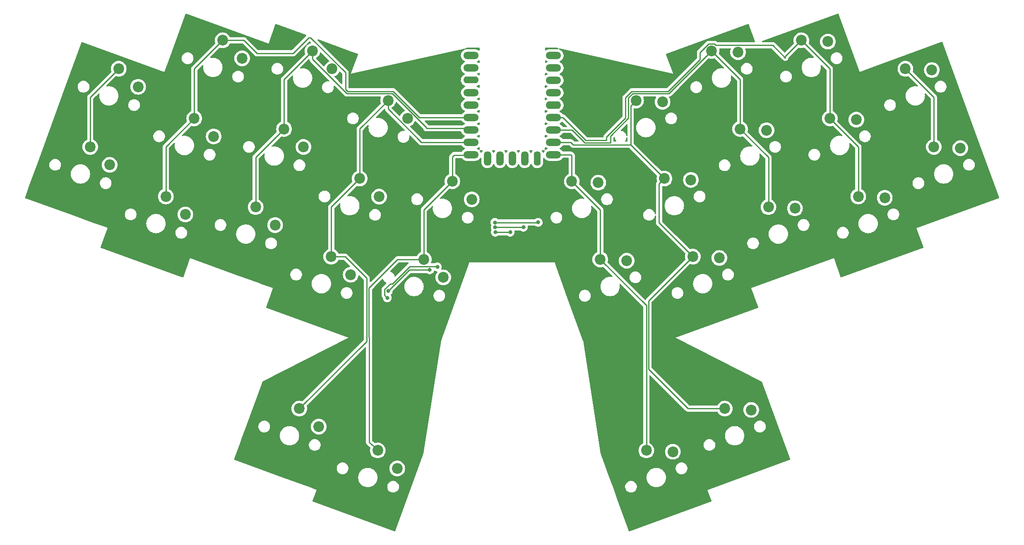
<source format=gbr>
%TF.GenerationSoftware,KiCad,Pcbnew,7.0.1*%
%TF.CreationDate,2024-06-17T16:10:21-04:00*%
%TF.ProjectId,goober-wi,676f6f62-6572-42d7-9769-2e6b69636164,rev?*%
%TF.SameCoordinates,Original*%
%TF.FileFunction,Copper,L1,Top*%
%TF.FilePolarity,Positive*%
%FSLAX46Y46*%
G04 Gerber Fmt 4.6, Leading zero omitted, Abs format (unit mm)*
G04 Created by KiCad (PCBNEW 7.0.1) date 2024-06-17 16:10:21*
%MOMM*%
%LPD*%
G01*
G04 APERTURE LIST*
%TA.AperFunction,ComponentPad*%
%ADD10C,2.200000*%
%TD*%
%TA.AperFunction,ComponentPad*%
%ADD11O,3.130000X1.500000*%
%TD*%
%TA.AperFunction,ComponentPad*%
%ADD12O,3.130000X1.430000*%
%TD*%
%TA.AperFunction,ComponentPad*%
%ADD13O,1.500000X2.990000*%
%TD*%
%TA.AperFunction,ComponentPad*%
%ADD14O,1.430000X2.990000*%
%TD*%
%TA.AperFunction,ComponentPad*%
%ADD15O,3.130000X1.550000*%
%TD*%
%TA.AperFunction,ViaPad*%
%ADD16C,0.800000*%
%TD*%
%TA.AperFunction,Conductor*%
%ADD17C,0.250000*%
%TD*%
G04 APERTURE END LIST*
D10*
%TO.P,SW30,1,1*%
%TO.N,/COL6*%
X187242136Y-126366904D03*
%TO.P,SW30,2,2*%
%TO.N,Net-(D30-A)*%
X192658842Y-126630157D03*
%TD*%
%TO.P,SW3,1,1*%
%TO.N,/COL2*%
X102904505Y-53174876D03*
%TO.P,SW3,2,2*%
%TO.N,Net-(D3-A)*%
X106884726Y-56858331D03*
%TD*%
%TO.P,SW10,1,1*%
%TO.N,/COL9*%
X224189693Y-56836925D03*
%TO.P,SW10,2,2*%
%TO.N,Net-(D10-A)*%
X229606399Y-57100178D03*
%TD*%
%TO.P,SW5,1,1*%
%TO.N,/COL4*%
X131500531Y-79864898D03*
%TO.P,SW5,2,2*%
%TO.N,Net-(D5-A)*%
X135480752Y-83548353D03*
%TD*%
%TO.P,SW28,1,1*%
%TO.N,/COL4*%
X116251101Y-134919483D03*
%TO.P,SW28,2,2*%
%TO.N,Net-(D25-A)*%
X120231322Y-138602938D03*
%TD*%
%TO.P,SW22,1,1*%
%TO.N,/COL2*%
X91275820Y-85124425D03*
%TO.P,SW22,2,2*%
%TO.N,Net-(D23-A)*%
X95256041Y-88807880D03*
%TD*%
%TO.P,SW14,1,1*%
%TO.N,/COL3*%
X112551044Y-79299706D03*
%TO.P,SW14,2,2*%
%TO.N,Net-(D14-A)*%
X116531265Y-82983161D03*
%TD*%
%TO.P,SW1,1,1*%
%TO.N,/COL0*%
X63261228Y-56836925D03*
%TO.P,SW1,2,2*%
%TO.N,Net-(D1-A)*%
X67241449Y-60520380D03*
%TD*%
%TO.P,SW19,1,1*%
%TO.N,/COL8*%
X208728811Y-66986981D03*
%TO.P,SW19,2,2*%
%TO.N,Net-(D19-A)*%
X214145517Y-67250234D03*
%TD*%
%TO.P,SW6,1,1*%
%TO.N,/COL5*%
X155950390Y-79864898D03*
%TO.P,SW6,2,2*%
%TO.N,Net-(D6-A)*%
X161367096Y-80128151D03*
%TD*%
%TO.P,SW4,1,1*%
%TO.N,/COL3*%
X118365387Y-63324932D03*
%TO.P,SW4,2,2*%
%TO.N,Net-(D4-A)*%
X122345608Y-67008387D03*
%TD*%
%TO.P,SW15,1,1*%
%TO.N,/COL4*%
X125686189Y-95839672D03*
%TO.P,SW15,2,2*%
%TO.N,Net-(D15-A)*%
X129666410Y-99523127D03*
%TD*%
%TO.P,SW11,1,1*%
%TO.N,/COL0*%
X57446886Y-72811700D03*
%TO.P,SW11,2,2*%
%TO.N,Net-(D11-A)*%
X61427107Y-76495155D03*
%TD*%
%TO.P,SW26,1,1*%
%TO.N,/COL8*%
X214543154Y-82961756D03*
%TO.P,SW26,2,2*%
%TO.N,Net-(D29-A)*%
X219959860Y-83225009D03*
%TD*%
%TO.P,SW9,1,1*%
%TO.N,/COL8*%
X202914469Y-51012207D03*
%TO.P,SW9,2,2*%
%TO.N,Net-(D9-A)*%
X208331175Y-51275460D03*
%TD*%
%TO.P,SW25,1,1*%
%TO.N,/COL7*%
X196175101Y-85124425D03*
%TO.P,SW25,2,2*%
%TO.N,Net-(D28-A)*%
X201591807Y-85387678D03*
%TD*%
%TO.P,SW8,1,1*%
%TO.N,/COL7*%
X184546416Y-53174876D03*
%TO.P,SW8,2,2*%
%TO.N,Net-(D8-A)*%
X189963122Y-53438129D03*
%TD*%
%TO.P,SW24,1,1*%
%TO.N,/COL6*%
X180714219Y-95274481D03*
%TO.P,SW24,2,2*%
%TO.N,Net-(D27-A)*%
X186130925Y-95537734D03*
%TD*%
%TO.P,SW17,1,1*%
%TO.N,/COL6*%
X174899877Y-79299706D03*
%TO.P,SW17,2,2*%
%TO.N,Net-(D17-A)*%
X180316583Y-79562959D03*
%TD*%
%TO.P,SW27,1,1*%
%TO.N,/COL3*%
X100208785Y-126366904D03*
%TO.P,SW27,2,2*%
%TO.N,Net-(D21-A)*%
X104189006Y-130050359D03*
%TD*%
%TO.P,SW29,1,1*%
%TO.N,/COL5*%
X171199820Y-134919483D03*
%TO.P,SW29,2,2*%
%TO.N,Net-(D26-A)*%
X176616526Y-135182736D03*
%TD*%
%TO.P,SW23,1,1*%
%TO.N,/COL3*%
X106736702Y-95274481D03*
%TO.P,SW23,2,2*%
%TO.N,Net-(D24-A)*%
X110716923Y-98957936D03*
%TD*%
%TO.P,SW13,1,1*%
%TO.N,/COL2*%
X97090163Y-69149650D03*
%TO.P,SW13,2,2*%
%TO.N,Net-(D13-A)*%
X101070384Y-72833105D03*
%TD*%
%TO.P,SW18,1,1*%
%TO.N,/COL7*%
X190360758Y-69149650D03*
%TO.P,SW18,2,2*%
%TO.N,Net-(D18-A)*%
X195777464Y-69412903D03*
%TD*%
%TO.P,SW21,1,1*%
%TO.N,/COL1*%
X72907767Y-82961756D03*
%TO.P,SW21,2,2*%
%TO.N,Net-(D22-A)*%
X76887988Y-86645211D03*
%TD*%
%TO.P,SW7,1,1*%
%TO.N,/COL6*%
X169085534Y-63324932D03*
%TO.P,SW7,2,2*%
%TO.N,Net-(D7-A)*%
X174502240Y-63588185D03*
%TD*%
%TO.P,SW20,1,1*%
%TO.N,/COL9*%
X230004035Y-72811700D03*
%TO.P,SW20,2,2*%
%TO.N,Net-(D20-A)*%
X235420741Y-73074953D03*
%TD*%
%TO.P,SW2,1,1*%
%TO.N,/COL1*%
X84536452Y-51012207D03*
%TO.P,SW2,2,2*%
%TO.N,Net-(D2-A)*%
X88516673Y-54695662D03*
%TD*%
%TO.P,SW16,1,1*%
%TO.N,/COL5*%
X161764732Y-95839672D03*
%TO.P,SW16,2,2*%
%TO.N,Net-(D16-A)*%
X167181438Y-96102925D03*
%TD*%
%TO.P,SW12,1,1*%
%TO.N,/COL1*%
X78722110Y-66986981D03*
%TO.P,SW12,2,2*%
%TO.N,Net-(D12-A)*%
X82702331Y-70670436D03*
%TD*%
D11*
%TO.P,U1,1,0*%
%TO.N,unconnected-(U1-0-Pad1)*%
X135329000Y-54102000D03*
%TO.P,U1,2,1*%
%TO.N,unconnected-(U1-1-Pad2)*%
X135329000Y-56642000D03*
D12*
%TO.P,U1,3,2*%
%TO.N,unconnected-(U1-2-Pad3)*%
X135329000Y-59147000D03*
D11*
%TO.P,U1,4,3*%
%TO.N,unconnected-(U1-3-Pad4)*%
X135329000Y-61722000D03*
%TO.P,U1,5,4*%
%TO.N,/COL0*%
X135329000Y-64262000D03*
%TO.P,U1,6,5*%
%TO.N,/COL1*%
X135329000Y-66802000D03*
%TO.P,U1,7,6*%
%TO.N,/COL2*%
X135329000Y-69342000D03*
%TO.P,U1,8,7*%
%TO.N,/COL3*%
X135329000Y-71882000D03*
%TO.P,U1,9,8*%
%TO.N,/COL4*%
X135329000Y-74422000D03*
D13*
%TO.P,U1,10,9*%
%TO.N,unconnected-(U1-9-Pad10)*%
X138684000Y-75167000D03*
%TO.P,U1,11,10*%
%TO.N,/ROW3*%
X141224000Y-75167000D03*
%TO.P,U1,12,11*%
%TO.N,/ROW2*%
X143764000Y-75167000D03*
%TO.P,U1,13,12*%
%TO.N,/ROW1*%
X146304000Y-75167000D03*
D14*
%TO.P,U1,14,13*%
%TO.N,/ROW0*%
X148879000Y-75167000D03*
D11*
%TO.P,U1,15,14*%
%TO.N,/COL5*%
X152199000Y-74422000D03*
%TO.P,U1,16,15*%
%TO.N,/COL6*%
X152199000Y-71882000D03*
%TO.P,U1,17,26*%
%TO.N,/COL7*%
X152199000Y-69342000D03*
%TO.P,U1,18,27*%
%TO.N,/COL8*%
X152199000Y-66802000D03*
D15*
%TO.P,U1,19,28*%
%TO.N,/COL9*%
X152199000Y-64237000D03*
D11*
%TO.P,U1,20,29*%
%TO.N,unconnected-(U1-29-Pad20)*%
X152199000Y-61722000D03*
%TO.P,U1,21,3V3*%
%TO.N,unconnected-(U1-3V3-Pad21)*%
X152199000Y-59182000D03*
%TO.P,U1,22,GND*%
%TO.N,unconnected-(U1-GND-Pad22)*%
X152199000Y-56642000D03*
%TO.P,U1,23,5V*%
%TO.N,unconnected-(U1-5V-Pad23)*%
X152199000Y-54102000D03*
%TD*%
D16*
%TO.N,/ROW0*%
X149060000Y-88260000D03*
X140216495Y-88278858D03*
%TO.N,/ROW1*%
X140276450Y-89276561D03*
X146060000Y-89260000D03*
%TO.N,/ROW2*%
X143350000Y-90275500D03*
X140310000Y-90275500D03*
X126860000Y-97989172D03*
X118404390Y-102305610D03*
%TO.N,/ROW3*%
X118200000Y-103710000D03*
X128445497Y-97385497D03*
%TD*%
D17*
%TO.N,/ROW0*%
X140216495Y-88278858D02*
X149041142Y-88278858D01*
X149041142Y-88278858D02*
X149060000Y-88260000D01*
%TO.N,/ROW1*%
X146043439Y-89276561D02*
X146060000Y-89260000D01*
X140276450Y-89276561D02*
X146043439Y-89276561D01*
%TO.N,/ROW2*%
X140310000Y-90275500D02*
X143350000Y-90275500D01*
X122720828Y-97989172D02*
X126860000Y-97989172D01*
X118404390Y-102305610D02*
X122720828Y-97989172D01*
%TO.N,/COL0*%
X63261228Y-56836925D02*
X57446886Y-62651267D01*
X57446886Y-62651267D02*
X57446886Y-72811700D01*
%TO.N,/COL1*%
X109663768Y-61016232D02*
X110097468Y-61449932D01*
X110097468Y-61449932D02*
X119438804Y-61449932D01*
X102481650Y-50440000D02*
X109663768Y-57622118D01*
X119438804Y-61449932D02*
X124790872Y-66802000D01*
X109663768Y-57622118D02*
X109663768Y-61016232D01*
X72907767Y-72801324D02*
X72907767Y-82961756D01*
X124790872Y-66802000D02*
X136144000Y-66802000D01*
X78722110Y-56826549D02*
X78722110Y-66986981D01*
X78722110Y-66986981D02*
X72907767Y-72801324D01*
X98930000Y-53660000D02*
X102150000Y-50440000D01*
X84536452Y-51012207D02*
X88882207Y-51012207D01*
X88882207Y-51012207D02*
X91530000Y-53660000D01*
X84536452Y-51012207D02*
X78722110Y-56826549D01*
X102150000Y-50440000D02*
X102481650Y-50440000D01*
X91530000Y-53660000D02*
X98930000Y-53660000D01*
%TO.N,/COL2*%
X126200000Y-69020000D02*
X135822000Y-69020000D01*
X135822000Y-69020000D02*
X136144000Y-69342000D01*
X102904505Y-53174876D02*
X102904505Y-54893365D01*
X97090163Y-69149650D02*
X91275820Y-74963993D01*
X119252408Y-61899932D02*
X126200000Y-68847524D01*
X102904505Y-54893365D02*
X109911072Y-61899932D01*
X109911072Y-61899932D02*
X119252408Y-61899932D01*
X126200000Y-68847524D02*
X126200000Y-69020000D01*
X102904505Y-53174876D02*
X97090163Y-58989218D01*
X97090163Y-58989218D02*
X97090163Y-69149650D01*
X91275820Y-74963993D02*
X91275820Y-85124425D01*
%TO.N,/COL3*%
X106736702Y-85114048D02*
X106736702Y-95274481D01*
X113990000Y-99700000D02*
X113990000Y-112585689D01*
X109564481Y-95274481D02*
X113990000Y-99700000D01*
X118365387Y-63324932D02*
X118365387Y-65043421D01*
X106736702Y-95274481D02*
X109564481Y-95274481D01*
X112551044Y-79299706D02*
X106736702Y-85114048D01*
X113990000Y-112585689D02*
X100208785Y-126366904D01*
X125203966Y-71882000D02*
X136144000Y-71882000D01*
X118365387Y-63324932D02*
X112551044Y-69139275D01*
X118365387Y-65043421D02*
X125203966Y-71882000D01*
X112551044Y-69139275D02*
X112551044Y-79299706D01*
%TO.N,/COL4*%
X131500531Y-79864898D02*
X131500531Y-74879469D01*
X114480000Y-133230000D02*
X114910000Y-133660000D01*
X120289203Y-95839672D02*
X114440000Y-101688875D01*
X131500531Y-79864898D02*
X125686189Y-85679240D01*
X131500531Y-74879469D02*
X131890000Y-74490000D01*
X131890000Y-74490000D02*
X136076000Y-74490000D01*
X114440000Y-111780000D02*
X114480000Y-111820000D01*
X125686189Y-85679240D02*
X125686189Y-95839672D01*
X136076000Y-74490000D02*
X136144000Y-74422000D01*
X114991618Y-133660000D02*
X116251101Y-134919483D01*
X114440000Y-101688875D02*
X114440000Y-111780000D01*
X114910000Y-133660000D02*
X114991618Y-133660000D01*
X114480000Y-111820000D02*
X114480000Y-133230000D01*
X125686189Y-95839672D02*
X120289203Y-95839672D01*
%TO.N,/COL5*%
X161764732Y-85679240D02*
X161764732Y-95839672D01*
X155950390Y-79864898D02*
X155950390Y-74590390D01*
X155950390Y-74590390D02*
X155782000Y-74422000D01*
X171199820Y-105274760D02*
X171199820Y-134919483D01*
X155950390Y-79864898D02*
X161764732Y-85679240D01*
X155782000Y-74422000D02*
X151384000Y-74422000D01*
X161764732Y-95839672D02*
X171199820Y-105274760D01*
%TO.N,/COL6*%
X155762000Y-71882000D02*
X151384000Y-71882000D01*
X167985535Y-72385364D02*
X174899877Y-79299706D01*
X179726904Y-126366904D02*
X187242136Y-126366904D01*
X171649820Y-118289820D02*
X179726904Y-126366904D01*
X173799878Y-88360140D02*
X180714219Y-95274481D01*
X156265364Y-72385364D02*
X155762000Y-71882000D01*
X180714219Y-95274481D02*
X171649820Y-104338880D01*
X167985535Y-72385364D02*
X156265364Y-72385364D01*
X171649820Y-104338880D02*
X171649820Y-118289820D01*
X173799878Y-80399705D02*
X173799878Y-88360140D01*
X167985535Y-64424931D02*
X167985535Y-72385364D01*
X174899877Y-79299706D02*
X173799878Y-80399705D01*
X169085534Y-63324932D02*
X167985535Y-64424931D01*
%TO.N,/COL7*%
X184546416Y-53174876D02*
X175821360Y-61899932D01*
X158570000Y-71910000D02*
X156020000Y-69360000D01*
X184546416Y-53174876D02*
X190360758Y-58989218D01*
X158570000Y-71935364D02*
X158570000Y-71910000D01*
X151402000Y-69360000D02*
X151384000Y-69342000D01*
X163830000Y-70635535D02*
X163830000Y-71935364D01*
X190360758Y-58989218D02*
X190360758Y-69149650D01*
X190360758Y-69149650D02*
X196175101Y-74963993D01*
X167535535Y-62774465D02*
X167535535Y-66930000D01*
X167535535Y-66930000D02*
X163830000Y-70635535D01*
X168410068Y-61899932D02*
X167535535Y-62774465D01*
X196175101Y-74963993D02*
X196175101Y-85124425D01*
X163830000Y-71935364D02*
X158570000Y-71935364D01*
X156020000Y-69360000D02*
X151402000Y-69360000D01*
X175821360Y-61899932D02*
X168410068Y-61899932D01*
%TO.N,/COL8*%
X197043129Y-52013129D02*
X185399924Y-52013129D01*
X158781760Y-71485364D02*
X154098396Y-66802000D01*
X199610000Y-54580000D02*
X197043129Y-52013129D01*
X183910124Y-51749876D02*
X182157448Y-53502552D01*
X202914469Y-51012207D02*
X199610000Y-54316676D01*
X208728811Y-66986981D02*
X214543154Y-72801324D01*
X182157448Y-54927448D02*
X175637448Y-61447448D01*
X182157448Y-53502552D02*
X182157448Y-54927448D01*
X214543154Y-72801324D02*
X214543154Y-82961756D01*
X166940000Y-62733604D02*
X166940000Y-66889139D01*
X154098396Y-66802000D02*
X151384000Y-66802000D01*
X208728811Y-56826549D02*
X208728811Y-66986981D01*
X163050000Y-71485364D02*
X158781760Y-71485364D01*
X185399924Y-52013129D02*
X185136671Y-51749876D01*
X168226156Y-61447448D02*
X166940000Y-62733604D01*
X163050000Y-70779139D02*
X163050000Y-71485364D01*
X185136671Y-51749876D02*
X183910124Y-51749876D01*
X199610000Y-54316676D02*
X199610000Y-54580000D01*
X175637448Y-61447448D02*
X168226156Y-61447448D01*
X166940000Y-66889139D02*
X163050000Y-70779139D01*
X202914469Y-51012207D02*
X208728811Y-56826549D01*
%TO.N,/COL9*%
X230004035Y-62651267D02*
X230004035Y-72811700D01*
X224189693Y-56836925D02*
X230004035Y-62651267D01*
%TO.N,/ROW3*%
X122808932Y-97264672D02*
X128324672Y-97264672D01*
X117679390Y-101948357D02*
X118800000Y-100827747D01*
X128324672Y-97264672D02*
X128445497Y-97385497D01*
X117679390Y-103189390D02*
X117679390Y-101948357D01*
X118200000Y-103710000D02*
X117679390Y-103189390D01*
X118800000Y-100827747D02*
X119245857Y-100827747D01*
X119245857Y-100827747D02*
X122808932Y-97264672D01*
%TD*%
%TA.AperFunction,NonConductor*%
G36*
X102403505Y-51246445D02*
G01*
X102571702Y-51414642D01*
X102604003Y-51471014D01*
X102603365Y-51535982D01*
X102569964Y-51591709D01*
X102512968Y-51622897D01*
X102408394Y-51648002D01*
X102175644Y-51744411D01*
X101960847Y-51876038D01*
X101877836Y-51946937D01*
X101821496Y-51974263D01*
X101758987Y-51970577D01*
X101706249Y-51936817D01*
X101676731Y-51881593D01*
X101677961Y-51818987D01*
X101709622Y-51764966D01*
X102228147Y-51246442D01*
X102283730Y-51214351D01*
X102347918Y-51214351D01*
X102403505Y-51246445D01*
G37*
%TD.AperFunction*%
%TA.AperFunction,NonConductor*%
G36*
X152783193Y-52523435D02*
G01*
X153157870Y-52606435D01*
X153211433Y-52633082D01*
X153246285Y-52681706D01*
X153254315Y-52740989D01*
X153233653Y-52797133D01*
X153189109Y-52837068D01*
X153131051Y-52851500D01*
X153126547Y-52851500D01*
X151327845Y-52851500D01*
X151260631Y-52857549D01*
X151159809Y-52866623D01*
X150942828Y-52926507D01*
X150740028Y-53024170D01*
X150647158Y-53091643D01*
X150583987Y-53114943D01*
X150517952Y-53101795D01*
X150468523Y-53056075D01*
X150450274Y-52991267D01*
X150450440Y-52644440D01*
X150467074Y-52582466D01*
X150512458Y-52537103D01*
X150574441Y-52520500D01*
X152756374Y-52520500D01*
X152783193Y-52523435D01*
G37*
%TD.AperFunction*%
%TA.AperFunction,NonConductor*%
G36*
X150636809Y-55112272D02*
G01*
X150839236Y-55233215D01*
X150898100Y-55255307D01*
X150945680Y-55287330D01*
X150973760Y-55337339D01*
X150976334Y-55394635D01*
X150952849Y-55446960D01*
X150908331Y-55483120D01*
X150740028Y-55564170D01*
X150645944Y-55632525D01*
X150582773Y-55655825D01*
X150516738Y-55642677D01*
X150467309Y-55596958D01*
X150449060Y-55532150D01*
X150449210Y-55218658D01*
X150466078Y-55156280D01*
X150512041Y-55110858D01*
X150574616Y-55094728D01*
X150636809Y-55112272D01*
G37*
%TD.AperFunction*%
%TA.AperFunction,NonConductor*%
G36*
X137023052Y-55092688D02*
G01*
X137072488Y-55138358D01*
X137090784Y-55203127D01*
X137090943Y-55535732D01*
X137078197Y-55590550D01*
X137042532Y-55634088D01*
X136991296Y-55657376D01*
X136935043Y-55655617D01*
X136885361Y-55629174D01*
X136881997Y-55626235D01*
X136688764Y-55510784D01*
X136629898Y-55488692D01*
X136582318Y-55456668D01*
X136554238Y-55406659D01*
X136551665Y-55349363D01*
X136575150Y-55297038D01*
X136619662Y-55260882D01*
X136787973Y-55179829D01*
X136893903Y-55102865D01*
X136957040Y-55079569D01*
X137023052Y-55092688D01*
G37*
%TD.AperFunction*%
%TA.AperFunction,NonConductor*%
G36*
X104664738Y-53507678D02*
G01*
X106328033Y-55170973D01*
X106359013Y-55222659D01*
X106361969Y-55282845D01*
X106336205Y-55337319D01*
X106287805Y-55373214D01*
X106163938Y-55424522D01*
X106155865Y-55427866D01*
X105941068Y-55559494D01*
X105749502Y-55723107D01*
X105585889Y-55914673D01*
X105456310Y-56126126D01*
X105454260Y-56129472D01*
X105422059Y-56207210D01*
X105399610Y-56261409D01*
X105363714Y-56309809D01*
X105309240Y-56335573D01*
X105249054Y-56332617D01*
X105197368Y-56301637D01*
X103662561Y-54766830D01*
X103633086Y-54719775D01*
X103627102Y-54664574D01*
X103645807Y-54612296D01*
X103685451Y-54573422D01*
X103848164Y-54473712D01*
X104039729Y-54310100D01*
X104203341Y-54118535D01*
X104334971Y-53903735D01*
X104431378Y-53670987D01*
X104456484Y-53566410D01*
X104487670Y-53509417D01*
X104543398Y-53476015D01*
X104608366Y-53475377D01*
X104664738Y-53507678D01*
G37*
%TD.AperFunction*%
%TA.AperFunction,NonConductor*%
G36*
X137024263Y-57631809D02*
G01*
X137073699Y-57677479D01*
X137091995Y-57742248D01*
X137092146Y-58058060D01*
X137075323Y-58120482D01*
X137029367Y-58165952D01*
X136966770Y-58182111D01*
X136904547Y-58164567D01*
X136708517Y-58047445D01*
X136642447Y-58022649D01*
X136594867Y-57990625D01*
X136566787Y-57940616D01*
X136564215Y-57883320D01*
X136587699Y-57830995D01*
X136632212Y-57794838D01*
X136787973Y-57719829D01*
X136895112Y-57641987D01*
X136958251Y-57618690D01*
X137024263Y-57631809D01*
G37*
%TD.AperFunction*%
%TA.AperFunction,NonConductor*%
G36*
X150603946Y-57637953D02*
G01*
X150634967Y-57654477D01*
X150636423Y-57652041D01*
X150648772Y-57659419D01*
X150839236Y-57773215D01*
X150882915Y-57789608D01*
X150898100Y-57795307D01*
X150945680Y-57827330D01*
X150973760Y-57877339D01*
X150976334Y-57934635D01*
X150952849Y-57986960D01*
X150908331Y-58023120D01*
X150740027Y-58104170D01*
X150644733Y-58173406D01*
X150581562Y-58196707D01*
X150515527Y-58183559D01*
X150466098Y-58137840D01*
X150447848Y-58073029D01*
X150447855Y-58058060D01*
X150447998Y-57757705D01*
X150460789Y-57702917D01*
X150496475Y-57659419D01*
X150547711Y-57636169D01*
X150603946Y-57637953D01*
G37*
%TD.AperFunction*%
%TA.AperFunction,NonConductor*%
G36*
X108520398Y-57384044D02*
G01*
X108572084Y-57415024D01*
X109001949Y-57844889D01*
X109028829Y-57885117D01*
X109038268Y-57932570D01*
X109038268Y-59843176D01*
X109024753Y-59899471D01*
X108987153Y-59943494D01*
X108933666Y-59965649D01*
X108875950Y-59961107D01*
X108826587Y-59930857D01*
X108147948Y-59252218D01*
X107441419Y-58545688D01*
X107410439Y-58494002D01*
X107407483Y-58433815D01*
X107433247Y-58379342D01*
X107481645Y-58343447D01*
X107613585Y-58288797D01*
X107828385Y-58157167D01*
X108019950Y-57993555D01*
X108183562Y-57801990D01*
X108315192Y-57587190D01*
X108369842Y-57455251D01*
X108405738Y-57406852D01*
X108460212Y-57381088D01*
X108520398Y-57384044D01*
G37*
%TD.AperFunction*%
%TA.AperFunction,NonConductor*%
G36*
X150602726Y-60176891D02*
G01*
X150635155Y-60194162D01*
X150636423Y-60192041D01*
X150676287Y-60215858D01*
X150839236Y-60313215D01*
X150881847Y-60329207D01*
X150898100Y-60335307D01*
X150945680Y-60367330D01*
X150973760Y-60417339D01*
X150976334Y-60474635D01*
X150952849Y-60526960D01*
X150908331Y-60563120D01*
X150740031Y-60644168D01*
X150643519Y-60714288D01*
X150580348Y-60737588D01*
X150514313Y-60724440D01*
X150464883Y-60678721D01*
X150446634Y-60613910D01*
X150446635Y-60611241D01*
X150446785Y-60296645D01*
X150459575Y-60241859D01*
X150495259Y-60198361D01*
X150546492Y-60175110D01*
X150602726Y-60176891D01*
G37*
%TD.AperFunction*%
%TA.AperFunction,NonConductor*%
G36*
X137025450Y-60118114D02*
G01*
X137074886Y-60163784D01*
X137093182Y-60228553D01*
X137093367Y-60617851D01*
X137080620Y-60672671D01*
X137044954Y-60716209D01*
X136993716Y-60739496D01*
X136937461Y-60737735D01*
X136887781Y-60711290D01*
X136881996Y-60706235D01*
X136881993Y-60706233D01*
X136688762Y-60590783D01*
X136549306Y-60538445D01*
X136498766Y-60503095D01*
X136471509Y-60447769D01*
X136474276Y-60386156D01*
X136506384Y-60333497D01*
X136559883Y-60302823D01*
X136607822Y-60289593D01*
X136804949Y-60194662D01*
X136896297Y-60128293D01*
X136959438Y-60104995D01*
X137025450Y-60118114D01*
G37*
%TD.AperFunction*%
%TA.AperFunction,NonConductor*%
G36*
X150601510Y-62715831D02*
G01*
X150635342Y-62733848D01*
X150636423Y-62732041D01*
X150718033Y-62780800D01*
X150839236Y-62853215D01*
X150850590Y-62857476D01*
X150898168Y-62889498D01*
X150926250Y-62939507D01*
X150928824Y-62996803D01*
X150905340Y-63049128D01*
X150860822Y-63085289D01*
X150752152Y-63137621D01*
X150642324Y-63217417D01*
X150579152Y-63240718D01*
X150513117Y-63227570D01*
X150463687Y-63181851D01*
X150445438Y-63117042D01*
X150445573Y-62835588D01*
X150458363Y-62780800D01*
X150494046Y-62737303D01*
X150545277Y-62714051D01*
X150601510Y-62715831D01*
G37*
%TD.AperFunction*%
%TA.AperFunction,NonConductor*%
G36*
X137026686Y-62710048D02*
G01*
X137076122Y-62755718D01*
X137094418Y-62820487D01*
X137094580Y-63158910D01*
X137081834Y-63213729D01*
X137046168Y-63257267D01*
X136994931Y-63280554D01*
X136938677Y-63278795D01*
X136888996Y-63252350D01*
X136881997Y-63246235D01*
X136688764Y-63130784D01*
X136629898Y-63108692D01*
X136582318Y-63076668D01*
X136554238Y-63026659D01*
X136551665Y-62969363D01*
X136575150Y-62917038D01*
X136619662Y-62880882D01*
X136787973Y-62799829D01*
X136897536Y-62720226D01*
X136960674Y-62696929D01*
X137026686Y-62710048D01*
G37*
%TD.AperFunction*%
%TA.AperFunction,NonConductor*%
G36*
X150600294Y-65241132D02*
G01*
X150649952Y-65267571D01*
X150656245Y-65273069D01*
X150656246Y-65273070D01*
X150656249Y-65273072D01*
X150853344Y-65390831D01*
X150853346Y-65390832D01*
X150907062Y-65410992D01*
X150954642Y-65443016D01*
X150982722Y-65493025D01*
X150985295Y-65550321D01*
X150961810Y-65602645D01*
X150917292Y-65638805D01*
X150740028Y-65724170D01*
X150641091Y-65796051D01*
X150577920Y-65819351D01*
X150511885Y-65806203D01*
X150462456Y-65760484D01*
X150444207Y-65695675D01*
X150444367Y-65360889D01*
X150457155Y-65306106D01*
X150492836Y-65262610D01*
X150544063Y-65239356D01*
X150600294Y-65241132D01*
G37*
%TD.AperFunction*%
%TA.AperFunction,NonConductor*%
G36*
X137027898Y-65249168D02*
G01*
X137077334Y-65294838D01*
X137095630Y-65359607D01*
X137095792Y-65699969D01*
X137083046Y-65754788D01*
X137047380Y-65798326D01*
X136996143Y-65821614D01*
X136939889Y-65819854D01*
X136890207Y-65793409D01*
X136881996Y-65786235D01*
X136838896Y-65760484D01*
X136688764Y-65670784D01*
X136629898Y-65648692D01*
X136582318Y-65616668D01*
X136554238Y-65566659D01*
X136551665Y-65509363D01*
X136575150Y-65457038D01*
X136619662Y-65420882D01*
X136787973Y-65339829D01*
X136898747Y-65259346D01*
X136961886Y-65236049D01*
X137027898Y-65249168D01*
G37*
%TD.AperFunction*%
%TA.AperFunction,NonConductor*%
G36*
X104103450Y-50842894D02*
G01*
X110454527Y-53156475D01*
X112132938Y-53767889D01*
X112185486Y-53804695D01*
X112212606Y-53862837D01*
X112207038Y-53926752D01*
X110804071Y-57787327D01*
X110799309Y-57797098D01*
X110798536Y-57800021D01*
X110798574Y-57800303D01*
X110799079Y-57801180D01*
X110799478Y-57801483D01*
X110800208Y-57801673D01*
X110802307Y-57801389D01*
X110813862Y-57797451D01*
X134202918Y-52633507D01*
X134231084Y-52634639D01*
X134256853Y-52621599D01*
X134746847Y-52513416D01*
X134773581Y-52510500D01*
X136965559Y-52510500D01*
X137027542Y-52527103D01*
X137072927Y-52572466D01*
X137089559Y-52634441D01*
X137089730Y-52994673D01*
X137076983Y-53049492D01*
X137041317Y-53093030D01*
X136990080Y-53116318D01*
X136933826Y-53114557D01*
X136884144Y-53088112D01*
X136881996Y-53086235D01*
X136847755Y-53065777D01*
X136688762Y-52970783D01*
X136478025Y-52891693D01*
X136256547Y-52851500D01*
X134457845Y-52851500D01*
X134434507Y-52853600D01*
X134294706Y-52866182D01*
X134280318Y-52863839D01*
X134262637Y-52874122D01*
X134072829Y-52926507D01*
X133870027Y-53024170D01*
X133687925Y-53156475D01*
X133687922Y-53156477D01*
X133687922Y-53156478D01*
X133670333Y-53174875D01*
X133532365Y-53319178D01*
X133408365Y-53507031D01*
X133319896Y-53714012D01*
X133269809Y-53933462D01*
X133259709Y-54158328D01*
X133289925Y-54381388D01*
X133354748Y-54580893D01*
X133359483Y-54595464D01*
X133466148Y-54793681D01*
X133543161Y-54890252D01*
X133602772Y-54965002D01*
X133606492Y-54969666D01*
X133776004Y-55117765D01*
X133969236Y-55233215D01*
X133993142Y-55242187D01*
X134028100Y-55255307D01*
X134075680Y-55287330D01*
X134103760Y-55337339D01*
X134106334Y-55394635D01*
X134082849Y-55446960D01*
X134038331Y-55483120D01*
X133870027Y-55564170D01*
X133687925Y-55696475D01*
X133532365Y-55859178D01*
X133408365Y-56047031D01*
X133319896Y-56254012D01*
X133269809Y-56473462D01*
X133259709Y-56698328D01*
X133289925Y-56921388D01*
X133352629Y-57114372D01*
X133359483Y-57135464D01*
X133466148Y-57333681D01*
X133548059Y-57436394D01*
X133594699Y-57494879D01*
X133606492Y-57509666D01*
X133776004Y-57657765D01*
X133969236Y-57773215D01*
X134012919Y-57789609D01*
X134060498Y-57821632D01*
X134088579Y-57871641D01*
X134091153Y-57928936D01*
X134067669Y-57981262D01*
X134023151Y-58017422D01*
X133853051Y-58099337D01*
X133683486Y-58222534D01*
X133676043Y-58227942D01*
X133668911Y-58235402D01*
X133524840Y-58386088D01*
X133404310Y-58568684D01*
X133318317Y-58769872D01*
X133269632Y-58983179D01*
X133259815Y-59201752D01*
X133289185Y-59418568D01*
X133352156Y-59612375D01*
X133356796Y-59626653D01*
X133460476Y-59819322D01*
X133503826Y-59873681D01*
X133574732Y-59962595D01*
X133596892Y-59990382D01*
X133761659Y-60134335D01*
X133761661Y-60134336D01*
X133949482Y-60246554D01*
X134105005Y-60304923D01*
X134155543Y-60340273D01*
X134182801Y-60395597D01*
X134180034Y-60457210D01*
X134147928Y-60509868D01*
X134094424Y-60540547D01*
X134072830Y-60546507D01*
X134072829Y-60546507D01*
X134072827Y-60546508D01*
X133870027Y-60644170D01*
X133687925Y-60776475D01*
X133687922Y-60776477D01*
X133687922Y-60776478D01*
X133613484Y-60854334D01*
X133532365Y-60939178D01*
X133408365Y-61127031D01*
X133319896Y-61334012D01*
X133269809Y-61553462D01*
X133259709Y-61778328D01*
X133289925Y-62001388D01*
X133350597Y-62188118D01*
X133359483Y-62215464D01*
X133466148Y-62413681D01*
X133556485Y-62526959D01*
X133605835Y-62588843D01*
X133606492Y-62589666D01*
X133776004Y-62737765D01*
X133969236Y-62853215D01*
X133985519Y-62859326D01*
X134028100Y-62875307D01*
X134075680Y-62907330D01*
X134103760Y-62957339D01*
X134106334Y-63014635D01*
X134082849Y-63066960D01*
X134038331Y-63103120D01*
X133870027Y-63184170D01*
X133687925Y-63316475D01*
X133532365Y-63479178D01*
X133408365Y-63667031D01*
X133319896Y-63874012D01*
X133269809Y-64093462D01*
X133259709Y-64318328D01*
X133289925Y-64541388D01*
X133359461Y-64755398D01*
X133359483Y-64755464D01*
X133466148Y-64953681D01*
X133545540Y-65053235D01*
X133605221Y-65128073D01*
X133606492Y-65129666D01*
X133776004Y-65277765D01*
X133969236Y-65393215D01*
X134016603Y-65410992D01*
X134028100Y-65415307D01*
X134075680Y-65447330D01*
X134103760Y-65497339D01*
X134106334Y-65554635D01*
X134082849Y-65606960D01*
X134038331Y-65643120D01*
X133870027Y-65724170D01*
X133687925Y-65856475D01*
X133687922Y-65856477D01*
X133687922Y-65856478D01*
X133671970Y-65873163D01*
X133532365Y-66019178D01*
X133465279Y-66120811D01*
X133420552Y-66161694D01*
X133361792Y-66176500D01*
X125101325Y-66176500D01*
X125053872Y-66167061D01*
X125013644Y-66140181D01*
X119939606Y-61066143D01*
X119926710Y-61050045D01*
X119875579Y-61002030D01*
X119872782Y-60999319D01*
X119853274Y-60979811D01*
X119850094Y-60977344D01*
X119841228Y-60969771D01*
X119809386Y-60939870D01*
X119791828Y-60930217D01*
X119775568Y-60919536D01*
X119759740Y-60907259D01*
X119719655Y-60889912D01*
X119709165Y-60884773D01*
X119670895Y-60863734D01*
X119651495Y-60858753D01*
X119633088Y-60852451D01*
X119614701Y-60844494D01*
X119571562Y-60837661D01*
X119560128Y-60835293D01*
X119517823Y-60824432D01*
X119497788Y-60824432D01*
X119478390Y-60822905D01*
X119470966Y-60821729D01*
X119458609Y-60819772D01*
X119458608Y-60819772D01*
X119436234Y-60821887D01*
X119415129Y-60823882D01*
X119403460Y-60824432D01*
X110413268Y-60824432D01*
X110351268Y-60807819D01*
X110305881Y-60762432D01*
X110289268Y-60700432D01*
X110289268Y-57704862D01*
X110291532Y-57684354D01*
X110289329Y-57614231D01*
X110289268Y-57610337D01*
X110289268Y-57582772D01*
X110289268Y-57582768D01*
X110288765Y-57578788D01*
X110287849Y-57567146D01*
X110286478Y-57523491D01*
X110280886Y-57504244D01*
X110276942Y-57485203D01*
X110274432Y-57465326D01*
X110258347Y-57424701D01*
X110254576Y-57413686D01*
X110242386Y-57371728D01*
X110232182Y-57354473D01*
X110223629Y-57337013D01*
X110216254Y-57318387D01*
X110216254Y-57318386D01*
X110190576Y-57283043D01*
X110184169Y-57273289D01*
X110161937Y-57235697D01*
X110147774Y-57221534D01*
X110135135Y-57206735D01*
X110123363Y-57190531D01*
X110089709Y-57162691D01*
X110081067Y-57154827D01*
X103973327Y-51047086D01*
X103940690Y-50989397D01*
X103942430Y-50923138D01*
X103978051Y-50867241D01*
X104037374Y-50837678D01*
X104103450Y-50842894D01*
G37*
%TD.AperFunction*%
%TA.AperFunction,NonConductor*%
G36*
X120125620Y-63657734D02*
G01*
X121788914Y-65321029D01*
X121819894Y-65372715D01*
X121822850Y-65432901D01*
X121797086Y-65487375D01*
X121748686Y-65523271D01*
X121616747Y-65577922D01*
X121401950Y-65709550D01*
X121210384Y-65873163D01*
X121046771Y-66064729D01*
X120915143Y-66279526D01*
X120915142Y-66279528D01*
X120893458Y-66331879D01*
X120860492Y-66411465D01*
X120824596Y-66459865D01*
X120770122Y-66485629D01*
X120709936Y-66482673D01*
X120658250Y-66451693D01*
X119123443Y-64916886D01*
X119093968Y-64869831D01*
X119087984Y-64814630D01*
X119106689Y-64762352D01*
X119146333Y-64723478D01*
X119309046Y-64623768D01*
X119500611Y-64460156D01*
X119664223Y-64268591D01*
X119795853Y-64053791D01*
X119892260Y-63821043D01*
X119917366Y-63716466D01*
X119948552Y-63659473D01*
X120004280Y-63626071D01*
X120069248Y-63625433D01*
X120125620Y-63657734D01*
G37*
%TD.AperFunction*%
%TA.AperFunction,NonConductor*%
G36*
X150599074Y-67793710D02*
G01*
X150635718Y-67813219D01*
X150636423Y-67812041D01*
X150701317Y-67850813D01*
X150839236Y-67933215D01*
X150889406Y-67952044D01*
X150898100Y-67955307D01*
X150945680Y-67987330D01*
X150973760Y-68037339D01*
X150976334Y-68094635D01*
X150952849Y-68146960D01*
X150908331Y-68183120D01*
X150740027Y-68264170D01*
X150639879Y-68336932D01*
X150576708Y-68360233D01*
X150510673Y-68347085D01*
X150461243Y-68301366D01*
X150442994Y-68236555D01*
X150443017Y-68188507D01*
X150443148Y-67913468D01*
X150455936Y-67858685D01*
X150491616Y-67815189D01*
X150542844Y-67791935D01*
X150599074Y-67793710D01*
G37*
%TD.AperFunction*%
%TA.AperFunction,NonConductor*%
G36*
X137029109Y-67788288D02*
G01*
X137078545Y-67833958D01*
X137096841Y-67898727D01*
X137097004Y-68241028D01*
X137084258Y-68295847D01*
X137048592Y-68339385D01*
X136997354Y-68362673D01*
X136941101Y-68360913D01*
X136891419Y-68334467D01*
X136881997Y-68326235D01*
X136688764Y-68210784D01*
X136629898Y-68188692D01*
X136582318Y-68156668D01*
X136554238Y-68106659D01*
X136551665Y-68049363D01*
X136575150Y-67997038D01*
X136619662Y-67960882D01*
X136787973Y-67879829D01*
X136899958Y-67798466D01*
X136963097Y-67775169D01*
X137029109Y-67788288D01*
G37*
%TD.AperFunction*%
%TA.AperFunction,NonConductor*%
G36*
X133420049Y-67445054D02*
G01*
X133458626Y-67485403D01*
X133459189Y-67484955D01*
X133464176Y-67491208D01*
X133465644Y-67492744D01*
X133466148Y-67493682D01*
X133606490Y-67669664D01*
X133606492Y-67669666D01*
X133776004Y-67817765D01*
X133969236Y-67933215D01*
X134019406Y-67952044D01*
X134028100Y-67955307D01*
X134075680Y-67987330D01*
X134103760Y-68037339D01*
X134106334Y-68094635D01*
X134082849Y-68146960D01*
X134038331Y-68183120D01*
X133870027Y-68264170D01*
X133761927Y-68342710D01*
X133734451Y-68362673D01*
X133723240Y-68370818D01*
X133688673Y-68388431D01*
X133650355Y-68394500D01*
X126682928Y-68394500D01*
X126635475Y-68385061D01*
X126595247Y-68358181D01*
X125876247Y-67639181D01*
X125845997Y-67589818D01*
X125841455Y-67532102D01*
X125863610Y-67478615D01*
X125907633Y-67441015D01*
X125963928Y-67427500D01*
X133356448Y-67427500D01*
X133420049Y-67445054D01*
G37*
%TD.AperFunction*%
%TA.AperFunction,NonConductor*%
G36*
X154085791Y-67673985D02*
G01*
X154934625Y-68522819D01*
X154964875Y-68572182D01*
X154969417Y-68629898D01*
X154947262Y-68683385D01*
X154903239Y-68720985D01*
X154846944Y-68734500D01*
X154181238Y-68734500D01*
X154117638Y-68716947D01*
X154072044Y-68669259D01*
X154061852Y-68650319D01*
X153921509Y-68474335D01*
X153880896Y-68438852D01*
X153751996Y-68326235D01*
X153726728Y-68311138D01*
X153558764Y-68210784D01*
X153499898Y-68188692D01*
X153452318Y-68156668D01*
X153424238Y-68106659D01*
X153421665Y-68049363D01*
X153445150Y-67997038D01*
X153489662Y-67960882D01*
X153657973Y-67879829D01*
X153840078Y-67747522D01*
X153908484Y-67675973D01*
X153964228Y-67642385D01*
X154029307Y-67641654D01*
X154085791Y-67673985D01*
G37*
%TD.AperFunction*%
%TA.AperFunction,NonConductor*%
G36*
X167308920Y-68189135D02*
G01*
X167346520Y-68233158D01*
X167360035Y-68289453D01*
X167360035Y-70501201D01*
X167345281Y-70559865D01*
X167304528Y-70604568D01*
X167247476Y-70624672D01*
X167187702Y-70615393D01*
X167139429Y-70578940D01*
X167114146Y-70523987D01*
X167094762Y-70420289D01*
X167014391Y-70212828D01*
X167014389Y-70212824D01*
X166897268Y-70023666D01*
X166747381Y-69859248D01*
X166569832Y-69725170D01*
X166370670Y-69625998D01*
X166156681Y-69565113D01*
X166079548Y-69557966D01*
X166015125Y-69532579D01*
X165974359Y-69476606D01*
X165969964Y-69407501D01*
X166003307Y-69346816D01*
X166955625Y-68394500D01*
X167148354Y-68201772D01*
X167197717Y-68171522D01*
X167255433Y-68166980D01*
X167308920Y-68189135D01*
G37*
%TD.AperFunction*%
%TA.AperFunction,NonConductor*%
G36*
X192125225Y-47714715D02*
G01*
X192162017Y-47767379D01*
X193414090Y-51221370D01*
X193420436Y-51279934D01*
X193399042Y-51334818D01*
X193354734Y-51373637D01*
X193297513Y-51387629D01*
X185713754Y-51387629D01*
X185668106Y-51378921D01*
X185628870Y-51354021D01*
X185573445Y-51301973D01*
X185570648Y-51299262D01*
X185551141Y-51279755D01*
X185547961Y-51277288D01*
X185539095Y-51269715D01*
X185507253Y-51239814D01*
X185489695Y-51230161D01*
X185473435Y-51219480D01*
X185457607Y-51207203D01*
X185417522Y-51189856D01*
X185407032Y-51184717D01*
X185368762Y-51163678D01*
X185349362Y-51158697D01*
X185330955Y-51152395D01*
X185312568Y-51144438D01*
X185269429Y-51137605D01*
X185257995Y-51135237D01*
X185215690Y-51124376D01*
X185195655Y-51124376D01*
X185176257Y-51122849D01*
X185168833Y-51121673D01*
X185156476Y-51119716D01*
X185156475Y-51119716D01*
X185130155Y-51122204D01*
X185112996Y-51123826D01*
X185101327Y-51124376D01*
X183992865Y-51124376D01*
X183972361Y-51122112D01*
X183902269Y-51124315D01*
X183898375Y-51124376D01*
X183870772Y-51124376D01*
X183866777Y-51124880D01*
X183855153Y-51125794D01*
X183811492Y-51127166D01*
X183792252Y-51132756D01*
X183773205Y-51136701D01*
X183753333Y-51139211D01*
X183712723Y-51155289D01*
X183701678Y-51159070D01*
X183659735Y-51171256D01*
X183642493Y-51181454D01*
X183625021Y-51190014D01*
X183606390Y-51197390D01*
X183571062Y-51223057D01*
X183561304Y-51229467D01*
X183523703Y-51251705D01*
X183509534Y-51265874D01*
X183494746Y-51278504D01*
X183478537Y-51290281D01*
X183450696Y-51323934D01*
X183442835Y-51332572D01*
X181773656Y-53001751D01*
X181757558Y-53014648D01*
X181709544Y-53065777D01*
X181706839Y-53068569D01*
X181687322Y-53088086D01*
X181684863Y-53091257D01*
X181677290Y-53100124D01*
X181647383Y-53131972D01*
X181637733Y-53149526D01*
X181627057Y-53165780D01*
X181614774Y-53181615D01*
X181597423Y-53221710D01*
X181592286Y-53232196D01*
X181571250Y-53270459D01*
X181566269Y-53289861D01*
X181559968Y-53308263D01*
X181552009Y-53326654D01*
X181545176Y-53369794D01*
X181542808Y-53381226D01*
X181531948Y-53423530D01*
X181531948Y-53443568D01*
X181530421Y-53462965D01*
X181527288Y-53482748D01*
X181529584Y-53507032D01*
X181531398Y-53526227D01*
X181531948Y-53537896D01*
X181531948Y-54616995D01*
X181522509Y-54664448D01*
X181495629Y-54704676D01*
X175414676Y-60785629D01*
X175374448Y-60812509D01*
X175326995Y-60821948D01*
X168308896Y-60821948D01*
X168288392Y-60819684D01*
X168218300Y-60821887D01*
X168214406Y-60821948D01*
X168186804Y-60821948D01*
X168182809Y-60822452D01*
X168171185Y-60823366D01*
X168127524Y-60824738D01*
X168108284Y-60830328D01*
X168089237Y-60834273D01*
X168069365Y-60836783D01*
X168028755Y-60852861D01*
X168017710Y-60856642D01*
X167975767Y-60868828D01*
X167958525Y-60879026D01*
X167941053Y-60887586D01*
X167922422Y-60894962D01*
X167887094Y-60920629D01*
X167877336Y-60927039D01*
X167839735Y-60949277D01*
X167825566Y-60963446D01*
X167810778Y-60976076D01*
X167794569Y-60987853D01*
X167766728Y-61021506D01*
X167758867Y-61030144D01*
X166556208Y-62232803D01*
X166540110Y-62245700D01*
X166492096Y-62296829D01*
X166489391Y-62299621D01*
X166469874Y-62319138D01*
X166467415Y-62322309D01*
X166459842Y-62331176D01*
X166429935Y-62363024D01*
X166420285Y-62380578D01*
X166409609Y-62396832D01*
X166397326Y-62412667D01*
X166379975Y-62452762D01*
X166374838Y-62463248D01*
X166353802Y-62501511D01*
X166348821Y-62520913D01*
X166342520Y-62539315D01*
X166334561Y-62557706D01*
X166327728Y-62600846D01*
X166325360Y-62612278D01*
X166314500Y-62654582D01*
X166314500Y-62674620D01*
X166312973Y-62694017D01*
X166309840Y-62713800D01*
X166313390Y-62751355D01*
X166313950Y-62757279D01*
X166314500Y-62768948D01*
X166314500Y-66578687D01*
X166305061Y-66626140D01*
X166278181Y-66666368D01*
X162666208Y-70278338D01*
X162650110Y-70291235D01*
X162602096Y-70342364D01*
X162599391Y-70345156D01*
X162579874Y-70364673D01*
X162577415Y-70367844D01*
X162569842Y-70376711D01*
X162539935Y-70408559D01*
X162530285Y-70426113D01*
X162519609Y-70442367D01*
X162507326Y-70458202D01*
X162489975Y-70498297D01*
X162484838Y-70508783D01*
X162463802Y-70547046D01*
X162458821Y-70566448D01*
X162452520Y-70584850D01*
X162444561Y-70603241D01*
X162437728Y-70646381D01*
X162435360Y-70657813D01*
X162424500Y-70700117D01*
X162424500Y-70720155D01*
X162422973Y-70739552D01*
X162420485Y-70755261D01*
X162398330Y-70808749D01*
X162354307Y-70846349D01*
X162298012Y-70859864D01*
X159092212Y-70859864D01*
X159044759Y-70850425D01*
X159004531Y-70823545D01*
X156810884Y-68629898D01*
X154599198Y-66418211D01*
X154586302Y-66402113D01*
X154535171Y-66354098D01*
X154532374Y-66351387D01*
X154512866Y-66331879D01*
X154509686Y-66329412D01*
X154500820Y-66321839D01*
X154468978Y-66291938D01*
X154451420Y-66282285D01*
X154435160Y-66271604D01*
X154419332Y-66259327D01*
X154379247Y-66241980D01*
X154368757Y-66236841D01*
X154330487Y-66215802D01*
X154311087Y-66210821D01*
X154292680Y-66204519D01*
X154274293Y-66196562D01*
X154231154Y-66189729D01*
X154219720Y-66187361D01*
X154177415Y-66176500D01*
X154171552Y-66176500D01*
X154107951Y-66158946D01*
X154069373Y-66118596D01*
X154068811Y-66119045D01*
X154063823Y-66112791D01*
X154062356Y-66111256D01*
X154061851Y-66110317D01*
X153921509Y-65934335D01*
X153921508Y-65934334D01*
X153751996Y-65786235D01*
X153708896Y-65760484D01*
X153558764Y-65670784D01*
X153489057Y-65644623D01*
X153441477Y-65612599D01*
X153413397Y-65562589D01*
X153410825Y-65505294D01*
X153434309Y-65452969D01*
X153478822Y-65416812D01*
X153645848Y-65336378D01*
X153831593Y-65201425D01*
X153990257Y-65035476D01*
X154116740Y-64843863D01*
X154206976Y-64632744D01*
X154258066Y-64408907D01*
X154268366Y-64179544D01*
X154237547Y-63952027D01*
X154166599Y-63733670D01*
X154057801Y-63531490D01*
X154016084Y-63479178D01*
X153914653Y-63351987D01*
X153741754Y-63200930D01*
X153741751Y-63200928D01*
X153544656Y-63083169D01*
X153544654Y-63083168D01*
X153535075Y-63077445D01*
X153535971Y-63075944D01*
X153501703Y-63052876D01*
X153473628Y-63002867D01*
X153471057Y-62945574D01*
X153494542Y-62893252D01*
X153539054Y-62857096D01*
X153657973Y-62799829D01*
X153840078Y-62667522D01*
X153995632Y-62504825D01*
X154119635Y-62316968D01*
X154208103Y-62109988D01*
X154258191Y-61890537D01*
X154268290Y-61665670D01*
X154238075Y-61442613D01*
X154168517Y-61228536D01*
X154061852Y-61030319D01*
X153923349Y-60856642D01*
X153921509Y-60854335D01*
X153902424Y-60837661D01*
X153751996Y-60706235D01*
X153751993Y-60706233D01*
X153558764Y-60590784D01*
X153499898Y-60568692D01*
X153452318Y-60536668D01*
X153424238Y-60486659D01*
X153421665Y-60429363D01*
X153445150Y-60377038D01*
X153489662Y-60340882D01*
X153657973Y-60259829D01*
X153840078Y-60127522D01*
X153995632Y-59964825D01*
X154119635Y-59776968D01*
X154208103Y-59569988D01*
X154258191Y-59350537D01*
X154268290Y-59125670D01*
X154238075Y-58902613D01*
X154168517Y-58688536D01*
X154061852Y-58490319D01*
X153921508Y-58314334D01*
X153751996Y-58166235D01*
X153751993Y-58166233D01*
X153558764Y-58050784D01*
X153499898Y-58028692D01*
X153452318Y-57996668D01*
X153424238Y-57946659D01*
X153421665Y-57889363D01*
X153445150Y-57837038D01*
X153489662Y-57800882D01*
X153657973Y-57719829D01*
X153840078Y-57587522D01*
X153995632Y-57424825D01*
X154119635Y-57236968D01*
X154208103Y-57029988D01*
X154258191Y-56810537D01*
X154268290Y-56585670D01*
X154238075Y-56362613D01*
X154168517Y-56148536D01*
X154061852Y-55950319D01*
X153921508Y-55774334D01*
X153751996Y-55626235D01*
X153751993Y-55626233D01*
X153558764Y-55510784D01*
X153499898Y-55488692D01*
X153452318Y-55456668D01*
X153424238Y-55406659D01*
X153421665Y-55349363D01*
X153445150Y-55297038D01*
X153489662Y-55260882D01*
X153657973Y-55179829D01*
X153840078Y-55047522D01*
X153995632Y-54884825D01*
X154119635Y-54696968D01*
X154208103Y-54489988D01*
X154258191Y-54270537D01*
X154268290Y-54045670D01*
X154238075Y-53822613D01*
X154168517Y-53608536D01*
X154061852Y-53410319D01*
X153921508Y-53234334D01*
X153751996Y-53086235D01*
X153717755Y-53065777D01*
X153558762Y-52970783D01*
X153410558Y-52915162D01*
X153360226Y-52880053D01*
X153332893Y-52825109D01*
X153335253Y-52763787D01*
X153366729Y-52711106D01*
X153419611Y-52679970D01*
X153480945Y-52678004D01*
X176636580Y-57807539D01*
X176648178Y-57811454D01*
X176649793Y-57811674D01*
X176650668Y-57811442D01*
X176651355Y-57810911D01*
X176651619Y-57810459D01*
X176651661Y-57810132D01*
X176650934Y-57807441D01*
X176645816Y-57796991D01*
X176645206Y-57795307D01*
X175242838Y-53926712D01*
X175237318Y-53862820D01*
X175264456Y-53804714D01*
X175316994Y-53767937D01*
X192003020Y-47693119D01*
X192067018Y-47687530D01*
X192125225Y-47714715D01*
G37*
%TD.AperFunction*%
%TA.AperFunction,NonConductor*%
G36*
X150597863Y-70332651D02*
G01*
X150635905Y-70352906D01*
X150636423Y-70352041D01*
X150670596Y-70372458D01*
X150839236Y-70473215D01*
X150898100Y-70495307D01*
X150945680Y-70527330D01*
X150973760Y-70577339D01*
X150976334Y-70634635D01*
X150952849Y-70686960D01*
X150908331Y-70723120D01*
X150740027Y-70804170D01*
X150638665Y-70877814D01*
X150575494Y-70901115D01*
X150509459Y-70887967D01*
X150460029Y-70842248D01*
X150441780Y-70777439D01*
X150441935Y-70452407D01*
X150454723Y-70397625D01*
X150490404Y-70354128D01*
X150541632Y-70330875D01*
X150597863Y-70332651D01*
G37*
%TD.AperFunction*%
%TA.AperFunction,NonConductor*%
G36*
X137030320Y-70327408D02*
G01*
X137079756Y-70373078D01*
X137098052Y-70437847D01*
X137098217Y-70782087D01*
X137085471Y-70836905D01*
X137049806Y-70880443D01*
X136998569Y-70903731D01*
X136942316Y-70901972D01*
X136892634Y-70875528D01*
X136881997Y-70866235D01*
X136688764Y-70750784D01*
X136629898Y-70728692D01*
X136582318Y-70696668D01*
X136554238Y-70646659D01*
X136551665Y-70589363D01*
X136575150Y-70537038D01*
X136619662Y-70500882D01*
X136787973Y-70419829D01*
X136901170Y-70337586D01*
X136964308Y-70314289D01*
X137030320Y-70327408D01*
G37*
%TD.AperFunction*%
%TA.AperFunction,NonConductor*%
G36*
X123981279Y-67534100D02*
G01*
X124032965Y-67565080D01*
X125547455Y-69079570D01*
X125577705Y-69128932D01*
X125580695Y-69138136D01*
X125580696Y-69138138D01*
X125583221Y-69145910D01*
X125588310Y-69168672D01*
X125589335Y-69176791D01*
X125589336Y-69176792D01*
X125609753Y-69228360D01*
X125612390Y-69235684D01*
X125620755Y-69261427D01*
X125629533Y-69288441D01*
X125629534Y-69288442D01*
X125633910Y-69295339D01*
X125644500Y-69316123D01*
X125647513Y-69323732D01*
X125680120Y-69368612D01*
X125684498Y-69375053D01*
X125714214Y-69421877D01*
X125720167Y-69427467D01*
X125735603Y-69444976D01*
X125740406Y-69451587D01*
X125783146Y-69486945D01*
X125788978Y-69492087D01*
X125829418Y-69530062D01*
X125833997Y-69532579D01*
X125836578Y-69533998D01*
X125855883Y-69547117D01*
X125862179Y-69552326D01*
X125912363Y-69575941D01*
X125919302Y-69579476D01*
X125967906Y-69606196D01*
X125967908Y-69606197D01*
X125975822Y-69608228D01*
X125997774Y-69616132D01*
X126000425Y-69617379D01*
X126005174Y-69619614D01*
X126059673Y-69630010D01*
X126067263Y-69631707D01*
X126120981Y-69645500D01*
X126129151Y-69645500D01*
X126152385Y-69647696D01*
X126160412Y-69649227D01*
X126215759Y-69645745D01*
X126223545Y-69645500D01*
X133207669Y-69645500D01*
X133258104Y-69656220D01*
X133299819Y-69686528D01*
X133325599Y-69731181D01*
X133359483Y-69835464D01*
X133466148Y-70033681D01*
X133606492Y-70209666D01*
X133776004Y-70357765D01*
X133969236Y-70473215D01*
X134028100Y-70495307D01*
X134075680Y-70527330D01*
X134103760Y-70577339D01*
X134106334Y-70634635D01*
X134082849Y-70686960D01*
X134038331Y-70723120D01*
X133870027Y-70804170D01*
X133687925Y-70936475D01*
X133687922Y-70936477D01*
X133687922Y-70936478D01*
X133649684Y-70976472D01*
X133532365Y-71099178D01*
X133465279Y-71200811D01*
X133420552Y-71241694D01*
X133361792Y-71256500D01*
X125514419Y-71256500D01*
X125466966Y-71247061D01*
X125426738Y-71220181D01*
X122902301Y-68695744D01*
X122871321Y-68644058D01*
X122868365Y-68583871D01*
X122894129Y-68529398D01*
X122942527Y-68493503D01*
X123074467Y-68438853D01*
X123289267Y-68307223D01*
X123480832Y-68143611D01*
X123644444Y-67952046D01*
X123776074Y-67737246D01*
X123830724Y-67605306D01*
X123866619Y-67556908D01*
X123921092Y-67531144D01*
X123981279Y-67534100D01*
G37*
%TD.AperFunction*%
%TA.AperFunction,NonConductor*%
G36*
X155757001Y-69994939D02*
G01*
X155797229Y-70021819D01*
X157323593Y-71548183D01*
X157353843Y-71597546D01*
X157358385Y-71655262D01*
X157336230Y-71708749D01*
X157292207Y-71746349D01*
X157235912Y-71759864D01*
X156575817Y-71759864D01*
X156528364Y-71750425D01*
X156488136Y-71723545D01*
X156262802Y-71498211D01*
X156249906Y-71482113D01*
X156198775Y-71434098D01*
X156195978Y-71431387D01*
X156176470Y-71411879D01*
X156173290Y-71409412D01*
X156164424Y-71401839D01*
X156132582Y-71371938D01*
X156115024Y-71362285D01*
X156098764Y-71351604D01*
X156082936Y-71339327D01*
X156042851Y-71321980D01*
X156032361Y-71316841D01*
X155994091Y-71295802D01*
X155974691Y-71290821D01*
X155956284Y-71284519D01*
X155937897Y-71276562D01*
X155894758Y-71269729D01*
X155883324Y-71267361D01*
X155841019Y-71256500D01*
X155820984Y-71256500D01*
X155801586Y-71254973D01*
X155794162Y-71253797D01*
X155781805Y-71251840D01*
X155781804Y-71251840D01*
X155748751Y-71254964D01*
X155738325Y-71255950D01*
X155726656Y-71256500D01*
X154171552Y-71256500D01*
X154107951Y-71238946D01*
X154069373Y-71198596D01*
X154068811Y-71199045D01*
X154063823Y-71192791D01*
X154062356Y-71191256D01*
X154061851Y-71190317D01*
X153921509Y-71014335D01*
X153882204Y-70979995D01*
X153751996Y-70866235D01*
X153751993Y-70866233D01*
X153558764Y-70750784D01*
X153499898Y-70728692D01*
X153452318Y-70696668D01*
X153424238Y-70646659D01*
X153421665Y-70589363D01*
X153445150Y-70537038D01*
X153489662Y-70500882D01*
X153657973Y-70419829D01*
X153840078Y-70287522D01*
X153995632Y-70124825D01*
X154050839Y-70041188D01*
X154095566Y-70000306D01*
X154154326Y-69985500D01*
X155709548Y-69985500D01*
X155757001Y-69994939D01*
G37*
%TD.AperFunction*%
%TA.AperFunction,NonConductor*%
G36*
X164653919Y-70789795D02*
G01*
X164709835Y-70825771D01*
X164739127Y-70885458D01*
X164775526Y-71080169D01*
X164819156Y-71192791D01*
X164855898Y-71287633D01*
X164973019Y-71476791D01*
X165041879Y-71552326D01*
X165069508Y-71601930D01*
X165072131Y-71658649D01*
X165049196Y-71710591D01*
X165005514Y-71746864D01*
X164950242Y-71759864D01*
X164579500Y-71759864D01*
X164517500Y-71743251D01*
X164472113Y-71697864D01*
X164455500Y-71635864D01*
X164455500Y-70945987D01*
X164464939Y-70898535D01*
X164491818Y-70858307D01*
X164507877Y-70842248D01*
X164529560Y-70820564D01*
X164587457Y-70787876D01*
X164653919Y-70789795D01*
G37*
%TD.AperFunction*%
%TA.AperFunction,NonConductor*%
G36*
X167304528Y-70895890D02*
G01*
X167345281Y-70940593D01*
X167360035Y-70999257D01*
X167360035Y-71635864D01*
X167343422Y-71697864D01*
X167298035Y-71743251D01*
X167236035Y-71759864D01*
X166920046Y-71759864D01*
X166864774Y-71746864D01*
X166821092Y-71710591D01*
X166798157Y-71658649D01*
X166800780Y-71601930D01*
X166828409Y-71552326D01*
X166897268Y-71476791D01*
X166974780Y-71351604D01*
X167014391Y-71287630D01*
X167094762Y-71080169D01*
X167114146Y-70976470D01*
X167139429Y-70921518D01*
X167187702Y-70885065D01*
X167247476Y-70875786D01*
X167304528Y-70895890D01*
G37*
%TD.AperFunction*%
%TA.AperFunction,NonConductor*%
G36*
X150596651Y-72871592D02*
G01*
X150636093Y-72892592D01*
X150636423Y-72892041D01*
X150676124Y-72915761D01*
X150839236Y-73013215D01*
X150868226Y-73024095D01*
X150898100Y-73035307D01*
X150945680Y-73067330D01*
X150973760Y-73117339D01*
X150976334Y-73174635D01*
X150952849Y-73226960D01*
X150908331Y-73263120D01*
X150740031Y-73344168D01*
X150637452Y-73418696D01*
X150574281Y-73441996D01*
X150508245Y-73428848D01*
X150458816Y-73383129D01*
X150440567Y-73318319D01*
X150440723Y-72991350D01*
X150453511Y-72936566D01*
X150489192Y-72893069D01*
X150540420Y-72869816D01*
X150596651Y-72871592D01*
G37*
%TD.AperFunction*%
%TA.AperFunction,NonConductor*%
G36*
X137031532Y-72866527D02*
G01*
X137080968Y-72912197D01*
X137099264Y-72976966D01*
X137099429Y-73323146D01*
X137086683Y-73377964D01*
X137051018Y-73421502D01*
X136999781Y-73444790D01*
X136943527Y-73443031D01*
X136893846Y-73416587D01*
X136881997Y-73406235D01*
X136688764Y-73290784D01*
X136629898Y-73268692D01*
X136582318Y-73236668D01*
X136554238Y-73186659D01*
X136551665Y-73129363D01*
X136575150Y-73077038D01*
X136619662Y-73040882D01*
X136787973Y-72959829D01*
X136902383Y-72876705D01*
X136965520Y-72853408D01*
X137031532Y-72866527D01*
G37*
%TD.AperFunction*%
%TA.AperFunction,NonConductor*%
G36*
X150353345Y-73478129D02*
G01*
X150398977Y-73525811D01*
X150413681Y-73590152D01*
X150393292Y-73652923D01*
X150278365Y-73827031D01*
X150235223Y-73927965D01*
X150201944Y-73973339D01*
X150152038Y-73999334D01*
X150095783Y-74000596D01*
X150044762Y-73976866D01*
X150009482Y-73933030D01*
X150009173Y-73932389D01*
X149958436Y-73827031D01*
X149926662Y-73761050D01*
X149851610Y-73657750D01*
X149828312Y-73594617D01*
X149841422Y-73528612D01*
X149887079Y-73479174D01*
X149951833Y-73460865D01*
X150289713Y-73460612D01*
X150353345Y-73478129D01*
G37*
%TD.AperFunction*%
%TA.AperFunction,NonConductor*%
G36*
X137636825Y-73482873D02*
G01*
X137680374Y-73518534D01*
X137703672Y-73569774D01*
X137701917Y-73626034D01*
X137675470Y-73675722D01*
X137668235Y-73684002D01*
X137552785Y-73877234D01*
X137532085Y-73932389D01*
X137497575Y-73982199D01*
X137443581Y-74009709D01*
X137382999Y-74008347D01*
X137330297Y-73978440D01*
X137304786Y-73937836D01*
X137303805Y-73938364D01*
X137298518Y-73928539D01*
X137298517Y-73928536D01*
X137191852Y-73730319D01*
X137145107Y-73671703D01*
X137118837Y-73608299D01*
X137130315Y-73540632D01*
X137176024Y-73489435D01*
X137241959Y-73470392D01*
X137581997Y-73470138D01*
X137636825Y-73482873D01*
G37*
%TD.AperFunction*%
%TA.AperFunction,NonConductor*%
G36*
X140178488Y-73480967D02*
G01*
X140222038Y-73516628D01*
X140245336Y-73567868D01*
X140243581Y-73624128D01*
X140217135Y-73673816D01*
X140208235Y-73684002D01*
X140092784Y-73877236D01*
X140070692Y-73936101D01*
X140038668Y-73983681D01*
X139988659Y-74011761D01*
X139931363Y-74014333D01*
X139879039Y-73990849D01*
X139842879Y-73946331D01*
X139842641Y-73945836D01*
X139761829Y-73778027D01*
X139679980Y-73665372D01*
X139656684Y-73602242D01*
X139669794Y-73536237D01*
X139715451Y-73486799D01*
X139780205Y-73468490D01*
X140123660Y-73468233D01*
X140178488Y-73480967D01*
G37*
%TD.AperFunction*%
%TA.AperFunction,NonConductor*%
G36*
X142720153Y-73479061D02*
G01*
X142763703Y-73514722D01*
X142787001Y-73565961D01*
X142785246Y-73622222D01*
X142758800Y-73671910D01*
X142748235Y-73684002D01*
X142632784Y-73877236D01*
X142610692Y-73936101D01*
X142578668Y-73983681D01*
X142528659Y-74011761D01*
X142471363Y-74014333D01*
X142419039Y-73990849D01*
X142382879Y-73946331D01*
X142382641Y-73945836D01*
X142301829Y-73778027D01*
X142218597Y-73663468D01*
X142195301Y-73600340D01*
X142208411Y-73534334D01*
X142254068Y-73484896D01*
X142318823Y-73466587D01*
X142665327Y-73466327D01*
X142720153Y-73479061D01*
G37*
%TD.AperFunction*%
%TA.AperFunction,NonConductor*%
G36*
X145261818Y-73477156D02*
G01*
X145305368Y-73512818D01*
X145328666Y-73564058D01*
X145326910Y-73620318D01*
X145300464Y-73670006D01*
X145288235Y-73684002D01*
X145172784Y-73877236D01*
X145150692Y-73936101D01*
X145118668Y-73983681D01*
X145068659Y-74011761D01*
X145011363Y-74014333D01*
X144959039Y-73990849D01*
X144922879Y-73946331D01*
X144922641Y-73945836D01*
X144841829Y-73778027D01*
X144757215Y-73661567D01*
X144733919Y-73598436D01*
X144747029Y-73532431D01*
X144792686Y-73482993D01*
X144857440Y-73464684D01*
X145206991Y-73464422D01*
X145261818Y-73477156D01*
G37*
%TD.AperFunction*%
%TA.AperFunction,NonConductor*%
G36*
X147854410Y-73475211D02*
G01*
X147897960Y-73510870D01*
X147921259Y-73562107D01*
X147919507Y-73618366D01*
X147897328Y-73660041D01*
X147897389Y-73660078D01*
X147896661Y-73661295D01*
X147893065Y-73668054D01*
X147891668Y-73669653D01*
X147779445Y-73857483D01*
X147721076Y-74013005D01*
X147685725Y-74063544D01*
X147630400Y-74090801D01*
X147568787Y-74088034D01*
X147516128Y-74055926D01*
X147485453Y-74002425D01*
X147479493Y-73980830D01*
X147446049Y-73911383D01*
X147381831Y-73778030D01*
X147369494Y-73761050D01*
X147295832Y-73659662D01*
X147272536Y-73596533D01*
X147285646Y-73530528D01*
X147331303Y-73481090D01*
X147396058Y-73462781D01*
X147799587Y-73462478D01*
X147854410Y-73475211D01*
G37*
%TD.AperFunction*%
%TA.AperFunction,NonConductor*%
G36*
X122540578Y-96481677D02*
G01*
X122585935Y-96526798D01*
X122602763Y-96588523D01*
X122586582Y-96650421D01*
X122541699Y-96696014D01*
X122541115Y-96696358D01*
X122523836Y-96704805D01*
X122505199Y-96712184D01*
X122469863Y-96737857D01*
X122460106Y-96744267D01*
X122422512Y-96766501D01*
X122408345Y-96780668D01*
X122393556Y-96793298D01*
X122377345Y-96805076D01*
X122349504Y-96838730D01*
X122341643Y-96847369D01*
X119882088Y-99306924D01*
X119824189Y-99339613D01*
X119757727Y-99337694D01*
X119701811Y-99301717D01*
X119672519Y-99242030D01*
X119659579Y-99172807D01*
X119579208Y-98965346D01*
X119574620Y-98957936D01*
X119462085Y-98776184D01*
X119312198Y-98611766D01*
X119134649Y-98477688D01*
X118935487Y-98378516D01*
X118904467Y-98369691D01*
X118849713Y-98337088D01*
X118818383Y-98281595D01*
X118818751Y-98217871D01*
X118850718Y-98162746D01*
X120511974Y-96501491D01*
X120552203Y-96474611D01*
X120599656Y-96465172D01*
X122478765Y-96465172D01*
X122540578Y-96481677D01*
G37*
%TD.AperFunction*%
%TA.AperFunction,NonConductor*%
G36*
X117689279Y-65030296D02*
G01*
X117727333Y-65072915D01*
X117742238Y-65128073D01*
X117742677Y-65142046D01*
X117748266Y-65161281D01*
X117752212Y-65180337D01*
X117754722Y-65200213D01*
X117770801Y-65240825D01*
X117774584Y-65251872D01*
X117786769Y-65293812D01*
X117796967Y-65311056D01*
X117805523Y-65328521D01*
X117812901Y-65347153D01*
X117812902Y-65347154D01*
X117838567Y-65382480D01*
X117844980Y-65392243D01*
X117867213Y-65429837D01*
X117867216Y-65429840D01*
X117867217Y-65429841D01*
X117881382Y-65444006D01*
X117894014Y-65458796D01*
X117903248Y-65471505D01*
X117905793Y-65475008D01*
X117913657Y-65481514D01*
X117939445Y-65502847D01*
X117948086Y-65510710D01*
X121786731Y-69349356D01*
X121817669Y-69400905D01*
X121820723Y-69460947D01*
X121795175Y-69515369D01*
X121747032Y-69551377D01*
X121687609Y-69560508D01*
X121571281Y-69549729D01*
X121571280Y-69549729D01*
X121460274Y-69549729D01*
X121460273Y-69549729D01*
X121294239Y-69565113D01*
X121080250Y-69625998D01*
X120881088Y-69725170D01*
X120703539Y-69859248D01*
X120553652Y-70023666D01*
X120436531Y-70212824D01*
X120377707Y-70364668D01*
X120356159Y-70420289D01*
X120315277Y-70638986D01*
X120315277Y-70861472D01*
X120356159Y-71080169D01*
X120399789Y-71192791D01*
X120436531Y-71287633D01*
X120553652Y-71476791D01*
X120703539Y-71641209D01*
X120881088Y-71775287D01*
X121080250Y-71874459D01*
X121294239Y-71935344D01*
X121460273Y-71950729D01*
X121460274Y-71950729D01*
X121571280Y-71950729D01*
X121571281Y-71950729D01*
X121737314Y-71935344D01*
X121951303Y-71874459D01*
X122030203Y-71835171D01*
X122150466Y-71775287D01*
X122328013Y-71641210D01*
X122352734Y-71614093D01*
X122477901Y-71476791D01*
X122555413Y-71351604D01*
X122595024Y-71287630D01*
X122675395Y-71080169D01*
X122716277Y-70861472D01*
X122716277Y-70638986D01*
X122707069Y-70589728D01*
X122711385Y-70527539D01*
X122745418Y-70475308D01*
X122800566Y-70446238D01*
X122862891Y-70447678D01*
X122916638Y-70479263D01*
X124703162Y-72265787D01*
X124716062Y-72281888D01*
X124718179Y-72283876D01*
X124718180Y-72283877D01*
X124767189Y-72329900D01*
X124769986Y-72332611D01*
X124789495Y-72352120D01*
X124792677Y-72354588D01*
X124801537Y-72362155D01*
X124815709Y-72375464D01*
X124833384Y-72392062D01*
X124850936Y-72401711D01*
X124867204Y-72412397D01*
X124883030Y-72424673D01*
X124923112Y-72442017D01*
X124933599Y-72447155D01*
X124971873Y-72468197D01*
X124980376Y-72470379D01*
X124991274Y-72473178D01*
X125009679Y-72479478D01*
X125028070Y-72487437D01*
X125071216Y-72494270D01*
X125082634Y-72496635D01*
X125124947Y-72507500D01*
X125144982Y-72507500D01*
X125164381Y-72509027D01*
X125184162Y-72512160D01*
X125227640Y-72508050D01*
X125239310Y-72507500D01*
X133356448Y-72507500D01*
X133420049Y-72525054D01*
X133458626Y-72565403D01*
X133459189Y-72564955D01*
X133464176Y-72571208D01*
X133465644Y-72572744D01*
X133466148Y-72573682D01*
X133603849Y-72746352D01*
X133606492Y-72749666D01*
X133776004Y-72897765D01*
X133969236Y-73013215D01*
X133998226Y-73024095D01*
X134028100Y-73035307D01*
X134075680Y-73067330D01*
X134103760Y-73117339D01*
X134106334Y-73174635D01*
X134082849Y-73226960D01*
X134038331Y-73263120D01*
X133870027Y-73344170D01*
X133687925Y-73476475D01*
X133687922Y-73476477D01*
X133687922Y-73476478D01*
X133651577Y-73514492D01*
X133532365Y-73639178D01*
X133420392Y-73808811D01*
X133375665Y-73849694D01*
X133316905Y-73864500D01*
X131972740Y-73864500D01*
X131952236Y-73862236D01*
X131882144Y-73864439D01*
X131878250Y-73864500D01*
X131850648Y-73864500D01*
X131846653Y-73865004D01*
X131835029Y-73865918D01*
X131791372Y-73867290D01*
X131772135Y-73872879D01*
X131753094Y-73876822D01*
X131733208Y-73879335D01*
X131692582Y-73895419D01*
X131681537Y-73899200D01*
X131639613Y-73911381D01*
X131622365Y-73921581D01*
X131604903Y-73930135D01*
X131599212Y-73932389D01*
X131586265Y-73937515D01*
X131550926Y-73963189D01*
X131541168Y-73969599D01*
X131503579Y-73991829D01*
X131489410Y-74005998D01*
X131474622Y-74018628D01*
X131458413Y-74030405D01*
X131430572Y-74064058D01*
X131422711Y-74072696D01*
X131116739Y-74378668D01*
X131100641Y-74391565D01*
X131052627Y-74442694D01*
X131049922Y-74445486D01*
X131030405Y-74465003D01*
X131027946Y-74468174D01*
X131020373Y-74477041D01*
X130990466Y-74508889D01*
X130980816Y-74526443D01*
X130970140Y-74542697D01*
X130957857Y-74558532D01*
X130940506Y-74598627D01*
X130935369Y-74609113D01*
X130914333Y-74647376D01*
X130909352Y-74666778D01*
X130903051Y-74685180D01*
X130895092Y-74703571D01*
X130888259Y-74746711D01*
X130885891Y-74758143D01*
X130875031Y-74800447D01*
X130875031Y-74820485D01*
X130873504Y-74839884D01*
X130870371Y-74859663D01*
X130874481Y-74903144D01*
X130875031Y-74914813D01*
X130875031Y-78308765D01*
X130865592Y-78356217D01*
X130838713Y-78396445D01*
X130798485Y-78423325D01*
X130771673Y-78434430D01*
X130556873Y-78566061D01*
X130365307Y-78729674D01*
X130201694Y-78921240D01*
X130070066Y-79136037D01*
X129973657Y-79368787D01*
X129914848Y-79613748D01*
X129895082Y-79864897D01*
X129914848Y-80116047D01*
X129973657Y-80361008D01*
X129984763Y-80387819D01*
X129994202Y-80435272D01*
X129984763Y-80482725D01*
X129957883Y-80522953D01*
X125302397Y-85178439D01*
X125286299Y-85191336D01*
X125238285Y-85242465D01*
X125235580Y-85245257D01*
X125216063Y-85264774D01*
X125213604Y-85267945D01*
X125206031Y-85276812D01*
X125176124Y-85308660D01*
X125166474Y-85326214D01*
X125155798Y-85342468D01*
X125143515Y-85358303D01*
X125126164Y-85398398D01*
X125121027Y-85408884D01*
X125099991Y-85447147D01*
X125095010Y-85466549D01*
X125088709Y-85484951D01*
X125080750Y-85503342D01*
X125073917Y-85546482D01*
X125071549Y-85557914D01*
X125060689Y-85600218D01*
X125060689Y-85620256D01*
X125059162Y-85639653D01*
X125056029Y-85659436D01*
X125059008Y-85690945D01*
X125060139Y-85702915D01*
X125060689Y-85714584D01*
X125060689Y-94283539D01*
X125051250Y-94330991D01*
X125024371Y-94371219D01*
X124984143Y-94398099D01*
X124957331Y-94409204D01*
X124742531Y-94540835D01*
X124550965Y-94704448D01*
X124387352Y-94896014D01*
X124255721Y-95110814D01*
X124244616Y-95137626D01*
X124217736Y-95177854D01*
X124177508Y-95204733D01*
X124130056Y-95214172D01*
X120371943Y-95214172D01*
X120351439Y-95211908D01*
X120281347Y-95214111D01*
X120277453Y-95214172D01*
X120249851Y-95214172D01*
X120245856Y-95214676D01*
X120234232Y-95215590D01*
X120190571Y-95216962D01*
X120171331Y-95222552D01*
X120152284Y-95226497D01*
X120132412Y-95229007D01*
X120091802Y-95245085D01*
X120080757Y-95248866D01*
X120038814Y-95261052D01*
X120021572Y-95271250D01*
X120004100Y-95279810D01*
X119985469Y-95287186D01*
X119950141Y-95312853D01*
X119940383Y-95319263D01*
X119902782Y-95341501D01*
X119888613Y-95355670D01*
X119873825Y-95368300D01*
X119857616Y-95380077D01*
X119829775Y-95413730D01*
X119821914Y-95422368D01*
X114827181Y-100417103D01*
X114777818Y-100447353D01*
X114720102Y-100451895D01*
X114666615Y-100429740D01*
X114629015Y-100385717D01*
X114615500Y-100329422D01*
X114615500Y-99782744D01*
X114617764Y-99762237D01*
X114615561Y-99692127D01*
X114615500Y-99688232D01*
X114615500Y-99660653D01*
X114614997Y-99656672D01*
X114614080Y-99645019D01*
X114612765Y-99603171D01*
X114612709Y-99601373D01*
X114607120Y-99582140D01*
X114603174Y-99563082D01*
X114600664Y-99543206D01*
X114584588Y-99502604D01*
X114580804Y-99491553D01*
X114569907Y-99454047D01*
X114568618Y-99449610D01*
X114558414Y-99432355D01*
X114549861Y-99414895D01*
X114542486Y-99396269D01*
X114542486Y-99396268D01*
X114516808Y-99360925D01*
X114510401Y-99351171D01*
X114502431Y-99337694D01*
X114488170Y-99313580D01*
X114474005Y-99299415D01*
X114461367Y-99284617D01*
X114449595Y-99268413D01*
X114415941Y-99240573D01*
X114407299Y-99232709D01*
X110065283Y-94890692D01*
X110052387Y-94874594D01*
X110001256Y-94826579D01*
X109998459Y-94823868D01*
X109978951Y-94804360D01*
X109975771Y-94801893D01*
X109966905Y-94794320D01*
X109935063Y-94764419D01*
X109917505Y-94754766D01*
X109901245Y-94744085D01*
X109885417Y-94731808D01*
X109845332Y-94714461D01*
X109834842Y-94709322D01*
X109796572Y-94688283D01*
X109777172Y-94683302D01*
X109758765Y-94677000D01*
X109740378Y-94669043D01*
X109697239Y-94662210D01*
X109685805Y-94659842D01*
X109643500Y-94648981D01*
X109623465Y-94648981D01*
X109604067Y-94647454D01*
X109596643Y-94646278D01*
X109584286Y-94644321D01*
X109584285Y-94644321D01*
X109551232Y-94647445D01*
X109540806Y-94648431D01*
X109529137Y-94648981D01*
X108292835Y-94648981D01*
X108245383Y-94639542D01*
X108205155Y-94612663D01*
X108178275Y-94572435D01*
X108167169Y-94545623D01*
X108083572Y-94409206D01*
X108035538Y-94330822D01*
X107871926Y-94139257D01*
X107680361Y-93975645D01*
X107609604Y-93932285D01*
X107465559Y-93844013D01*
X107438748Y-93832908D01*
X107398520Y-93806028D01*
X107371641Y-93765800D01*
X107362202Y-93718348D01*
X107362202Y-86836246D01*
X114500934Y-86836246D01*
X114541816Y-87054943D01*
X114589858Y-87178954D01*
X114622188Y-87262407D01*
X114739309Y-87451565D01*
X114889196Y-87615983D01*
X115066745Y-87750061D01*
X115265907Y-87849233D01*
X115479896Y-87910118D01*
X115645930Y-87925503D01*
X115645931Y-87925503D01*
X115756937Y-87925503D01*
X115756938Y-87925503D01*
X115922971Y-87910118D01*
X116136960Y-87849233D01*
X116138591Y-87848420D01*
X116336123Y-87750061D01*
X116513670Y-87615984D01*
X116540093Y-87587000D01*
X116663558Y-87451565D01*
X116696194Y-87398856D01*
X116780681Y-87262404D01*
X116861052Y-87054943D01*
X116901934Y-86836246D01*
X116901934Y-86613760D01*
X116861052Y-86395063D01*
X116780681Y-86187602D01*
X116767285Y-86165966D01*
X116663558Y-85998440D01*
X116513671Y-85834022D01*
X116336122Y-85699944D01*
X116136960Y-85600772D01*
X115922971Y-85539887D01*
X115756938Y-85524503D01*
X115756937Y-85524503D01*
X115645931Y-85524503D01*
X115645930Y-85524503D01*
X115479896Y-85539887D01*
X115265907Y-85600772D01*
X115066745Y-85699944D01*
X114889196Y-85834022D01*
X114739309Y-85998440D01*
X114622188Y-86187598D01*
X114562881Y-86340688D01*
X114541816Y-86395063D01*
X114500934Y-86613760D01*
X114500934Y-86836246D01*
X107362202Y-86836246D01*
X107362202Y-85424500D01*
X107371641Y-85377047D01*
X107398521Y-85336819D01*
X107891648Y-84843692D01*
X108385173Y-84350166D01*
X108439620Y-84318385D01*
X108502659Y-84317485D01*
X108557993Y-84347699D01*
X108591318Y-84401218D01*
X108594018Y-84464207D01*
X108572738Y-84562029D01*
X108552578Y-84843891D01*
X108572738Y-85125753D01*
X108632803Y-85401871D01*
X108632805Y-85401876D01*
X108731557Y-85666641D01*
X108816124Y-85821513D01*
X108866984Y-85914657D01*
X109036328Y-86140874D01*
X109236142Y-86340688D01*
X109462359Y-86510032D01*
X109462361Y-86510033D01*
X109710376Y-86645460D01*
X109975141Y-86744212D01*
X109975144Y-86744212D01*
X109975145Y-86744213D01*
X110014445Y-86752762D01*
X110251264Y-86804279D01*
X110445095Y-86818142D01*
X110462571Y-86819392D01*
X110462572Y-86819392D01*
X110603678Y-86819392D01*
X110603679Y-86819392D01*
X110621155Y-86818142D01*
X110814986Y-86804279D01*
X111091109Y-86744212D01*
X111355874Y-86645460D01*
X111603889Y-86510033D01*
X111830107Y-86340689D01*
X112029922Y-86140874D01*
X112199266Y-85914656D01*
X112334693Y-85666641D01*
X112433445Y-85401876D01*
X112493512Y-85125753D01*
X112513671Y-84843892D01*
X112493512Y-84562031D01*
X112433445Y-84285908D01*
X112334693Y-84021143D01*
X112199266Y-83773128D01*
X112160333Y-83721120D01*
X112029921Y-83546909D01*
X111830107Y-83347095D01*
X111603890Y-83177751D01*
X111510746Y-83126891D01*
X111355874Y-83042324D01*
X111197251Y-82983161D01*
X114925816Y-82983161D01*
X114945582Y-83234310D01*
X115004391Y-83479271D01*
X115013053Y-83500182D01*
X115100799Y-83712020D01*
X115232429Y-83926820D01*
X115396041Y-84118385D01*
X115587606Y-84281997D01*
X115802406Y-84413627D01*
X116035154Y-84510034D01*
X116280117Y-84568844D01*
X116531265Y-84588610D01*
X116782413Y-84568844D01*
X117027376Y-84510034D01*
X117260124Y-84413627D01*
X117474924Y-84281997D01*
X117666489Y-84118385D01*
X117830101Y-83926820D01*
X117961731Y-83712020D01*
X117991887Y-83639216D01*
X123113803Y-83639216D01*
X123154685Y-83857913D01*
X123175750Y-83912287D01*
X123235057Y-84065377D01*
X123352178Y-84254535D01*
X123502065Y-84418953D01*
X123679614Y-84553031D01*
X123878776Y-84652203D01*
X124092765Y-84713088D01*
X124258799Y-84728473D01*
X124258800Y-84728473D01*
X124369806Y-84728473D01*
X124369807Y-84728473D01*
X124535840Y-84713088D01*
X124749829Y-84652203D01*
X124797804Y-84628314D01*
X124948992Y-84553031D01*
X125126539Y-84418954D01*
X125150909Y-84392222D01*
X125276427Y-84254535D01*
X125380153Y-84087011D01*
X125393550Y-84065374D01*
X125473921Y-83857913D01*
X125514803Y-83639216D01*
X125514803Y-83416730D01*
X125473921Y-83198033D01*
X125393550Y-82990572D01*
X125393548Y-82990568D01*
X125276427Y-82801410D01*
X125126540Y-82636992D01*
X124948991Y-82502914D01*
X124749829Y-82403742D01*
X124535840Y-82342857D01*
X124369807Y-82327473D01*
X124369806Y-82327473D01*
X124258800Y-82327473D01*
X124258799Y-82327473D01*
X124092765Y-82342857D01*
X123878776Y-82403742D01*
X123679614Y-82502914D01*
X123502065Y-82636992D01*
X123352178Y-82801410D01*
X123235057Y-82990568D01*
X123172080Y-83153132D01*
X123154685Y-83198033D01*
X123113803Y-83416730D01*
X123113803Y-83639216D01*
X117991887Y-83639216D01*
X118058138Y-83479272D01*
X118116948Y-83234309D01*
X118136714Y-82983161D01*
X118116948Y-82732013D01*
X118058138Y-82487050D01*
X117961731Y-82254302D01*
X117830101Y-82039502D01*
X117666489Y-81847937D01*
X117474924Y-81684325D01*
X117260124Y-81552695D01*
X117143749Y-81504491D01*
X117027375Y-81456287D01*
X116782414Y-81397478D01*
X116531265Y-81377712D01*
X116280115Y-81397478D01*
X116035154Y-81456287D01*
X115802404Y-81552696D01*
X115587607Y-81684324D01*
X115396041Y-81847937D01*
X115232428Y-82039503D01*
X115100800Y-82254300D01*
X115004391Y-82487050D01*
X114945582Y-82732011D01*
X114925816Y-82983161D01*
X111197251Y-82983161D01*
X111091109Y-82943572D01*
X111091104Y-82943570D01*
X110814986Y-82883505D01*
X110603679Y-82868392D01*
X110603678Y-82868392D01*
X110462572Y-82868392D01*
X110462571Y-82868392D01*
X110251262Y-82883505D01*
X110153440Y-82904785D01*
X110090451Y-82902085D01*
X110036932Y-82868760D01*
X110006718Y-82813426D01*
X110007618Y-82750387D01*
X110039399Y-82695940D01*
X111892989Y-80842350D01*
X111933214Y-80815473D01*
X111980667Y-80806034D01*
X112028120Y-80815473D01*
X112054932Y-80826579D01*
X112120637Y-80842353D01*
X112299896Y-80885389D01*
X112551044Y-80905155D01*
X112802192Y-80885389D01*
X113047155Y-80826579D01*
X113279903Y-80730172D01*
X113494703Y-80598542D01*
X113686268Y-80434930D01*
X113849880Y-80243365D01*
X113981510Y-80028565D01*
X114077917Y-79795817D01*
X114136727Y-79550854D01*
X114156493Y-79299706D01*
X114136727Y-79048558D01*
X114077917Y-78803595D01*
X113981510Y-78570847D01*
X113849880Y-78356047D01*
X113686268Y-78164482D01*
X113494703Y-78000870D01*
X113423946Y-77957510D01*
X113279901Y-77869238D01*
X113253090Y-77858133D01*
X113212862Y-77831253D01*
X113185983Y-77791025D01*
X113176544Y-77743573D01*
X113176544Y-69449727D01*
X113185983Y-69402274D01*
X113212863Y-69362046D01*
X113455440Y-69119469D01*
X114199517Y-68375391D01*
X114253962Y-68343610D01*
X114317002Y-68342710D01*
X114372336Y-68372924D01*
X114405661Y-68426443D01*
X114408361Y-68489431D01*
X114387081Y-68587254D01*
X114366921Y-68869117D01*
X114387081Y-69150979D01*
X114447146Y-69427097D01*
X114447148Y-69427102D01*
X114545900Y-69691867D01*
X114587187Y-69767478D01*
X114681327Y-69939883D01*
X114810660Y-70112651D01*
X114850671Y-70166100D01*
X115050486Y-70365915D01*
X115060055Y-70373078D01*
X115276702Y-70535258D01*
X115276704Y-70535259D01*
X115524719Y-70670686D01*
X115789484Y-70769438D01*
X115789487Y-70769438D01*
X115789488Y-70769439D01*
X115826255Y-70777437D01*
X116065607Y-70829505D01*
X116259424Y-70843367D01*
X116276914Y-70844618D01*
X116276915Y-70844618D01*
X116418021Y-70844618D01*
X116418022Y-70844618D01*
X116435512Y-70843367D01*
X116629329Y-70829505D01*
X116905452Y-70769438D01*
X117170217Y-70670686D01*
X117418232Y-70535259D01*
X117644450Y-70365915D01*
X117844265Y-70166100D01*
X118013609Y-69939882D01*
X118149036Y-69691867D01*
X118247788Y-69427102D01*
X118307855Y-69150979D01*
X118328014Y-68869118D01*
X118307855Y-68587257D01*
X118247788Y-68311134D01*
X118149036Y-68046369D01*
X118013609Y-67798354D01*
X117967864Y-67737246D01*
X117894454Y-67639181D01*
X117844265Y-67572136D01*
X117644450Y-67372321D01*
X117571815Y-67317947D01*
X117418233Y-67202977D01*
X117325089Y-67152117D01*
X117170217Y-67067550D01*
X116931197Y-66978400D01*
X116905447Y-66968796D01*
X116629329Y-66908731D01*
X116418022Y-66893618D01*
X116418021Y-66893618D01*
X116276915Y-66893618D01*
X116276914Y-66893618D01*
X116065604Y-66908731D01*
X115967781Y-66930011D01*
X115904793Y-66927311D01*
X115851274Y-66893986D01*
X115821060Y-66838652D01*
X115821960Y-66775612D01*
X115853741Y-66721166D01*
X117530620Y-65044288D01*
X117579240Y-65014283D01*
X117636155Y-65009263D01*
X117689279Y-65030296D01*
G37*
%TD.AperFunction*%
%TA.AperFunction,NonConductor*%
G36*
X155499001Y-72516939D02*
G01*
X155539229Y-72543819D01*
X155764558Y-72769148D01*
X155777458Y-72785250D01*
X155779577Y-72787240D01*
X155779578Y-72787241D01*
X155784109Y-72791496D01*
X155828587Y-72833264D01*
X155831384Y-72835975D01*
X155850893Y-72855484D01*
X155854075Y-72857952D01*
X155862935Y-72865519D01*
X155874848Y-72876707D01*
X155894782Y-72895426D01*
X155912334Y-72905075D01*
X155928602Y-72915761D01*
X155944428Y-72928037D01*
X155984510Y-72945381D01*
X155994997Y-72950519D01*
X156033271Y-72971561D01*
X156041774Y-72973743D01*
X156052672Y-72976542D01*
X156071077Y-72982842D01*
X156089468Y-72990801D01*
X156132614Y-72997634D01*
X156144032Y-72999999D01*
X156186345Y-73010864D01*
X156206380Y-73010864D01*
X156225779Y-73012391D01*
X156245560Y-73015524D01*
X156289038Y-73011414D01*
X156300708Y-73010864D01*
X167675083Y-73010864D01*
X167722536Y-73020303D01*
X167762764Y-73047183D01*
X173357229Y-78641649D01*
X173384109Y-78681876D01*
X173393548Y-78729328D01*
X173384110Y-78776780D01*
X173373004Y-78803592D01*
X173314194Y-79048556D01*
X173294428Y-79299706D01*
X173314194Y-79550855D01*
X173373003Y-79795816D01*
X173383961Y-79822271D01*
X173393392Y-79868425D01*
X173384928Y-79914766D01*
X173359790Y-79954607D01*
X173351975Y-79962929D01*
X173349269Y-79965722D01*
X173329752Y-79985239D01*
X173327293Y-79988410D01*
X173319720Y-79997277D01*
X173289813Y-80029125D01*
X173280163Y-80046679D01*
X173269487Y-80062933D01*
X173257204Y-80078768D01*
X173239853Y-80118863D01*
X173234716Y-80129349D01*
X173213680Y-80167612D01*
X173208699Y-80187014D01*
X173202398Y-80205416D01*
X173194439Y-80223807D01*
X173187606Y-80266947D01*
X173185238Y-80278379D01*
X173174378Y-80320683D01*
X173174378Y-80340721D01*
X173172851Y-80360118D01*
X173169718Y-80379901D01*
X173173268Y-80417456D01*
X173173828Y-80423380D01*
X173174378Y-80435049D01*
X173174378Y-86475975D01*
X173159624Y-86534639D01*
X173118871Y-86579342D01*
X173061819Y-86599446D01*
X173002045Y-86590167D01*
X172953772Y-86553714D01*
X172928489Y-86498761D01*
X172909105Y-86395063D01*
X172828734Y-86187602D01*
X172815338Y-86165966D01*
X172711611Y-85998440D01*
X172561724Y-85834022D01*
X172384175Y-85699944D01*
X172185013Y-85600772D01*
X171971024Y-85539887D01*
X171804991Y-85524503D01*
X171804990Y-85524503D01*
X171693984Y-85524503D01*
X171693983Y-85524503D01*
X171527949Y-85539887D01*
X171313960Y-85600772D01*
X171114798Y-85699944D01*
X170937249Y-85834022D01*
X170787362Y-85998440D01*
X170670241Y-86187598D01*
X170610934Y-86340688D01*
X170589869Y-86395063D01*
X170548987Y-86613760D01*
X170548987Y-86836246D01*
X170589869Y-87054943D01*
X170637911Y-87178954D01*
X170670241Y-87262407D01*
X170787362Y-87451565D01*
X170937249Y-87615983D01*
X171114798Y-87750061D01*
X171313960Y-87849233D01*
X171527949Y-87910118D01*
X171693983Y-87925503D01*
X171693984Y-87925503D01*
X171804990Y-87925503D01*
X171804991Y-87925503D01*
X171971024Y-87910118D01*
X172185013Y-87849233D01*
X172186644Y-87848420D01*
X172384176Y-87750061D01*
X172561723Y-87615984D01*
X172588146Y-87587000D01*
X172711611Y-87451565D01*
X172744247Y-87398856D01*
X172828734Y-87262404D01*
X172909105Y-87054943D01*
X172928489Y-86951244D01*
X172953772Y-86896292D01*
X173002045Y-86859839D01*
X173061819Y-86850560D01*
X173118871Y-86870664D01*
X173159624Y-86915367D01*
X173174378Y-86974031D01*
X173174378Y-88277396D01*
X173172113Y-88297902D01*
X173174317Y-88368013D01*
X173174378Y-88371908D01*
X173174378Y-88399489D01*
X173174881Y-88403474D01*
X173175796Y-88415107D01*
X173177168Y-88458766D01*
X173182757Y-88478000D01*
X173186703Y-88497056D01*
X173189213Y-88516932D01*
X173205292Y-88557544D01*
X173209075Y-88568591D01*
X173221260Y-88610531D01*
X173231458Y-88627775D01*
X173240014Y-88645240D01*
X173247392Y-88663872D01*
X173247393Y-88663873D01*
X173273058Y-88699199D01*
X173279471Y-88708962D01*
X173301704Y-88746556D01*
X173301707Y-88746559D01*
X173301708Y-88746560D01*
X173315873Y-88760725D01*
X173328505Y-88775515D01*
X173340284Y-88791727D01*
X173373936Y-88819566D01*
X173382577Y-88827429D01*
X179171571Y-94616424D01*
X179198451Y-94656651D01*
X179207890Y-94704103D01*
X179198452Y-94751555D01*
X179187346Y-94778367D01*
X179128536Y-95023331D01*
X179110914Y-95247238D01*
X179108770Y-95274481D01*
X179114045Y-95341501D01*
X179128536Y-95525630D01*
X179187345Y-95770588D01*
X179187346Y-95770592D01*
X179198452Y-95797404D01*
X179207890Y-95844857D01*
X179198451Y-95892309D01*
X179171571Y-95932537D01*
X171266028Y-103838079D01*
X171249930Y-103850976D01*
X171201916Y-103902105D01*
X171199211Y-103904897D01*
X171179694Y-103924414D01*
X171177235Y-103927585D01*
X171169662Y-103936452D01*
X171139755Y-103968300D01*
X171130105Y-103985854D01*
X171119429Y-104002108D01*
X171107147Y-104017942D01*
X171095173Y-104045611D01*
X171058900Y-104093136D01*
X171004606Y-104118164D01*
X170944911Y-104114878D01*
X170893692Y-104084041D01*
X166423641Y-99613990D01*
X167750460Y-99613990D01*
X167791342Y-99832687D01*
X167818037Y-99901595D01*
X167871714Y-100040151D01*
X167988835Y-100229309D01*
X168138722Y-100393727D01*
X168316271Y-100527805D01*
X168515433Y-100626977D01*
X168729422Y-100687862D01*
X168895456Y-100703247D01*
X168895457Y-100703247D01*
X169006463Y-100703247D01*
X169006464Y-100703247D01*
X169172497Y-100687862D01*
X169386486Y-100626977D01*
X169514197Y-100563384D01*
X169585649Y-100527805D01*
X169763196Y-100393728D01*
X169913084Y-100229309D01*
X170030207Y-100040148D01*
X170110578Y-99832687D01*
X170151460Y-99613990D01*
X170151460Y-99391504D01*
X170110578Y-99172807D01*
X170030207Y-98965346D01*
X170025619Y-98957936D01*
X169913084Y-98776184D01*
X169763197Y-98611766D01*
X169585648Y-98477688D01*
X169386486Y-98378516D01*
X169172497Y-98317631D01*
X169006464Y-98302247D01*
X169006463Y-98302247D01*
X168895457Y-98302247D01*
X168895456Y-98302247D01*
X168729422Y-98317631D01*
X168515433Y-98378516D01*
X168316271Y-98477688D01*
X168138722Y-98611766D01*
X167988835Y-98776184D01*
X167871714Y-98965342D01*
X167815617Y-99110147D01*
X167791342Y-99172807D01*
X167750460Y-99391504D01*
X167750460Y-99613990D01*
X166423641Y-99613990D01*
X163307379Y-96497728D01*
X163280499Y-96457499D01*
X163271060Y-96410045D01*
X163280500Y-96362592D01*
X163291605Y-96335783D01*
X163291605Y-96335782D01*
X163347509Y-96102925D01*
X165575989Y-96102925D01*
X165595755Y-96354074D01*
X165654564Y-96599035D01*
X165671701Y-96640407D01*
X165750972Y-96831784D01*
X165882602Y-97046584D01*
X166046214Y-97238149D01*
X166237779Y-97401761D01*
X166452579Y-97533391D01*
X166685327Y-97629798D01*
X166930290Y-97688608D01*
X167181438Y-97708374D01*
X167432586Y-97688608D01*
X167677549Y-97629798D01*
X167910297Y-97533391D01*
X168125097Y-97401761D01*
X168316662Y-97238149D01*
X168480274Y-97046584D01*
X168611904Y-96831784D01*
X168708311Y-96599036D01*
X168767121Y-96354073D01*
X168786887Y-96102925D01*
X168767121Y-95851777D01*
X168708311Y-95606814D01*
X168611904Y-95374066D01*
X168480274Y-95159266D01*
X168316662Y-94967701D01*
X168125097Y-94804089D01*
X167910297Y-94672459D01*
X167765936Y-94612663D01*
X167677548Y-94576051D01*
X167432587Y-94517242D01*
X167181438Y-94497476D01*
X166930288Y-94517242D01*
X166685327Y-94576051D01*
X166452577Y-94672460D01*
X166237780Y-94804088D01*
X166046214Y-94967701D01*
X165882601Y-95159267D01*
X165750973Y-95374064D01*
X165654564Y-95606814D01*
X165595755Y-95851775D01*
X165575989Y-96102925D01*
X163347509Y-96102925D01*
X163350415Y-96090820D01*
X163370181Y-95839672D01*
X163350415Y-95588524D01*
X163291605Y-95343561D01*
X163195198Y-95110813D01*
X163063568Y-94896013D01*
X162899956Y-94704448D01*
X162708391Y-94540836D01*
X162637634Y-94497476D01*
X162493589Y-94409204D01*
X162466778Y-94398099D01*
X162426550Y-94371219D01*
X162399671Y-94330991D01*
X162390232Y-94283539D01*
X162390232Y-85761980D01*
X162392495Y-85741476D01*
X162392255Y-85733850D01*
X162390293Y-85671384D01*
X162390232Y-85667490D01*
X162390232Y-85639897D01*
X162390232Y-85639890D01*
X162389727Y-85635893D01*
X162388812Y-85624263D01*
X162388695Y-85620535D01*
X162387441Y-85580613D01*
X162381852Y-85561377D01*
X162377908Y-85542333D01*
X162375396Y-85522448D01*
X162359314Y-85481831D01*
X162355530Y-85470780D01*
X162354301Y-85466549D01*
X162343349Y-85428850D01*
X162333153Y-85411609D01*
X162324595Y-85394142D01*
X162317218Y-85375508D01*
X162291530Y-85340152D01*
X162285141Y-85330424D01*
X162262902Y-85292819D01*
X162248738Y-85278655D01*
X162236101Y-85263860D01*
X162224327Y-85247654D01*
X162224326Y-85247653D01*
X162190667Y-85219808D01*
X162182037Y-85211954D01*
X160609299Y-83639216D01*
X161936118Y-83639216D01*
X161977000Y-83857913D01*
X161998065Y-83912287D01*
X162057372Y-84065377D01*
X162174493Y-84254535D01*
X162324380Y-84418953D01*
X162501929Y-84553031D01*
X162701091Y-84652203D01*
X162915080Y-84713088D01*
X163081114Y-84728473D01*
X163081115Y-84728473D01*
X163192121Y-84728473D01*
X163192122Y-84728473D01*
X163358155Y-84713088D01*
X163572144Y-84652203D01*
X163620119Y-84628314D01*
X163771307Y-84553031D01*
X163948854Y-84418954D01*
X163973224Y-84392222D01*
X164098742Y-84254535D01*
X164202468Y-84087011D01*
X164215865Y-84065374D01*
X164296236Y-83857913D01*
X164337118Y-83639216D01*
X164337118Y-83416730D01*
X164296236Y-83198033D01*
X164215865Y-82990572D01*
X164215863Y-82990568D01*
X164098742Y-82801410D01*
X163948855Y-82636992D01*
X163771306Y-82502914D01*
X163572144Y-82403742D01*
X163358155Y-82342857D01*
X163192122Y-82327473D01*
X163192121Y-82327473D01*
X163081115Y-82327473D01*
X163081114Y-82327473D01*
X162915080Y-82342857D01*
X162701091Y-82403742D01*
X162501929Y-82502914D01*
X162324380Y-82636992D01*
X162174493Y-82801410D01*
X162057372Y-82990568D01*
X161994395Y-83153132D01*
X161977000Y-83198033D01*
X161936118Y-83416730D01*
X161936118Y-83639216D01*
X160609299Y-83639216D01*
X157493037Y-80522954D01*
X157466157Y-80482725D01*
X157456718Y-80435271D01*
X157466158Y-80387818D01*
X157469438Y-80379901D01*
X157477263Y-80361009D01*
X157533167Y-80128150D01*
X159761647Y-80128150D01*
X159781413Y-80379300D01*
X159840222Y-80624261D01*
X159870842Y-80698183D01*
X159936630Y-80857010D01*
X160068260Y-81071810D01*
X160231872Y-81263375D01*
X160423437Y-81426987D01*
X160638237Y-81558617D01*
X160870985Y-81655024D01*
X161115948Y-81713834D01*
X161367096Y-81733600D01*
X161618244Y-81713834D01*
X161863207Y-81655024D01*
X162095955Y-81558617D01*
X162310755Y-81426987D01*
X162502320Y-81263375D01*
X162665932Y-81071810D01*
X162797562Y-80857010D01*
X162893969Y-80624262D01*
X162952779Y-80379299D01*
X162972545Y-80128151D01*
X162952779Y-79877003D01*
X162893969Y-79632040D01*
X162797562Y-79399292D01*
X162665932Y-79184492D01*
X162502320Y-78992927D01*
X162310755Y-78829315D01*
X162095955Y-78697685D01*
X161960672Y-78641649D01*
X161863206Y-78601277D01*
X161618245Y-78542468D01*
X161367096Y-78522702D01*
X161115946Y-78542468D01*
X160870985Y-78601277D01*
X160638235Y-78697686D01*
X160423438Y-78829314D01*
X160231872Y-78992927D01*
X160068259Y-79184493D01*
X159936631Y-79399290D01*
X159840222Y-79632040D01*
X159781413Y-79877001D01*
X159761647Y-80128150D01*
X157533167Y-80128150D01*
X157536073Y-80116046D01*
X157555839Y-79864898D01*
X157536073Y-79613750D01*
X157477263Y-79368787D01*
X157380856Y-79136039D01*
X157249226Y-78921239D01*
X157085614Y-78729674D01*
X156894049Y-78566062D01*
X156823292Y-78522702D01*
X156679247Y-78434430D01*
X156652436Y-78423325D01*
X156612208Y-78396445D01*
X156585329Y-78356217D01*
X156575890Y-78308765D01*
X156575890Y-74673130D01*
X156578153Y-74652626D01*
X156577852Y-74643057D01*
X156575951Y-74582534D01*
X156575890Y-74578640D01*
X156575890Y-74551047D01*
X156575890Y-74551040D01*
X156575385Y-74547043D01*
X156574470Y-74535413D01*
X156574457Y-74534994D01*
X156573099Y-74491762D01*
X156567509Y-74472524D01*
X156563564Y-74453472D01*
X156561054Y-74433598D01*
X156554541Y-74417148D01*
X156544968Y-74392971D01*
X156541195Y-74381950D01*
X156529007Y-74340000D01*
X156518811Y-74322759D01*
X156510253Y-74305292D01*
X156502876Y-74286658D01*
X156477188Y-74251302D01*
X156470799Y-74241574D01*
X156448560Y-74203969D01*
X156434396Y-74189805D01*
X156421759Y-74175010D01*
X156409985Y-74158804D01*
X156409984Y-74158803D01*
X156376325Y-74130958D01*
X156367695Y-74123104D01*
X156282802Y-74038211D01*
X156269906Y-74022113D01*
X156218775Y-73974098D01*
X156215978Y-73971387D01*
X156196470Y-73951879D01*
X156193290Y-73949412D01*
X156184424Y-73941839D01*
X156152582Y-73911938D01*
X156135024Y-73902285D01*
X156118764Y-73891604D01*
X156102936Y-73879327D01*
X156062851Y-73861980D01*
X156052361Y-73856841D01*
X156014091Y-73835802D01*
X155994691Y-73830821D01*
X155976284Y-73824519D01*
X155957897Y-73816562D01*
X155914758Y-73809729D01*
X155903324Y-73807361D01*
X155861019Y-73796500D01*
X155840984Y-73796500D01*
X155821586Y-73794973D01*
X155814162Y-73793797D01*
X155801805Y-73791840D01*
X155801804Y-73791840D01*
X155768751Y-73794964D01*
X155758325Y-73795950D01*
X155746656Y-73796500D01*
X154171552Y-73796500D01*
X154107951Y-73778946D01*
X154069373Y-73738596D01*
X154068811Y-73739045D01*
X154063823Y-73732791D01*
X154062356Y-73731256D01*
X154061851Y-73730317D01*
X153921509Y-73554335D01*
X153878350Y-73516628D01*
X153751996Y-73406235D01*
X153736295Y-73396854D01*
X153558764Y-73290784D01*
X153499898Y-73268692D01*
X153452318Y-73236668D01*
X153424238Y-73186659D01*
X153421665Y-73129363D01*
X153445150Y-73077038D01*
X153489662Y-73040882D01*
X153657973Y-72959829D01*
X153840078Y-72827522D01*
X153995632Y-72664825D01*
X154062721Y-72563188D01*
X154107448Y-72522306D01*
X154166208Y-72507500D01*
X155451548Y-72507500D01*
X155499001Y-72516939D01*
G37*
%TD.AperFunction*%
%TA.AperFunction,NonConductor*%
G36*
X77086774Y-45533045D02*
G01*
X93867063Y-51642182D01*
X93867680Y-51642552D01*
X93889815Y-51650508D01*
X93889816Y-51650509D01*
X93889816Y-51650508D01*
X93889817Y-51650509D01*
X93889953Y-51650503D01*
X93890230Y-51650491D01*
X93890231Y-51650489D01*
X93890242Y-51650485D01*
X93890504Y-51650195D01*
X93898881Y-51627141D01*
X93898927Y-51626836D01*
X95297973Y-47767399D01*
X95334771Y-47714732D01*
X95392987Y-47687549D01*
X95456991Y-47693149D01*
X101545060Y-49910920D01*
X101595862Y-49945689D01*
X101623681Y-50000607D01*
X101621661Y-50062136D01*
X101590298Y-50115110D01*
X98707228Y-52998181D01*
X98667000Y-53025061D01*
X98619547Y-53034500D01*
X91840452Y-53034500D01*
X91792999Y-53025061D01*
X91752771Y-52998181D01*
X90573577Y-51818987D01*
X89383009Y-50628418D01*
X89370113Y-50612320D01*
X89318982Y-50564305D01*
X89316185Y-50561594D01*
X89296677Y-50542086D01*
X89293497Y-50539619D01*
X89284631Y-50532046D01*
X89252789Y-50502145D01*
X89235231Y-50492492D01*
X89218971Y-50481811D01*
X89203143Y-50469534D01*
X89163058Y-50452187D01*
X89152568Y-50447048D01*
X89114298Y-50426009D01*
X89094898Y-50421028D01*
X89076491Y-50414726D01*
X89058104Y-50406769D01*
X89014965Y-50399936D01*
X89003531Y-50397568D01*
X88961226Y-50386707D01*
X88941191Y-50386707D01*
X88921793Y-50385180D01*
X88914369Y-50384004D01*
X88902012Y-50382047D01*
X88902011Y-50382047D01*
X88868958Y-50385171D01*
X88858532Y-50386157D01*
X88846863Y-50386707D01*
X86092585Y-50386707D01*
X86045133Y-50377268D01*
X86004905Y-50350389D01*
X85978025Y-50310161D01*
X85966919Y-50283349D01*
X85915951Y-50200178D01*
X85835288Y-50068548D01*
X85671676Y-49876983D01*
X85480111Y-49713371D01*
X85265311Y-49581741D01*
X85148936Y-49533537D01*
X85032562Y-49485333D01*
X84787601Y-49426524D01*
X84536452Y-49406758D01*
X84285302Y-49426524D01*
X84040341Y-49485333D01*
X83807591Y-49581742D01*
X83592794Y-49713370D01*
X83401228Y-49876983D01*
X83237615Y-50068549D01*
X83105987Y-50283346D01*
X83009578Y-50516096D01*
X82950769Y-50761057D01*
X82931003Y-51012207D01*
X82950769Y-51263356D01*
X83009578Y-51508317D01*
X83020684Y-51535128D01*
X83030123Y-51582581D01*
X83020684Y-51630034D01*
X82993804Y-51670262D01*
X78338318Y-56325748D01*
X78322220Y-56338645D01*
X78274206Y-56389774D01*
X78271501Y-56392566D01*
X78251984Y-56412083D01*
X78249525Y-56415254D01*
X78241952Y-56424121D01*
X78212045Y-56455969D01*
X78202395Y-56473523D01*
X78191719Y-56489777D01*
X78179436Y-56505612D01*
X78162085Y-56545707D01*
X78156948Y-56556191D01*
X78156838Y-56556393D01*
X78135912Y-56594456D01*
X78130931Y-56613858D01*
X78124630Y-56632260D01*
X78116671Y-56650651D01*
X78109838Y-56693791D01*
X78107470Y-56705223D01*
X78096610Y-56747527D01*
X78096610Y-56767565D01*
X78095083Y-56786962D01*
X78091950Y-56806745D01*
X78093084Y-56818740D01*
X78096060Y-56850224D01*
X78096610Y-56861893D01*
X78096610Y-65430848D01*
X78087171Y-65478300D01*
X78060292Y-65518528D01*
X78020064Y-65545408D01*
X77993252Y-65556513D01*
X77778452Y-65688144D01*
X77586886Y-65851757D01*
X77423273Y-66043323D01*
X77291645Y-66258120D01*
X77195236Y-66490870D01*
X77136427Y-66735831D01*
X77116661Y-66986980D01*
X77136427Y-67238130D01*
X77181035Y-67423936D01*
X77195237Y-67483092D01*
X77206343Y-67509904D01*
X77215781Y-67557357D01*
X77206342Y-67604809D01*
X77179462Y-67645037D01*
X72523975Y-72300523D01*
X72507877Y-72313420D01*
X72459863Y-72364549D01*
X72457158Y-72367341D01*
X72437641Y-72386858D01*
X72435182Y-72390029D01*
X72427609Y-72398896D01*
X72397702Y-72430744D01*
X72388052Y-72448298D01*
X72377376Y-72464552D01*
X72365093Y-72480387D01*
X72347742Y-72520482D01*
X72342605Y-72530966D01*
X72341130Y-72533650D01*
X72321569Y-72569231D01*
X72316588Y-72588633D01*
X72310287Y-72607035D01*
X72302328Y-72625426D01*
X72295495Y-72668566D01*
X72293127Y-72679998D01*
X72282267Y-72722302D01*
X72282267Y-72742340D01*
X72280740Y-72761739D01*
X72278033Y-72778832D01*
X72277607Y-72781520D01*
X72278550Y-72791496D01*
X72281717Y-72824999D01*
X72282267Y-72836668D01*
X72282267Y-81405623D01*
X72272828Y-81453075D01*
X72245949Y-81493303D01*
X72205721Y-81520183D01*
X72178909Y-81531288D01*
X71964109Y-81662919D01*
X71772543Y-81826532D01*
X71608930Y-82018098D01*
X71565000Y-82089785D01*
X71477301Y-82232897D01*
X71475925Y-82236219D01*
X71380893Y-82465645D01*
X71322084Y-82710606D01*
X71302318Y-82961756D01*
X71322084Y-83212905D01*
X71380893Y-83457866D01*
X71401975Y-83508762D01*
X71477301Y-83690615D01*
X71608931Y-83905415D01*
X71772543Y-84096980D01*
X71964108Y-84260592D01*
X72178908Y-84392222D01*
X72411656Y-84488629D01*
X72656619Y-84547439D01*
X72907767Y-84567205D01*
X73158915Y-84547439D01*
X73403878Y-84488629D01*
X73636626Y-84392222D01*
X73851426Y-84260592D01*
X74042991Y-84096980D01*
X74206603Y-83905415D01*
X74338233Y-83690615D01*
X74434640Y-83457867D01*
X74493450Y-83212904D01*
X74513216Y-82961756D01*
X74493450Y-82710608D01*
X74434640Y-82465645D01*
X74338233Y-82232897D01*
X74206603Y-82018097D01*
X74042991Y-81826532D01*
X73851426Y-81662920D01*
X73780669Y-81619560D01*
X73636624Y-81531288D01*
X73609813Y-81520183D01*
X73569585Y-81493303D01*
X73542706Y-81453075D01*
X73533267Y-81405623D01*
X73533267Y-74523521D01*
X80672000Y-74523521D01*
X80712882Y-74742218D01*
X80758381Y-74859663D01*
X80793254Y-74949682D01*
X80910375Y-75138840D01*
X81060262Y-75303258D01*
X81237811Y-75437336D01*
X81436973Y-75536508D01*
X81650962Y-75597393D01*
X81816996Y-75612778D01*
X81816997Y-75612778D01*
X81928003Y-75612778D01*
X81928004Y-75612778D01*
X82094037Y-75597393D01*
X82308026Y-75536508D01*
X82309657Y-75535695D01*
X82507189Y-75437336D01*
X82684736Y-75303259D01*
X82711004Y-75274445D01*
X82834624Y-75138840D01*
X82856698Y-75103189D01*
X82951747Y-74949679D01*
X83032118Y-74742218D01*
X83073000Y-74523521D01*
X83073000Y-74301035D01*
X83032118Y-74082338D01*
X82951747Y-73874877D01*
X82950510Y-73872879D01*
X82834624Y-73685715D01*
X82684737Y-73521297D01*
X82507188Y-73387219D01*
X82308026Y-73288047D01*
X82094037Y-73227162D01*
X81928004Y-73211778D01*
X81928003Y-73211778D01*
X81816997Y-73211778D01*
X81816996Y-73211778D01*
X81650962Y-73227162D01*
X81436973Y-73288047D01*
X81237811Y-73387219D01*
X81060262Y-73521297D01*
X80910375Y-73685715D01*
X80793254Y-73874873D01*
X80731604Y-74034012D01*
X80712882Y-74082338D01*
X80672000Y-74301035D01*
X80672000Y-74523521D01*
X73533267Y-74523521D01*
X73533267Y-73111776D01*
X73542706Y-73064323D01*
X73569586Y-73024095D01*
X73814849Y-72778832D01*
X74556240Y-72037440D01*
X74610685Y-72005659D01*
X74673725Y-72004759D01*
X74729059Y-72034973D01*
X74762384Y-72088492D01*
X74765084Y-72151480D01*
X74743804Y-72249303D01*
X74723644Y-72531167D01*
X74743804Y-72813028D01*
X74803869Y-73089146D01*
X74803871Y-73089151D01*
X74902623Y-73353916D01*
X74972066Y-73481090D01*
X75038050Y-73601932D01*
X75182559Y-73794973D01*
X75207394Y-73828149D01*
X75407209Y-74027964D01*
X75444562Y-74055926D01*
X75633425Y-74197307D01*
X75633427Y-74197308D01*
X75881442Y-74332735D01*
X76146207Y-74431487D01*
X76146210Y-74431487D01*
X76146211Y-74431488D01*
X76155911Y-74433598D01*
X76422330Y-74491554D01*
X76616161Y-74505417D01*
X76633637Y-74506667D01*
X76633638Y-74506667D01*
X76774744Y-74506667D01*
X76774745Y-74506667D01*
X76792221Y-74505417D01*
X76986052Y-74491554D01*
X77262175Y-74431487D01*
X77526940Y-74332735D01*
X77774955Y-74197308D01*
X78001173Y-74027964D01*
X78200988Y-73828149D01*
X78370332Y-73601931D01*
X78505759Y-73353916D01*
X78604511Y-73089151D01*
X78640444Y-72923968D01*
X88703435Y-72923968D01*
X88744317Y-73142665D01*
X88777052Y-73227163D01*
X88824689Y-73350129D01*
X88941810Y-73539287D01*
X89091697Y-73703705D01*
X89269246Y-73837783D01*
X89468408Y-73936955D01*
X89682397Y-73997840D01*
X89848431Y-74013225D01*
X89848432Y-74013225D01*
X89959438Y-74013225D01*
X89959439Y-74013225D01*
X90125472Y-73997840D01*
X90339461Y-73936955D01*
X90353153Y-73930137D01*
X90538624Y-73837783D01*
X90716171Y-73703706D01*
X90747215Y-73669653D01*
X90866059Y-73539287D01*
X90904529Y-73477156D01*
X90983182Y-73350126D01*
X91063553Y-73142665D01*
X91104435Y-72923968D01*
X91104435Y-72701482D01*
X91063553Y-72482785D01*
X90983182Y-72275324D01*
X90983180Y-72275320D01*
X90866059Y-72086162D01*
X90716172Y-71921744D01*
X90538623Y-71787666D01*
X90339461Y-71688494D01*
X90125472Y-71627609D01*
X89959439Y-71612225D01*
X89959438Y-71612225D01*
X89848432Y-71612225D01*
X89848431Y-71612225D01*
X89682397Y-71627609D01*
X89468408Y-71688494D01*
X89269246Y-71787666D01*
X89091697Y-71921744D01*
X88941810Y-72086162D01*
X88824689Y-72275320D01*
X88749968Y-72468197D01*
X88744317Y-72482785D01*
X88703435Y-72701482D01*
X88703435Y-72923968D01*
X78640444Y-72923968D01*
X78664578Y-72813028D01*
X78684737Y-72531167D01*
X78664578Y-72249306D01*
X78604511Y-71973183D01*
X78505759Y-71708418D01*
X78370332Y-71460403D01*
X78350640Y-71434098D01*
X78241569Y-71288395D01*
X78200988Y-71234185D01*
X78001173Y-71034370D01*
X77974408Y-71014334D01*
X77774956Y-70865026D01*
X77671892Y-70808749D01*
X77526940Y-70729599D01*
X77368317Y-70670436D01*
X81096882Y-70670436D01*
X81101990Y-70735333D01*
X81116648Y-70921585D01*
X81175457Y-71166546D01*
X81223661Y-71282921D01*
X81271865Y-71399295D01*
X81403495Y-71614095D01*
X81567107Y-71805660D01*
X81758672Y-71969272D01*
X81973472Y-72100902D01*
X82206220Y-72197309D01*
X82451183Y-72256119D01*
X82702331Y-72275885D01*
X82953479Y-72256119D01*
X83198442Y-72197309D01*
X83431190Y-72100902D01*
X83645990Y-71969272D01*
X83837555Y-71805660D01*
X84001167Y-71614095D01*
X84132797Y-71399295D01*
X84229204Y-71166547D01*
X84288014Y-70921584D01*
X84307780Y-70670436D01*
X84288014Y-70419288D01*
X84229204Y-70174325D01*
X84132797Y-69941577D01*
X84001167Y-69726777D01*
X83837555Y-69535212D01*
X83645990Y-69371600D01*
X83431190Y-69239970D01*
X83314815Y-69191766D01*
X83198441Y-69143562D01*
X82953480Y-69084753D01*
X82702331Y-69064987D01*
X82451181Y-69084753D01*
X82206220Y-69143562D01*
X82007556Y-69225852D01*
X81983820Y-69235684D01*
X81973470Y-69239971D01*
X81758673Y-69371599D01*
X81567107Y-69535212D01*
X81403494Y-69726778D01*
X81271866Y-69941575D01*
X81175457Y-70174325D01*
X81116648Y-70419286D01*
X81103990Y-70580116D01*
X81096882Y-70670436D01*
X77368317Y-70670436D01*
X77262175Y-70630847D01*
X77262170Y-70630845D01*
X76986052Y-70570780D01*
X76774745Y-70555667D01*
X76774744Y-70555667D01*
X76633638Y-70555667D01*
X76633637Y-70555667D01*
X76422327Y-70570780D01*
X76324504Y-70592060D01*
X76261516Y-70589360D01*
X76207997Y-70556035D01*
X76177783Y-70500701D01*
X76178683Y-70437662D01*
X76210464Y-70383215D01*
X78064055Y-68529624D01*
X78104281Y-68502747D01*
X78151734Y-68493308D01*
X78199185Y-68502747D01*
X78225999Y-68513854D01*
X78470962Y-68572664D01*
X78722110Y-68592430D01*
X78973258Y-68572664D01*
X79218221Y-68513854D01*
X79450969Y-68417447D01*
X79665769Y-68285817D01*
X79857334Y-68122205D01*
X80020946Y-67930640D01*
X80152576Y-67715840D01*
X80248983Y-67483092D01*
X80307793Y-67238129D01*
X80327559Y-66986981D01*
X80307793Y-66735833D01*
X80248983Y-66490870D01*
X80152576Y-66258122D01*
X80020946Y-66043322D01*
X79857334Y-65851757D01*
X79665769Y-65688145D01*
X79585254Y-65638805D01*
X79450967Y-65556513D01*
X79424156Y-65545408D01*
X79383928Y-65518528D01*
X79357049Y-65478300D01*
X79347610Y-65430848D01*
X79347610Y-58548747D01*
X86486342Y-58548747D01*
X86527224Y-58767444D01*
X86563947Y-58862236D01*
X86607596Y-58974908D01*
X86724717Y-59164066D01*
X86874604Y-59328484D01*
X87052153Y-59462562D01*
X87251315Y-59561734D01*
X87465304Y-59622619D01*
X87631338Y-59638004D01*
X87631339Y-59638004D01*
X87742345Y-59638004D01*
X87742346Y-59638004D01*
X87908379Y-59622619D01*
X88122368Y-59561734D01*
X88123999Y-59560921D01*
X88321531Y-59462562D01*
X88499078Y-59328485D01*
X88525346Y-59299671D01*
X88648966Y-59164066D01*
X88735343Y-59024562D01*
X88766089Y-58974905D01*
X88846460Y-58767444D01*
X88887342Y-58548747D01*
X88887342Y-58326261D01*
X88846460Y-58107564D01*
X88766089Y-57900103D01*
X88766087Y-57900099D01*
X88648966Y-57710941D01*
X88499079Y-57546523D01*
X88321530Y-57412445D01*
X88122368Y-57313273D01*
X87908379Y-57252388D01*
X87742346Y-57237004D01*
X87742345Y-57237004D01*
X87631339Y-57237004D01*
X87631338Y-57237004D01*
X87465304Y-57252388D01*
X87251315Y-57313273D01*
X87052153Y-57412445D01*
X86874604Y-57546523D01*
X86724717Y-57710941D01*
X86607596Y-57900099D01*
X86551913Y-58043835D01*
X86527224Y-58107564D01*
X86486342Y-58326261D01*
X86486342Y-58548747D01*
X79347610Y-58548747D01*
X79347610Y-57137001D01*
X79357049Y-57089548D01*
X79383929Y-57049320D01*
X79877056Y-56556193D01*
X80370581Y-56062667D01*
X80425028Y-56030886D01*
X80488067Y-56029986D01*
X80543401Y-56060200D01*
X80576726Y-56113719D01*
X80579426Y-56176708D01*
X80558146Y-56274530D01*
X80537986Y-56556392D01*
X80558146Y-56838254D01*
X80618211Y-57114372D01*
X80618213Y-57114377D01*
X80716965Y-57379142D01*
X80780218Y-57494980D01*
X80852392Y-57627158D01*
X81021736Y-57853375D01*
X81221550Y-58053189D01*
X81447767Y-58222533D01*
X81448388Y-58222872D01*
X81695784Y-58357961D01*
X81960549Y-58456713D01*
X81960552Y-58456713D01*
X81960553Y-58456714D01*
X81999853Y-58465263D01*
X82236672Y-58516780D01*
X82430489Y-58530642D01*
X82447979Y-58531893D01*
X82447980Y-58531893D01*
X82589086Y-58531893D01*
X82589087Y-58531893D01*
X82606577Y-58530642D01*
X82800394Y-58516780D01*
X83076517Y-58456713D01*
X83341282Y-58357961D01*
X83589297Y-58222534D01*
X83815515Y-58053190D01*
X84015330Y-57853375D01*
X84184674Y-57627157D01*
X84320101Y-57379142D01*
X84418853Y-57114377D01*
X84454786Y-56949194D01*
X94517777Y-56949194D01*
X94558659Y-57167891D01*
X94614980Y-57313273D01*
X94639031Y-57375355D01*
X94756152Y-57564513D01*
X94906039Y-57728931D01*
X95083588Y-57863009D01*
X95282750Y-57962181D01*
X95496739Y-58023066D01*
X95662773Y-58038451D01*
X95662774Y-58038451D01*
X95773780Y-58038451D01*
X95773781Y-58038451D01*
X95939814Y-58023066D01*
X96153803Y-57962181D01*
X96209122Y-57934635D01*
X96352966Y-57863009D01*
X96530513Y-57728932D01*
X96538812Y-57719829D01*
X96680401Y-57564513D01*
X96732417Y-57480504D01*
X96797524Y-57375352D01*
X96877895Y-57167891D01*
X96918777Y-56949194D01*
X96918777Y-56726708D01*
X96877895Y-56508011D01*
X96797524Y-56300550D01*
X96785633Y-56281345D01*
X96680401Y-56111388D01*
X96530514Y-55946970D01*
X96352965Y-55812892D01*
X96153803Y-55713720D01*
X95939814Y-55652835D01*
X95773781Y-55637451D01*
X95773780Y-55637451D01*
X95662774Y-55637451D01*
X95662773Y-55637451D01*
X95496739Y-55652835D01*
X95282750Y-55713720D01*
X95083588Y-55812892D01*
X94906039Y-55946970D01*
X94756152Y-56111388D01*
X94639031Y-56300546D01*
X94595822Y-56412083D01*
X94558659Y-56508011D01*
X94517777Y-56726708D01*
X94517777Y-56949194D01*
X84454786Y-56949194D01*
X84478920Y-56838254D01*
X84499079Y-56556393D01*
X84478920Y-56274532D01*
X84418853Y-55998409D01*
X84320101Y-55733644D01*
X84184674Y-55485629D01*
X84162994Y-55456668D01*
X84015329Y-55259410D01*
X83815515Y-55059596D01*
X83589298Y-54890252D01*
X83486338Y-54834032D01*
X83341282Y-54754825D01*
X83182659Y-54695662D01*
X86911224Y-54695662D01*
X86916332Y-54760559D01*
X86930990Y-54946811D01*
X86989799Y-55191772D01*
X87027523Y-55282845D01*
X87086207Y-55424521D01*
X87217837Y-55639321D01*
X87381449Y-55830886D01*
X87573014Y-55994498D01*
X87787814Y-56126128D01*
X88020562Y-56222535D01*
X88265525Y-56281345D01*
X88516673Y-56301111D01*
X88767821Y-56281345D01*
X89012784Y-56222535D01*
X89245532Y-56126128D01*
X89460332Y-55994498D01*
X89651897Y-55830886D01*
X89815509Y-55639321D01*
X89947139Y-55424521D01*
X90043546Y-55191773D01*
X90102356Y-54946810D01*
X90122122Y-54695662D01*
X90102356Y-54444514D01*
X90043546Y-54199551D01*
X89947139Y-53966803D01*
X89815509Y-53752003D01*
X89651897Y-53560438D01*
X89460332Y-53396826D01*
X89245532Y-53265196D01*
X89056704Y-53186981D01*
X89012783Y-53168788D01*
X88767822Y-53109979D01*
X88516673Y-53090213D01*
X88265523Y-53109979D01*
X88020562Y-53168788D01*
X87787812Y-53265197D01*
X87573015Y-53396825D01*
X87381449Y-53560438D01*
X87217836Y-53752004D01*
X87086208Y-53966801D01*
X86989799Y-54199551D01*
X86930990Y-54444512D01*
X86915283Y-54644089D01*
X86911224Y-54695662D01*
X83182659Y-54695662D01*
X83076517Y-54656073D01*
X83076512Y-54656071D01*
X82800394Y-54596006D01*
X82589087Y-54580893D01*
X82589086Y-54580893D01*
X82447980Y-54580893D01*
X82447979Y-54580893D01*
X82236670Y-54596006D01*
X82138848Y-54617286D01*
X82075859Y-54614586D01*
X82022340Y-54581261D01*
X81992126Y-54525927D01*
X81993026Y-54462888D01*
X82024807Y-54408441D01*
X83878397Y-52554851D01*
X83918622Y-52527974D01*
X83966075Y-52518535D01*
X84013528Y-52527974D01*
X84040340Y-52539080D01*
X84106045Y-52554854D01*
X84285304Y-52597890D01*
X84536452Y-52617656D01*
X84787600Y-52597890D01*
X85032563Y-52539080D01*
X85265311Y-52442673D01*
X85480111Y-52311043D01*
X85671676Y-52147431D01*
X85835288Y-51955866D01*
X85966918Y-51741066D01*
X85966919Y-51741064D01*
X85978025Y-51714253D01*
X86004905Y-51674025D01*
X86045133Y-51647146D01*
X86092585Y-51637707D01*
X88571755Y-51637707D01*
X88619208Y-51647146D01*
X88659436Y-51674026D01*
X91029197Y-54043787D01*
X91042098Y-54059889D01*
X91044212Y-54061874D01*
X91044214Y-54061877D01*
X91091561Y-54106339D01*
X91093240Y-54107916D01*
X91096036Y-54110626D01*
X91115530Y-54130120D01*
X91118704Y-54132582D01*
X91127568Y-54140153D01*
X91159418Y-54170062D01*
X91169914Y-54175832D01*
X91176974Y-54179714D01*
X91193231Y-54190392D01*
X91209064Y-54202674D01*
X91225185Y-54209649D01*
X91249156Y-54220023D01*
X91259643Y-54225160D01*
X91297908Y-54246197D01*
X91317316Y-54251180D01*
X91335710Y-54257478D01*
X91354105Y-54265438D01*
X91397254Y-54272271D01*
X91408680Y-54274638D01*
X91424222Y-54278629D01*
X91450980Y-54285500D01*
X91450981Y-54285500D01*
X91471016Y-54285500D01*
X91490413Y-54287026D01*
X91510196Y-54290160D01*
X91553674Y-54286050D01*
X91565344Y-54285500D01*
X98847256Y-54285500D01*
X98867762Y-54287764D01*
X98870665Y-54287672D01*
X98870667Y-54287673D01*
X98937872Y-54285561D01*
X98941768Y-54285500D01*
X98969349Y-54285500D01*
X98969350Y-54285500D01*
X98973319Y-54284998D01*
X98984965Y-54284080D01*
X99028627Y-54282709D01*
X99047859Y-54277120D01*
X99066918Y-54273174D01*
X99074091Y-54272268D01*
X99086792Y-54270664D01*
X99127407Y-54254582D01*
X99138444Y-54250803D01*
X99180390Y-54238618D01*
X99197629Y-54228422D01*
X99215102Y-54219862D01*
X99233732Y-54212486D01*
X99269064Y-54186814D01*
X99278830Y-54180400D01*
X99316418Y-54158171D01*
X99316417Y-54158171D01*
X99316420Y-54158170D01*
X99330585Y-54144004D01*
X99345373Y-54131373D01*
X99361587Y-54119594D01*
X99389438Y-54085926D01*
X99397279Y-54077309D01*
X101494596Y-51979992D01*
X101548617Y-51948331D01*
X101611223Y-51947101D01*
X101666447Y-51976619D01*
X101700207Y-52029357D01*
X101703893Y-52091866D01*
X101676567Y-52148206D01*
X101605667Y-52231218D01*
X101474040Y-52446015D01*
X101377631Y-52678765D01*
X101318822Y-52923726D01*
X101299056Y-53174876D01*
X101318822Y-53426025D01*
X101377631Y-53670986D01*
X101388737Y-53697797D01*
X101398176Y-53745250D01*
X101388737Y-53792703D01*
X101361857Y-53832931D01*
X96706371Y-58488417D01*
X96690273Y-58501314D01*
X96642259Y-58552443D01*
X96639554Y-58555235D01*
X96620037Y-58574752D01*
X96617578Y-58577923D01*
X96610005Y-58586790D01*
X96580098Y-58618638D01*
X96570448Y-58636192D01*
X96559772Y-58652446D01*
X96547489Y-58668281D01*
X96530138Y-58708376D01*
X96525001Y-58718862D01*
X96503965Y-58757125D01*
X96498984Y-58776527D01*
X96492683Y-58794929D01*
X96484724Y-58813320D01*
X96477891Y-58856460D01*
X96475523Y-58867892D01*
X96464663Y-58910196D01*
X96464663Y-58930234D01*
X96463136Y-58949631D01*
X96460003Y-58969414D01*
X96462982Y-59000923D01*
X96464113Y-59012893D01*
X96464663Y-59024562D01*
X96464663Y-67593517D01*
X96455224Y-67640969D01*
X96428345Y-67681197D01*
X96388117Y-67708077D01*
X96361305Y-67719182D01*
X96146505Y-67850813D01*
X95954939Y-68014426D01*
X95791326Y-68205992D01*
X95659698Y-68420789D01*
X95563289Y-68653539D01*
X95504480Y-68898500D01*
X95484714Y-69149650D01*
X95504480Y-69400799D01*
X95546528Y-69575941D01*
X95563290Y-69645761D01*
X95574396Y-69672573D01*
X95583834Y-69720026D01*
X95574395Y-69767478D01*
X95547515Y-69807706D01*
X90892028Y-74463192D01*
X90875930Y-74476089D01*
X90827916Y-74527218D01*
X90825211Y-74530010D01*
X90805694Y-74549527D01*
X90803235Y-74552698D01*
X90795662Y-74561565D01*
X90765755Y-74593413D01*
X90756105Y-74610967D01*
X90745429Y-74627221D01*
X90733146Y-74643056D01*
X90715795Y-74683151D01*
X90710658Y-74693635D01*
X90709183Y-74696319D01*
X90689622Y-74731900D01*
X90684641Y-74751302D01*
X90678340Y-74769704D01*
X90670381Y-74788095D01*
X90663548Y-74831235D01*
X90661180Y-74842667D01*
X90650320Y-74884971D01*
X90650320Y-74905009D01*
X90648793Y-74924406D01*
X90645660Y-74944189D01*
X90648638Y-74975697D01*
X90649770Y-74987668D01*
X90650320Y-74999337D01*
X90650320Y-83568292D01*
X90640881Y-83615744D01*
X90614002Y-83655972D01*
X90573774Y-83682852D01*
X90546962Y-83693957D01*
X90332162Y-83825588D01*
X90140596Y-83989201D01*
X89976983Y-84180767D01*
X89845355Y-84395564D01*
X89748946Y-84628314D01*
X89690137Y-84873275D01*
X89675062Y-85064821D01*
X89670371Y-85124425D01*
X89677585Y-85216091D01*
X89690137Y-85375574D01*
X89748946Y-85620535D01*
X89768044Y-85666641D01*
X89845354Y-85853284D01*
X89976984Y-86068084D01*
X90140596Y-86259649D01*
X90332161Y-86423261D01*
X90546961Y-86554891D01*
X90779709Y-86651298D01*
X91024672Y-86710108D01*
X91275820Y-86729874D01*
X91526968Y-86710108D01*
X91771931Y-86651298D01*
X92004679Y-86554891D01*
X92219479Y-86423261D01*
X92411044Y-86259649D01*
X92574656Y-86068084D01*
X92706286Y-85853284D01*
X92802693Y-85620536D01*
X92861503Y-85375573D01*
X92881269Y-85124425D01*
X92861503Y-84873277D01*
X92802693Y-84628314D01*
X92706286Y-84395566D01*
X92574656Y-84180766D01*
X92411044Y-83989201D01*
X92219479Y-83825589D01*
X92133871Y-83773128D01*
X92004677Y-83693957D01*
X91977866Y-83682852D01*
X91937638Y-83655972D01*
X91910759Y-83615744D01*
X91901320Y-83568292D01*
X91901320Y-83074024D01*
X104164316Y-83074024D01*
X104205198Y-83292721D01*
X104253240Y-83416732D01*
X104285570Y-83500185D01*
X104402691Y-83689343D01*
X104552578Y-83853761D01*
X104730127Y-83987839D01*
X104929289Y-84087011D01*
X105143278Y-84147896D01*
X105309312Y-84163281D01*
X105309313Y-84163281D01*
X105420319Y-84163281D01*
X105420320Y-84163281D01*
X105586353Y-84147896D01*
X105800342Y-84087011D01*
X105801973Y-84086198D01*
X105999505Y-83987839D01*
X106177052Y-83853762D01*
X106326940Y-83689343D01*
X106444063Y-83500182D01*
X106524434Y-83292721D01*
X106565316Y-83074024D01*
X106565316Y-82851538D01*
X106524434Y-82632841D01*
X106444063Y-82425380D01*
X106430667Y-82403744D01*
X106326940Y-82236218D01*
X106177053Y-82071800D01*
X105999504Y-81937722D01*
X105800342Y-81838550D01*
X105586353Y-81777665D01*
X105420320Y-81762281D01*
X105420319Y-81762281D01*
X105309313Y-81762281D01*
X105309312Y-81762281D01*
X105143278Y-81777665D01*
X104929289Y-81838550D01*
X104730127Y-81937722D01*
X104552578Y-82071800D01*
X104402691Y-82236218D01*
X104285570Y-82425376D01*
X104216102Y-82604694D01*
X104205198Y-82632841D01*
X104164316Y-82851538D01*
X104164316Y-83074024D01*
X91901320Y-83074024D01*
X91901320Y-76686190D01*
X99040053Y-76686190D01*
X99080935Y-76904887D01*
X99126185Y-77021690D01*
X99161307Y-77112351D01*
X99278428Y-77301509D01*
X99428315Y-77465927D01*
X99605864Y-77600005D01*
X99805026Y-77699177D01*
X100019015Y-77760062D01*
X100185049Y-77775447D01*
X100185050Y-77775447D01*
X100296056Y-77775447D01*
X100296057Y-77775447D01*
X100462090Y-77760062D01*
X100676079Y-77699177D01*
X100754977Y-77659890D01*
X100875242Y-77600005D01*
X101052789Y-77465928D01*
X101202677Y-77301509D01*
X101319800Y-77112348D01*
X101400171Y-76904887D01*
X101441053Y-76686190D01*
X101441053Y-76463704D01*
X101400171Y-76245007D01*
X101319800Y-76037546D01*
X101319798Y-76037542D01*
X101202677Y-75848384D01*
X101052790Y-75683966D01*
X100875241Y-75549888D01*
X100676079Y-75450716D01*
X100462090Y-75389831D01*
X100296057Y-75374447D01*
X100296056Y-75374447D01*
X100185050Y-75374447D01*
X100185049Y-75374447D01*
X100019015Y-75389831D01*
X99805026Y-75450716D01*
X99605864Y-75549888D01*
X99428315Y-75683966D01*
X99278428Y-75848384D01*
X99161307Y-76037542D01*
X99102000Y-76190632D01*
X99080935Y-76245007D01*
X99040053Y-76463704D01*
X99040053Y-76686190D01*
X91901320Y-76686190D01*
X91901320Y-75274445D01*
X91910759Y-75226992D01*
X91937639Y-75186764D01*
X92180216Y-74944187D01*
X92924293Y-74200109D01*
X92978738Y-74168328D01*
X93041778Y-74167428D01*
X93097112Y-74197642D01*
X93130437Y-74251161D01*
X93133137Y-74314149D01*
X93111857Y-74411972D01*
X93091697Y-74693835D01*
X93111857Y-74975697D01*
X93171922Y-75251815D01*
X93171924Y-75251820D01*
X93270676Y-75516585D01*
X93323202Y-75612778D01*
X93406103Y-75764601D01*
X93575447Y-75990818D01*
X93775261Y-76190632D01*
X94001478Y-76359976D01*
X94001480Y-76359977D01*
X94249495Y-76495404D01*
X94514260Y-76594156D01*
X94514263Y-76594156D01*
X94514264Y-76594157D01*
X94553564Y-76602706D01*
X94790383Y-76654223D01*
X94986577Y-76668255D01*
X95001690Y-76669336D01*
X95001691Y-76669336D01*
X95142797Y-76669336D01*
X95142798Y-76669336D01*
X95156902Y-76668327D01*
X95354105Y-76654223D01*
X95630228Y-76594156D01*
X95894993Y-76495404D01*
X96143008Y-76359977D01*
X96369226Y-76190633D01*
X96569041Y-75990818D01*
X96738385Y-75764600D01*
X96873812Y-75516585D01*
X96972564Y-75251820D01*
X97032631Y-74975697D01*
X97052790Y-74693836D01*
X97032631Y-74411975D01*
X96972564Y-74135852D01*
X96873812Y-73871087D01*
X96738385Y-73623072D01*
X96736323Y-73620318D01*
X96604925Y-73444790D01*
X96569041Y-73396854D01*
X96369226Y-73197039D01*
X96335110Y-73171500D01*
X96143009Y-73027695D01*
X96018721Y-72959829D01*
X95894993Y-72892268D01*
X95736370Y-72833105D01*
X99464935Y-72833105D01*
X99484701Y-73084254D01*
X99543510Y-73329215D01*
X99589551Y-73440368D01*
X99639918Y-73561964D01*
X99771548Y-73776764D01*
X99935160Y-73968329D01*
X100126725Y-74131941D01*
X100341525Y-74263571D01*
X100574273Y-74359978D01*
X100819236Y-74418788D01*
X101070384Y-74438554D01*
X101321532Y-74418788D01*
X101566495Y-74359978D01*
X101799243Y-74263571D01*
X102014043Y-74131941D01*
X102205608Y-73968329D01*
X102369220Y-73776764D01*
X102500850Y-73561964D01*
X102597257Y-73329216D01*
X102656067Y-73084253D01*
X102675833Y-72833105D01*
X102656067Y-72581957D01*
X102597257Y-72336994D01*
X102500850Y-72104246D01*
X102369220Y-71889446D01*
X102205608Y-71697881D01*
X102014043Y-71534269D01*
X101799243Y-71402639D01*
X101676033Y-71351604D01*
X101566494Y-71306231D01*
X101321533Y-71247422D01*
X101070384Y-71227656D01*
X100819234Y-71247422D01*
X100574273Y-71306231D01*
X100341523Y-71402640D01*
X100126726Y-71534268D01*
X99935160Y-71697881D01*
X99771547Y-71889447D01*
X99639919Y-72104244D01*
X99543510Y-72336994D01*
X99484701Y-72581955D01*
X99464935Y-72833105D01*
X95736370Y-72833105D01*
X95630228Y-72793516D01*
X95630223Y-72793514D01*
X95354105Y-72733449D01*
X95142798Y-72718336D01*
X95142797Y-72718336D01*
X95001691Y-72718336D01*
X95001690Y-72718336D01*
X94790380Y-72733449D01*
X94692557Y-72754729D01*
X94629569Y-72752029D01*
X94576050Y-72718704D01*
X94545836Y-72663370D01*
X94546736Y-72600331D01*
X94578517Y-72545884D01*
X96432108Y-70692293D01*
X96472334Y-70665416D01*
X96519787Y-70655977D01*
X96567238Y-70665416D01*
X96594052Y-70676523D01*
X96839015Y-70735333D01*
X97090163Y-70755099D01*
X97341311Y-70735333D01*
X97586274Y-70676523D01*
X97819022Y-70580116D01*
X98033822Y-70448486D01*
X98225387Y-70284874D01*
X98388999Y-70093309D01*
X98520629Y-69878509D01*
X98617036Y-69645761D01*
X98675846Y-69400798D01*
X98695612Y-69149650D01*
X98675846Y-68898502D01*
X98617036Y-68653539D01*
X98520629Y-68420791D01*
X98388999Y-68205991D01*
X98225387Y-68014426D01*
X98033822Y-67850814D01*
X97979891Y-67817765D01*
X97819020Y-67719182D01*
X97792209Y-67708077D01*
X97751981Y-67681197D01*
X97725102Y-67640969D01*
X97715663Y-67593517D01*
X97715663Y-67099250D01*
X109978659Y-67099250D01*
X110019541Y-67317947D01*
X110061982Y-67427500D01*
X110099913Y-67525411D01*
X110217034Y-67714569D01*
X110366921Y-67878987D01*
X110544470Y-68013065D01*
X110743632Y-68112237D01*
X110957621Y-68173122D01*
X111123655Y-68188507D01*
X111123656Y-68188507D01*
X111234662Y-68188507D01*
X111234663Y-68188507D01*
X111400696Y-68173122D01*
X111614685Y-68112237D01*
X111740952Y-68049363D01*
X111813848Y-68013065D01*
X111991395Y-67878988D01*
X112051352Y-67813219D01*
X112141283Y-67714569D01*
X112220610Y-67586451D01*
X112258406Y-67525408D01*
X112338777Y-67317947D01*
X112379659Y-67099250D01*
X112379659Y-66876764D01*
X112338777Y-66658067D01*
X112258406Y-66450606D01*
X112238348Y-66418211D01*
X112141283Y-66261444D01*
X111991396Y-66097026D01*
X111813847Y-65962948D01*
X111614685Y-65863776D01*
X111400696Y-65802891D01*
X111234663Y-65787507D01*
X111234662Y-65787507D01*
X111123656Y-65787507D01*
X111123655Y-65787507D01*
X110957621Y-65802891D01*
X110743632Y-65863776D01*
X110544470Y-65962948D01*
X110366921Y-66097026D01*
X110217034Y-66261444D01*
X110099913Y-66450602D01*
X110072496Y-66521375D01*
X110019541Y-66658067D01*
X109978659Y-66876764D01*
X109978659Y-67099250D01*
X97715663Y-67099250D01*
X97715663Y-59299670D01*
X97725102Y-59252217D01*
X97751982Y-59211989D01*
X98245109Y-58718862D01*
X98738634Y-58225336D01*
X98793081Y-58193555D01*
X98856120Y-58192655D01*
X98911454Y-58222869D01*
X98944779Y-58276388D01*
X98947479Y-58339377D01*
X98926199Y-58437199D01*
X98906039Y-58719062D01*
X98926199Y-59000923D01*
X98986264Y-59277041D01*
X98986266Y-59277046D01*
X99085018Y-59541811D01*
X99137544Y-59638004D01*
X99220445Y-59789827D01*
X99302524Y-59899471D01*
X99389789Y-60016044D01*
X99589604Y-60215859D01*
X99612712Y-60233157D01*
X99815820Y-60385202D01*
X99815822Y-60385203D01*
X100063837Y-60520630D01*
X100328602Y-60619382D01*
X100328605Y-60619382D01*
X100328606Y-60619383D01*
X100367906Y-60627932D01*
X100604725Y-60679449D01*
X100800918Y-60693481D01*
X100816032Y-60694562D01*
X100816033Y-60694562D01*
X100957139Y-60694562D01*
X100957140Y-60694562D01*
X100971244Y-60693553D01*
X101168447Y-60679449D01*
X101444570Y-60619382D01*
X101709335Y-60520630D01*
X101957350Y-60385203D01*
X102183568Y-60215859D01*
X102383383Y-60016044D01*
X102552727Y-59789826D01*
X102688154Y-59541811D01*
X102786906Y-59277046D01*
X102846973Y-59000923D01*
X102867132Y-58719062D01*
X102846973Y-58437201D01*
X102793775Y-58192655D01*
X102786907Y-58161082D01*
X102786906Y-58161078D01*
X102688154Y-57896313D01*
X102552727Y-57648298D01*
X102548004Y-57641989D01*
X102411096Y-57459100D01*
X102383383Y-57422080D01*
X102183568Y-57222265D01*
X102110933Y-57167891D01*
X101957351Y-57052921D01*
X101864207Y-57002061D01*
X101709335Y-56917494D01*
X101444570Y-56818742D01*
X101444565Y-56818740D01*
X101168447Y-56758675D01*
X100957140Y-56743562D01*
X100957139Y-56743562D01*
X100816033Y-56743562D01*
X100816032Y-56743562D01*
X100604723Y-56758675D01*
X100506901Y-56779955D01*
X100443912Y-56777255D01*
X100390393Y-56743930D01*
X100360179Y-56688596D01*
X100361079Y-56625557D01*
X100392860Y-56571110D01*
X102069738Y-54894233D01*
X102118358Y-54864228D01*
X102175273Y-54859208D01*
X102228397Y-54880241D01*
X102266451Y-54922860D01*
X102281356Y-54978017D01*
X102281795Y-54991990D01*
X102287384Y-55011225D01*
X102291330Y-55030281D01*
X102293840Y-55050157D01*
X102309919Y-55090769D01*
X102313702Y-55101816D01*
X102325887Y-55143756D01*
X102336085Y-55161000D01*
X102344641Y-55178465D01*
X102352019Y-55197097D01*
X102356400Y-55203127D01*
X102377685Y-55232424D01*
X102384098Y-55242187D01*
X102406331Y-55279781D01*
X102406334Y-55279784D01*
X102406335Y-55279785D01*
X102420500Y-55293950D01*
X102433132Y-55308740D01*
X102444911Y-55324952D01*
X102459884Y-55337339D01*
X102478563Y-55352791D01*
X102487204Y-55360654D01*
X106325849Y-59199300D01*
X106356787Y-59250849D01*
X106359841Y-59310891D01*
X106334293Y-59365313D01*
X106286150Y-59401321D01*
X106226727Y-59410452D01*
X106110399Y-59399673D01*
X106110398Y-59399673D01*
X105999392Y-59399673D01*
X105999391Y-59399673D01*
X105833357Y-59415057D01*
X105619368Y-59475942D01*
X105420206Y-59575114D01*
X105242657Y-59709192D01*
X105092770Y-59873610D01*
X104975649Y-60062768D01*
X104934084Y-60170060D01*
X104895277Y-60270233D01*
X104854395Y-60488930D01*
X104854395Y-60711416D01*
X104895277Y-60930113D01*
X104914530Y-60979811D01*
X104975649Y-61137577D01*
X105092770Y-61326735D01*
X105242657Y-61491153D01*
X105420206Y-61625231D01*
X105619368Y-61724403D01*
X105833357Y-61785288D01*
X105999391Y-61800673D01*
X105999392Y-61800673D01*
X106110398Y-61800673D01*
X106110399Y-61800673D01*
X106276432Y-61785288D01*
X106490421Y-61724403D01*
X106569321Y-61685115D01*
X106689584Y-61625231D01*
X106867131Y-61491154D01*
X106891852Y-61464037D01*
X107017019Y-61326735D01*
X107134140Y-61137577D01*
X107134139Y-61137577D01*
X107134142Y-61137574D01*
X107214513Y-60930113D01*
X107255395Y-60711416D01*
X107255395Y-60488930D01*
X107246187Y-60439672D01*
X107250503Y-60377483D01*
X107284536Y-60325252D01*
X107339684Y-60296182D01*
X107402009Y-60297622D01*
X107455756Y-60329207D01*
X109410268Y-62283719D01*
X109423168Y-62299820D01*
X109474295Y-62347832D01*
X109477092Y-62350543D01*
X109496601Y-62370052D01*
X109499783Y-62372520D01*
X109508643Y-62380087D01*
X109530778Y-62400874D01*
X109540490Y-62409994D01*
X109558042Y-62419643D01*
X109574310Y-62430329D01*
X109590136Y-62442605D01*
X109630218Y-62459949D01*
X109640705Y-62465087D01*
X109678979Y-62486129D01*
X109687482Y-62488311D01*
X109698380Y-62491110D01*
X109716785Y-62497410D01*
X109735176Y-62505369D01*
X109778322Y-62512202D01*
X109789740Y-62514567D01*
X109832053Y-62525432D01*
X109852088Y-62525432D01*
X109871487Y-62526959D01*
X109891268Y-62530092D01*
X109934746Y-62525982D01*
X109946416Y-62525432D01*
X116778603Y-62525432D01*
X116837056Y-62540074D01*
X116881705Y-62580541D01*
X116902006Y-62637278D01*
X116893164Y-62696882D01*
X116876230Y-62737766D01*
X116838513Y-62828821D01*
X116779704Y-63073782D01*
X116759938Y-63324932D01*
X116779704Y-63576081D01*
X116792682Y-63630137D01*
X116838514Y-63821043D01*
X116849620Y-63847855D01*
X116859058Y-63895308D01*
X116849619Y-63942760D01*
X116822739Y-63982988D01*
X112167252Y-68638474D01*
X112151154Y-68651371D01*
X112103140Y-68702500D01*
X112100435Y-68705292D01*
X112080918Y-68724809D01*
X112078459Y-68727980D01*
X112070886Y-68736847D01*
X112040979Y-68768695D01*
X112031329Y-68786249D01*
X112020653Y-68802503D01*
X112008370Y-68818338D01*
X111991019Y-68858433D01*
X111985882Y-68868917D01*
X111984407Y-68871601D01*
X111964846Y-68907182D01*
X111959865Y-68926584D01*
X111953564Y-68944986D01*
X111945605Y-68963377D01*
X111938772Y-69006517D01*
X111936404Y-69017949D01*
X111925544Y-69060253D01*
X111925544Y-69080291D01*
X111924017Y-69099690D01*
X111920884Y-69119469D01*
X111924994Y-69162950D01*
X111925544Y-69174619D01*
X111925544Y-77743573D01*
X111916105Y-77791025D01*
X111889226Y-77831253D01*
X111848998Y-77858133D01*
X111822186Y-77869238D01*
X111607386Y-78000869D01*
X111415820Y-78164482D01*
X111252207Y-78356048D01*
X111120579Y-78570845D01*
X111024170Y-78803595D01*
X110965361Y-79048556D01*
X110945595Y-79299706D01*
X110965361Y-79550855D01*
X111024170Y-79795816D01*
X111035276Y-79822627D01*
X111044715Y-79870080D01*
X111035276Y-79917533D01*
X111008396Y-79957761D01*
X106352910Y-84613247D01*
X106336812Y-84626144D01*
X106288798Y-84677273D01*
X106286093Y-84680065D01*
X106266576Y-84699582D01*
X106264117Y-84702753D01*
X106256544Y-84711620D01*
X106226637Y-84743468D01*
X106216987Y-84761022D01*
X106206311Y-84777276D01*
X106194028Y-84793111D01*
X106176677Y-84833206D01*
X106171540Y-84843690D01*
X106171430Y-84843892D01*
X106150504Y-84881955D01*
X106145523Y-84901357D01*
X106139222Y-84919759D01*
X106131263Y-84938150D01*
X106124430Y-84981290D01*
X106122062Y-84992722D01*
X106111202Y-85035026D01*
X106111202Y-85055064D01*
X106109675Y-85074461D01*
X106106542Y-85094244D01*
X106108820Y-85118338D01*
X106110652Y-85137723D01*
X106111202Y-85149392D01*
X106111202Y-93718348D01*
X106101763Y-93765800D01*
X106074884Y-93806028D01*
X106034656Y-93832908D01*
X106007844Y-93844013D01*
X105793044Y-93975644D01*
X105601478Y-94139257D01*
X105437865Y-94330823D01*
X105306237Y-94545620D01*
X105209828Y-94778370D01*
X105151019Y-95023331D01*
X105133397Y-95247238D01*
X105131253Y-95274481D01*
X105136528Y-95341501D01*
X105151019Y-95525630D01*
X105209828Y-95770591D01*
X105258032Y-95886966D01*
X105306236Y-96003340D01*
X105437866Y-96218140D01*
X105601478Y-96409705D01*
X105793043Y-96573317D01*
X106007843Y-96704947D01*
X106240591Y-96801354D01*
X106485554Y-96860164D01*
X106736702Y-96879930D01*
X106987850Y-96860164D01*
X107232813Y-96801354D01*
X107465561Y-96704947D01*
X107680361Y-96573317D01*
X107871926Y-96409705D01*
X108035538Y-96218140D01*
X108167168Y-96003340D01*
X108167169Y-96003338D01*
X108178275Y-95976527D01*
X108205155Y-95936299D01*
X108245383Y-95909420D01*
X108292835Y-95899981D01*
X109254029Y-95899981D01*
X109301482Y-95909420D01*
X109341710Y-95936300D01*
X110564711Y-97159302D01*
X110598149Y-97220408D01*
X110593366Y-97289900D01*
X110551873Y-97345849D01*
X110486762Y-97370600D01*
X110465779Y-97372251D01*
X110220812Y-97431062D01*
X109988062Y-97527471D01*
X109773265Y-97659099D01*
X109581699Y-97822712D01*
X109418086Y-98014278D01*
X109286458Y-98229075D01*
X109190049Y-98461825D01*
X109131240Y-98706786D01*
X109111474Y-98957935D01*
X109131240Y-99209085D01*
X109190049Y-99454046D01*
X109235214Y-99563082D01*
X109286457Y-99686795D01*
X109418087Y-99901595D01*
X109581699Y-100093160D01*
X109773264Y-100256772D01*
X109988064Y-100388402D01*
X110220812Y-100484809D01*
X110465775Y-100543619D01*
X110716923Y-100563385D01*
X110968071Y-100543619D01*
X111213034Y-100484809D01*
X111445782Y-100388402D01*
X111660582Y-100256772D01*
X111852147Y-100093160D01*
X112015759Y-99901595D01*
X112147389Y-99686795D01*
X112243796Y-99454047D01*
X112302606Y-99209084D01*
X112304257Y-99188098D01*
X112329007Y-99122988D01*
X112384956Y-99081492D01*
X112454449Y-99076709D01*
X112515556Y-99110147D01*
X113328181Y-99922772D01*
X113355061Y-99963000D01*
X113364500Y-100010453D01*
X113364500Y-112275236D01*
X113355061Y-112322689D01*
X113328181Y-112362917D01*
X100866840Y-124824256D01*
X100826612Y-124851136D01*
X100779159Y-124860575D01*
X100731706Y-124851136D01*
X100704895Y-124840030D01*
X100459934Y-124781221D01*
X100208785Y-124761455D01*
X99957635Y-124781221D01*
X99712674Y-124840030D01*
X99479924Y-124936439D01*
X99265127Y-125068067D01*
X99073561Y-125231680D01*
X98909948Y-125423246D01*
X98778320Y-125638043D01*
X98681911Y-125870793D01*
X98623102Y-126115754D01*
X98603336Y-126366903D01*
X98623102Y-126618053D01*
X98681911Y-126863014D01*
X98693635Y-126891317D01*
X98778319Y-127095763D01*
X98909949Y-127310563D01*
X99073561Y-127502128D01*
X99265126Y-127665740D01*
X99479926Y-127797370D01*
X99712674Y-127893777D01*
X99957637Y-127952587D01*
X100208785Y-127972353D01*
X100459933Y-127952587D01*
X100704896Y-127893777D01*
X100937644Y-127797370D01*
X101152444Y-127665740D01*
X101344009Y-127502128D01*
X101507621Y-127310563D01*
X101639251Y-127095763D01*
X101735658Y-126863015D01*
X101794468Y-126618052D01*
X101814234Y-126366904D01*
X101794468Y-126115756D01*
X101735658Y-125870793D01*
X101724551Y-125843979D01*
X101715112Y-125796528D01*
X101724551Y-125749075D01*
X101751428Y-125708849D01*
X113642818Y-113817461D01*
X113692182Y-113787211D01*
X113749898Y-113782669D01*
X113803385Y-113804824D01*
X113840985Y-113848847D01*
X113854500Y-113905142D01*
X113854500Y-133147256D01*
X113852235Y-133167762D01*
X113854439Y-133237873D01*
X113854500Y-133241768D01*
X113854500Y-133269349D01*
X113855003Y-133273334D01*
X113855918Y-133284967D01*
X113857290Y-133328626D01*
X113862879Y-133347860D01*
X113866825Y-133366916D01*
X113869335Y-133386792D01*
X113885414Y-133427404D01*
X113889197Y-133438451D01*
X113901382Y-133480391D01*
X113911580Y-133497635D01*
X113920136Y-133515100D01*
X113927514Y-133533732D01*
X113927515Y-133533733D01*
X113953180Y-133569059D01*
X113959593Y-133578822D01*
X113981826Y-133616416D01*
X113981829Y-133616419D01*
X113981830Y-133616420D01*
X113995995Y-133630585D01*
X114008627Y-133645375D01*
X114020406Y-133661587D01*
X114054058Y-133689426D01*
X114062699Y-133697289D01*
X114409194Y-134043784D01*
X114422094Y-134059886D01*
X114473223Y-134107900D01*
X114476019Y-134110610D01*
X114495529Y-134130120D01*
X114498711Y-134132588D01*
X114507571Y-134140155D01*
X114539418Y-134170062D01*
X114556972Y-134179712D01*
X114573236Y-134190396D01*
X114589062Y-134202672D01*
X114629152Y-134220021D01*
X114639641Y-134225160D01*
X114678086Y-134246295D01*
X114721988Y-134286877D01*
X114741799Y-134343286D01*
X114732911Y-134402407D01*
X114724228Y-134423369D01*
X114665418Y-134668333D01*
X114645652Y-134919482D01*
X114665418Y-135170632D01*
X114724227Y-135415593D01*
X114731804Y-135433885D01*
X114820635Y-135648342D01*
X114952265Y-135863142D01*
X115115877Y-136054707D01*
X115307442Y-136218319D01*
X115522242Y-136349949D01*
X115754990Y-136446356D01*
X115999953Y-136505166D01*
X116251101Y-136524932D01*
X116502249Y-136505166D01*
X116747212Y-136446356D01*
X116979960Y-136349949D01*
X117194760Y-136218319D01*
X117386325Y-136054707D01*
X117549937Y-135863142D01*
X117681567Y-135648342D01*
X117777974Y-135415594D01*
X117836784Y-135170631D01*
X117856550Y-134919483D01*
X117836784Y-134668335D01*
X117777974Y-134423372D01*
X117681567Y-134190624D01*
X117549937Y-133975824D01*
X117386325Y-133784259D01*
X117194760Y-133620647D01*
X116979960Y-133489017D01*
X116844329Y-133432837D01*
X116747211Y-133392609D01*
X116502250Y-133333800D01*
X116251101Y-133314034D01*
X115999951Y-133333800D01*
X115754987Y-133392610D01*
X115728175Y-133403716D01*
X115680723Y-133413154D01*
X115633271Y-133403715D01*
X115593044Y-133376835D01*
X115492420Y-133276211D01*
X115479524Y-133260113D01*
X115428393Y-133212098D01*
X115425596Y-133209387D01*
X115406088Y-133189879D01*
X115402908Y-133187412D01*
X115394042Y-133179839D01*
X115362200Y-133149938D01*
X115344642Y-133140285D01*
X115328382Y-133129604D01*
X115312554Y-133117327D01*
X115272469Y-133099980D01*
X115261985Y-133094844D01*
X115223710Y-133073803D01*
X115209984Y-133066257D01*
X115211708Y-133063120D01*
X115179115Y-133044524D01*
X115141819Y-133007228D01*
X115114939Y-132967000D01*
X115105500Y-132919547D01*
X115105500Y-111902744D01*
X115107764Y-111882236D01*
X115107643Y-111878397D01*
X115105561Y-111812113D01*
X115105500Y-111808219D01*
X115105500Y-111780654D01*
X115105500Y-111780650D01*
X115104997Y-111776670D01*
X115104081Y-111765028D01*
X115102710Y-111721373D01*
X115097118Y-111702126D01*
X115093174Y-111683085D01*
X115090664Y-111663208D01*
X115074579Y-111622583D01*
X115070797Y-111611531D01*
X115070413Y-111610210D01*
X115065500Y-111575652D01*
X115065500Y-101999327D01*
X115074939Y-101951874D01*
X115101819Y-101911646D01*
X115565909Y-101447556D01*
X117161226Y-99852237D01*
X117213595Y-99821054D01*
X117274499Y-99818590D01*
X117329218Y-99845444D01*
X117364531Y-99895126D01*
X117420712Y-100040146D01*
X117537836Y-100229309D01*
X117687723Y-100393727D01*
X117865272Y-100527805D01*
X117944706Y-100567359D01*
X117989245Y-100604780D01*
X118011816Y-100658396D01*
X118007453Y-100716405D01*
X117977115Y-100766040D01*
X117295598Y-101447556D01*
X117279500Y-101460453D01*
X117231486Y-101511582D01*
X117228781Y-101514374D01*
X117209264Y-101533891D01*
X117206805Y-101537062D01*
X117199232Y-101545929D01*
X117169325Y-101577777D01*
X117159675Y-101595331D01*
X117148999Y-101611585D01*
X117136716Y-101627420D01*
X117119365Y-101667515D01*
X117114228Y-101678001D01*
X117093192Y-101716264D01*
X117088211Y-101735666D01*
X117081910Y-101754068D01*
X117073951Y-101772459D01*
X117067118Y-101815599D01*
X117064750Y-101827031D01*
X117053890Y-101869335D01*
X117053890Y-101889373D01*
X117052363Y-101908772D01*
X117049230Y-101928551D01*
X117053340Y-101972032D01*
X117053890Y-101983701D01*
X117053890Y-103106646D01*
X117051625Y-103127152D01*
X117053829Y-103197263D01*
X117053890Y-103201158D01*
X117053890Y-103228739D01*
X117054393Y-103232724D01*
X117055308Y-103244357D01*
X117056680Y-103288016D01*
X117062269Y-103307250D01*
X117066215Y-103326306D01*
X117068725Y-103346182D01*
X117084804Y-103386794D01*
X117088587Y-103397841D01*
X117100772Y-103439781D01*
X117110970Y-103457025D01*
X117119526Y-103474490D01*
X117126904Y-103493122D01*
X117126905Y-103493123D01*
X117152570Y-103528449D01*
X117158983Y-103538212D01*
X117181216Y-103575806D01*
X117181219Y-103575809D01*
X117181220Y-103575810D01*
X117195385Y-103589975D01*
X117208017Y-103604765D01*
X117219796Y-103620977D01*
X117252418Y-103647964D01*
X117282659Y-103684911D01*
X117296699Y-103730546D01*
X117314326Y-103898257D01*
X117372820Y-104078284D01*
X117467466Y-104242216D01*
X117594129Y-104382889D01*
X117747269Y-104494151D01*
X117920197Y-104571144D01*
X118105352Y-104610500D01*
X118105354Y-104610500D01*
X118294646Y-104610500D01*
X118294648Y-104610500D01*
X118418084Y-104584262D01*
X118479803Y-104571144D01*
X118652730Y-104494151D01*
X118805871Y-104382888D01*
X118932533Y-104242216D01*
X119027179Y-104078284D01*
X119085674Y-103898256D01*
X119105460Y-103710000D01*
X119085674Y-103521744D01*
X119041826Y-103386794D01*
X119038388Y-103376212D01*
X127636079Y-103376212D01*
X127676961Y-103594909D01*
X127687060Y-103620977D01*
X127757333Y-103802373D01*
X127874454Y-103991531D01*
X128024341Y-104155949D01*
X128201890Y-104290027D01*
X128401052Y-104389199D01*
X128615041Y-104450084D01*
X128781075Y-104465469D01*
X128781076Y-104465469D01*
X128892082Y-104465469D01*
X128892083Y-104465469D01*
X129058116Y-104450084D01*
X129272105Y-104389199D01*
X129284779Y-104382888D01*
X129471268Y-104290027D01*
X129648815Y-104155950D01*
X129749403Y-104045611D01*
X129798703Y-103991531D01*
X129835440Y-103932199D01*
X129915826Y-103802370D01*
X129996197Y-103594909D01*
X130037079Y-103376212D01*
X130037079Y-103153726D01*
X129996197Y-102935029D01*
X129915826Y-102727568D01*
X129910513Y-102718987D01*
X129798703Y-102538406D01*
X129648816Y-102373988D01*
X129471267Y-102239910D01*
X129272105Y-102140738D01*
X129058116Y-102079853D01*
X128892083Y-102064469D01*
X128892082Y-102064469D01*
X128781076Y-102064469D01*
X128781075Y-102064469D01*
X128615041Y-102079853D01*
X128401052Y-102140738D01*
X128201890Y-102239910D01*
X128024341Y-102373988D01*
X127874454Y-102538406D01*
X127757333Y-102727564D01*
X127698026Y-102880654D01*
X127676961Y-102935029D01*
X127636079Y-103153726D01*
X127636079Y-103376212D01*
X119038388Y-103376212D01*
X119027179Y-103341715D01*
X118930271Y-103173865D01*
X118913734Y-103116192D01*
X118926208Y-103057506D01*
X118964771Y-103011548D01*
X119010261Y-102978498D01*
X119136923Y-102837826D01*
X119231569Y-102673894D01*
X119290064Y-102493866D01*
X119307711Y-102325954D01*
X119319111Y-102285535D01*
X119343348Y-102251240D01*
X120210730Y-101383858D01*
X121687723Y-101383858D01*
X121707883Y-101665719D01*
X121767948Y-101941837D01*
X121767950Y-101941842D01*
X121866702Y-102206607D01*
X121951269Y-102361479D01*
X122002129Y-102454623D01*
X122171473Y-102680840D01*
X122371287Y-102880654D01*
X122597504Y-103049998D01*
X122597506Y-103049999D01*
X122845521Y-103185426D01*
X123110286Y-103284178D01*
X123110289Y-103284178D01*
X123110290Y-103284179D01*
X123149590Y-103292728D01*
X123386409Y-103344245D01*
X123582602Y-103358277D01*
X123597716Y-103359358D01*
X123597717Y-103359358D01*
X123738823Y-103359358D01*
X123738824Y-103359358D01*
X123752928Y-103358349D01*
X123950131Y-103344245D01*
X124226254Y-103284178D01*
X124491019Y-103185426D01*
X124739034Y-103049999D01*
X124965252Y-102880655D01*
X125165067Y-102680840D01*
X125334411Y-102454622D01*
X125469838Y-102206607D01*
X125568590Y-101941842D01*
X125628657Y-101665719D01*
X125648816Y-101383858D01*
X125628657Y-101101997D01*
X125568590Y-100825874D01*
X125469838Y-100561109D01*
X125334411Y-100313094D01*
X125288666Y-100251986D01*
X125165066Y-100086875D01*
X124965252Y-99887061D01*
X124739035Y-99717717D01*
X124640875Y-99664118D01*
X124491019Y-99582290D01*
X124226254Y-99483538D01*
X124226249Y-99483536D01*
X123950131Y-99423471D01*
X123738824Y-99408358D01*
X123738823Y-99408358D01*
X123597717Y-99408358D01*
X123597716Y-99408358D01*
X123386408Y-99423471D01*
X123110290Y-99483536D01*
X123013449Y-99519656D01*
X122845521Y-99582290D01*
X122787471Y-99613988D01*
X122597504Y-99717717D01*
X122371287Y-99887061D01*
X122171473Y-100086875D01*
X122002129Y-100313092D01*
X121918206Y-100466786D01*
X121866702Y-100561109D01*
X121808780Y-100716405D01*
X121767948Y-100825878D01*
X121707883Y-101101996D01*
X121687723Y-101383858D01*
X120210730Y-101383858D01*
X122943599Y-98650991D01*
X122983828Y-98624111D01*
X123031281Y-98614672D01*
X126156253Y-98614672D01*
X126206688Y-98625392D01*
X126248401Y-98655698D01*
X126254129Y-98662060D01*
X126407270Y-98773323D01*
X126407271Y-98773323D01*
X126407272Y-98773324D01*
X126580197Y-98850316D01*
X126765352Y-98889672D01*
X126765354Y-98889672D01*
X126954646Y-98889672D01*
X126954648Y-98889672D01*
X127102335Y-98858280D01*
X127139803Y-98850316D01*
X127312730Y-98773323D01*
X127465871Y-98662060D01*
X127592533Y-98521388D01*
X127687179Y-98357456D01*
X127742170Y-98188211D01*
X127772417Y-98138851D01*
X127821781Y-98108601D01*
X127879497Y-98104059D01*
X127932984Y-98126213D01*
X127992767Y-98169648D01*
X127992768Y-98169648D01*
X127992769Y-98169649D01*
X128165694Y-98246641D01*
X128363599Y-98288707D01*
X128363300Y-98290110D01*
X128416098Y-98305562D01*
X128461855Y-98358083D01*
X128472076Y-98426986D01*
X128443535Y-98490528D01*
X128367575Y-98579465D01*
X128235945Y-98794266D01*
X128139536Y-99027016D01*
X128080727Y-99271977D01*
X128060961Y-99523127D01*
X128080727Y-99774276D01*
X128139536Y-100019237D01*
X128148197Y-100040146D01*
X128235944Y-100251986D01*
X128367574Y-100466786D01*
X128531186Y-100658351D01*
X128722751Y-100821963D01*
X128937551Y-100953593D01*
X129170299Y-101050000D01*
X129415262Y-101108810D01*
X129666410Y-101128576D01*
X129917558Y-101108810D01*
X130162521Y-101050000D01*
X130395269Y-100953593D01*
X130610069Y-100821963D01*
X130801634Y-100658351D01*
X130965246Y-100466786D01*
X131096876Y-100251986D01*
X131193283Y-100019238D01*
X131252093Y-99774275D01*
X131271859Y-99523127D01*
X131252093Y-99271979D01*
X131193283Y-99027016D01*
X131096876Y-98794268D01*
X130965246Y-98579468D01*
X130801634Y-98387903D01*
X130610069Y-98224291D01*
X130395269Y-98092661D01*
X130262972Y-98037862D01*
X130162520Y-97996253D01*
X129917559Y-97937444D01*
X129666410Y-97917678D01*
X129415256Y-97937444D01*
X129407269Y-97939362D01*
X129350006Y-97939509D01*
X129298783Y-97913912D01*
X129264523Y-97868028D01*
X129254533Y-97811643D01*
X129270943Y-97756782D01*
X129272676Y-97753781D01*
X129331171Y-97573753D01*
X129350957Y-97385497D01*
X129331171Y-97197241D01*
X129272676Y-97017213D01*
X129272676Y-97017212D01*
X129178030Y-96853280D01*
X129051367Y-96712607D01*
X128898227Y-96601345D01*
X128725299Y-96524352D01*
X128540145Y-96484997D01*
X128540143Y-96484997D01*
X128350851Y-96484997D01*
X128350849Y-96484997D01*
X128165694Y-96524352D01*
X127992769Y-96601344D01*
X127983974Y-96607733D01*
X127973295Y-96615492D01*
X127938732Y-96633103D01*
X127900414Y-96639172D01*
X127272973Y-96639172D01*
X127214520Y-96624530D01*
X127169871Y-96584063D01*
X127149570Y-96527326D01*
X127158411Y-96467721D01*
X127213062Y-96335783D01*
X127271872Y-96090820D01*
X127291638Y-95839672D01*
X127271872Y-95588524D01*
X127213062Y-95343561D01*
X127116655Y-95110813D01*
X126985025Y-94896013D01*
X126821413Y-94704448D01*
X126629848Y-94540836D01*
X126559091Y-94497476D01*
X126415046Y-94409204D01*
X126388235Y-94398099D01*
X126348007Y-94371219D01*
X126321128Y-94330991D01*
X126311689Y-94283539D01*
X126311689Y-87401438D01*
X133450421Y-87401438D01*
X133491303Y-87620135D01*
X133508014Y-87663271D01*
X133571675Y-87827599D01*
X133688796Y-88016757D01*
X133838683Y-88181175D01*
X134016232Y-88315253D01*
X134215394Y-88414425D01*
X134429383Y-88475310D01*
X134595417Y-88490695D01*
X134595418Y-88490695D01*
X134706424Y-88490695D01*
X134706425Y-88490695D01*
X134872458Y-88475310D01*
X135086447Y-88414425D01*
X135179654Y-88368013D01*
X135285610Y-88315253D01*
X135333805Y-88278858D01*
X139311035Y-88278858D01*
X139330821Y-88467115D01*
X139389315Y-88647142D01*
X139458880Y-88767631D01*
X139475493Y-88829629D01*
X139458882Y-88891628D01*
X139449271Y-88908275D01*
X139390776Y-89088303D01*
X139370990Y-89276560D01*
X139390776Y-89464818D01*
X139449270Y-89644845D01*
X139505989Y-89743085D01*
X139522602Y-89805084D01*
X139505990Y-89867083D01*
X139482821Y-89907213D01*
X139424326Y-90087242D01*
X139404540Y-90275500D01*
X139424326Y-90463757D01*
X139482820Y-90643784D01*
X139577466Y-90807716D01*
X139704129Y-90948389D01*
X139857269Y-91059651D01*
X140030197Y-91136644D01*
X140215352Y-91176000D01*
X140215354Y-91176000D01*
X140404646Y-91176000D01*
X140404648Y-91176000D01*
X140528084Y-91149762D01*
X140589803Y-91136644D01*
X140762730Y-91059651D01*
X140915871Y-90948388D01*
X140921598Y-90942026D01*
X140963312Y-90911720D01*
X141013747Y-90901000D01*
X142646253Y-90901000D01*
X142696688Y-90911720D01*
X142738401Y-90942026D01*
X142744129Y-90948388D01*
X142897270Y-91059651D01*
X142897271Y-91059651D01*
X142897272Y-91059652D01*
X143070197Y-91136644D01*
X143255352Y-91176000D01*
X143255354Y-91176000D01*
X143444646Y-91176000D01*
X143444648Y-91176000D01*
X143568084Y-91149762D01*
X143629803Y-91136644D01*
X143802730Y-91059651D01*
X143955871Y-90948388D01*
X144082533Y-90807716D01*
X144177179Y-90643784D01*
X144235674Y-90463756D01*
X144255460Y-90275500D01*
X144235674Y-90087244D01*
X144228243Y-90064375D01*
X144223702Y-90006664D01*
X144245857Y-89953176D01*
X144289880Y-89915576D01*
X144346175Y-89902061D01*
X145371409Y-89902061D01*
X145409727Y-89908130D01*
X145444294Y-89925743D01*
X145607269Y-90044151D01*
X145780197Y-90121144D01*
X145965352Y-90160500D01*
X145965354Y-90160500D01*
X146154646Y-90160500D01*
X146154648Y-90160500D01*
X146278083Y-90134262D01*
X146339803Y-90121144D01*
X146512730Y-90044151D01*
X146651810Y-89943104D01*
X146665870Y-89932889D01*
X146792533Y-89792216D01*
X146887179Y-89628284D01*
X146903938Y-89576706D01*
X146945674Y-89448256D01*
X146965460Y-89260000D01*
X146945674Y-89071744D01*
X146944026Y-89066674D01*
X146939485Y-89008960D01*
X146961640Y-88955472D01*
X147005663Y-88917873D01*
X147061958Y-88904358D01*
X148374570Y-88904358D01*
X148412888Y-88910427D01*
X148447455Y-88928040D01*
X148607269Y-89044151D01*
X148780197Y-89121144D01*
X148965352Y-89160500D01*
X148965354Y-89160500D01*
X149154646Y-89160500D01*
X149154648Y-89160500D01*
X149278084Y-89134262D01*
X149339803Y-89121144D01*
X149512730Y-89044151D01*
X149512729Y-89044151D01*
X149665870Y-88932889D01*
X149792533Y-88792216D01*
X149887179Y-88628284D01*
X149892948Y-88610530D01*
X149945674Y-88448256D01*
X149965460Y-88260000D01*
X149945674Y-88071744D01*
X149905453Y-87947958D01*
X149887179Y-87891715D01*
X149792533Y-87727783D01*
X149665870Y-87587110D01*
X149512730Y-87475848D01*
X149345603Y-87401438D01*
X151599500Y-87401438D01*
X151640382Y-87620135D01*
X151657093Y-87663271D01*
X151720754Y-87827599D01*
X151837875Y-88016757D01*
X151987762Y-88181175D01*
X152165311Y-88315253D01*
X152364473Y-88414425D01*
X152578462Y-88475310D01*
X152744496Y-88490695D01*
X152744497Y-88490695D01*
X152855503Y-88490695D01*
X152855504Y-88490695D01*
X153021537Y-88475310D01*
X153235526Y-88414425D01*
X153328733Y-88368013D01*
X153434689Y-88315253D01*
X153612236Y-88181176D01*
X153620525Y-88172084D01*
X153762124Y-88016757D01*
X153865850Y-87849233D01*
X153879247Y-87827596D01*
X153959618Y-87620135D01*
X154000500Y-87401438D01*
X154000500Y-87178952D01*
X153959618Y-86960255D01*
X153879247Y-86752794D01*
X153873934Y-86744213D01*
X153762124Y-86563632D01*
X153612237Y-86399214D01*
X153434688Y-86265136D01*
X153235526Y-86165964D01*
X153021537Y-86105079D01*
X152855504Y-86089695D01*
X152855503Y-86089695D01*
X152744497Y-86089695D01*
X152744496Y-86089695D01*
X152578462Y-86105079D01*
X152364473Y-86165964D01*
X152165311Y-86265136D01*
X151987762Y-86399214D01*
X151837875Y-86563632D01*
X151720754Y-86752790D01*
X151688424Y-86836244D01*
X151640382Y-86960255D01*
X151599500Y-87178952D01*
X151599500Y-87401438D01*
X149345603Y-87401438D01*
X149339802Y-87398855D01*
X149154648Y-87359500D01*
X149154646Y-87359500D01*
X148965354Y-87359500D01*
X148965352Y-87359500D01*
X148780197Y-87398855D01*
X148607269Y-87475848D01*
X148454130Y-87587110D01*
X148431424Y-87612329D01*
X148389709Y-87642637D01*
X148339273Y-87653358D01*
X140920242Y-87653358D01*
X140869807Y-87642638D01*
X140828093Y-87612331D01*
X140822366Y-87605970D01*
X140669225Y-87494707D01*
X140669224Y-87494706D01*
X140669222Y-87494705D01*
X140496297Y-87417713D01*
X140311143Y-87378358D01*
X140311141Y-87378358D01*
X140121849Y-87378358D01*
X140121847Y-87378358D01*
X139936692Y-87417713D01*
X139763764Y-87494706D01*
X139610624Y-87605968D01*
X139483961Y-87746641D01*
X139389315Y-87910573D01*
X139330821Y-88090600D01*
X139311035Y-88278858D01*
X135333805Y-88278858D01*
X135463157Y-88181176D01*
X135471446Y-88172084D01*
X135613045Y-88016757D01*
X135716771Y-87849233D01*
X135730168Y-87827596D01*
X135810539Y-87620135D01*
X135851421Y-87401438D01*
X135851421Y-87178952D01*
X135810539Y-86960255D01*
X135730168Y-86752794D01*
X135724855Y-86744213D01*
X135613045Y-86563632D01*
X135463158Y-86399214D01*
X135285609Y-86265136D01*
X135086447Y-86165964D01*
X134872458Y-86105079D01*
X134706425Y-86089695D01*
X134706424Y-86089695D01*
X134595418Y-86089695D01*
X134595417Y-86089695D01*
X134429383Y-86105079D01*
X134215394Y-86165964D01*
X134016232Y-86265136D01*
X133838683Y-86399214D01*
X133688796Y-86563632D01*
X133571675Y-86752790D01*
X133539345Y-86836244D01*
X133491303Y-86960255D01*
X133450421Y-87178952D01*
X133450421Y-87401438D01*
X126311689Y-87401438D01*
X126311689Y-85989692D01*
X126321128Y-85942239D01*
X126348008Y-85902011D01*
X126841135Y-85408884D01*
X127334660Y-84915358D01*
X127389107Y-84883577D01*
X127452146Y-84882677D01*
X127507480Y-84912891D01*
X127540805Y-84966410D01*
X127543505Y-85029399D01*
X127522225Y-85127221D01*
X127502065Y-85409084D01*
X127522225Y-85690945D01*
X127582290Y-85967063D01*
X127582292Y-85967068D01*
X127681044Y-86231833D01*
X127735378Y-86331337D01*
X127816471Y-86479849D01*
X127985815Y-86706066D01*
X128185629Y-86905880D01*
X128411846Y-87075224D01*
X128411848Y-87075225D01*
X128659863Y-87210652D01*
X128924628Y-87309404D01*
X128924631Y-87309404D01*
X128924632Y-87309405D01*
X128963932Y-87317954D01*
X129200751Y-87369471D01*
X129396945Y-87383503D01*
X129412058Y-87384584D01*
X129412059Y-87384584D01*
X129553165Y-87384584D01*
X129553166Y-87384584D01*
X129567270Y-87383575D01*
X129764473Y-87369471D01*
X130040596Y-87309404D01*
X130305361Y-87210652D01*
X130553376Y-87075225D01*
X130779594Y-86905881D01*
X130979409Y-86706066D01*
X131148753Y-86479848D01*
X131284180Y-86231833D01*
X131382932Y-85967068D01*
X131442999Y-85690945D01*
X131463158Y-85409084D01*
X131442999Y-85127223D01*
X131382932Y-84851100D01*
X131284180Y-84586335D01*
X131148753Y-84338320D01*
X131133156Y-84317485D01*
X130984112Y-84118385D01*
X130979409Y-84112102D01*
X130779594Y-83912287D01*
X130710822Y-83860805D01*
X130553377Y-83742943D01*
X130443328Y-83682852D01*
X130305361Y-83607516D01*
X130146736Y-83548352D01*
X133875303Y-83548352D01*
X133895069Y-83799502D01*
X133953878Y-84044463D01*
X133984498Y-84118385D01*
X134050286Y-84277212D01*
X134181916Y-84492012D01*
X134345528Y-84683577D01*
X134537093Y-84847189D01*
X134751893Y-84978819D01*
X134984641Y-85075226D01*
X135229604Y-85134036D01*
X135480752Y-85153802D01*
X135731900Y-85134036D01*
X135976863Y-85075226D01*
X136209611Y-84978819D01*
X136424411Y-84847189D01*
X136615976Y-84683577D01*
X136779588Y-84492012D01*
X136911218Y-84277212D01*
X137007625Y-84044464D01*
X137066435Y-83799501D01*
X137086201Y-83548353D01*
X137066435Y-83297205D01*
X137007625Y-83052242D01*
X136911218Y-82819494D01*
X136779588Y-82604694D01*
X136615976Y-82413129D01*
X136424411Y-82249517D01*
X136209611Y-82117887D01*
X136020375Y-82039503D01*
X135976862Y-82021479D01*
X135731901Y-81962670D01*
X135480752Y-81942904D01*
X135229602Y-81962670D01*
X134984641Y-82021479D01*
X134751891Y-82117888D01*
X134537094Y-82249516D01*
X134345528Y-82413129D01*
X134181915Y-82604695D01*
X134050287Y-82819492D01*
X133953878Y-83052242D01*
X133895069Y-83297203D01*
X133875303Y-83548352D01*
X130146736Y-83548352D01*
X130040596Y-83508764D01*
X130040591Y-83508762D01*
X129764473Y-83448697D01*
X129553166Y-83433584D01*
X129553165Y-83433584D01*
X129412059Y-83433584D01*
X129412058Y-83433584D01*
X129200749Y-83448697D01*
X129102927Y-83469977D01*
X129039938Y-83467277D01*
X128986419Y-83433952D01*
X128956205Y-83378618D01*
X128957105Y-83315579D01*
X128988886Y-83261132D01*
X130842476Y-81407542D01*
X130882701Y-81380665D01*
X130930154Y-81371226D01*
X130977607Y-81380665D01*
X131004419Y-81391771D01*
X131062118Y-81405623D01*
X131249383Y-81450581D01*
X131500531Y-81470347D01*
X131751679Y-81450581D01*
X131996642Y-81391771D01*
X132229390Y-81295364D01*
X132444190Y-81163734D01*
X132635755Y-81000122D01*
X132799367Y-80808557D01*
X132930997Y-80593757D01*
X133027404Y-80361009D01*
X133086214Y-80116046D01*
X133105980Y-79864898D01*
X133086214Y-79613750D01*
X133027404Y-79368787D01*
X132930997Y-79136039D01*
X132799367Y-78921239D01*
X132635755Y-78729674D01*
X132444190Y-78566062D01*
X132373433Y-78522702D01*
X132229388Y-78434430D01*
X132202577Y-78423325D01*
X132162349Y-78396445D01*
X132135470Y-78356217D01*
X132126031Y-78308765D01*
X132126031Y-75239500D01*
X132142644Y-75177500D01*
X132188031Y-75132113D01*
X132250031Y-75115500D01*
X133407884Y-75115500D01*
X133461686Y-75127780D01*
X133504830Y-75162186D01*
X133524430Y-75186764D01*
X133594353Y-75274445D01*
X133606492Y-75289666D01*
X133776004Y-75437765D01*
X133797684Y-75450718D01*
X133969237Y-75553216D01*
X134087214Y-75597493D01*
X134179976Y-75632307D01*
X134401453Y-75672500D01*
X136200153Y-75672500D01*
X136200155Y-75672500D01*
X136368188Y-75657377D01*
X136585170Y-75597493D01*
X136787973Y-75499829D01*
X136970078Y-75367522D01*
X137125632Y-75204825D01*
X137198729Y-75094087D01*
X137206013Y-75083053D01*
X137252710Y-75041133D01*
X137313951Y-75027444D01*
X137374052Y-75045491D01*
X137417621Y-75090654D01*
X137433500Y-75151364D01*
X137433500Y-75968153D01*
X137448623Y-76136190D01*
X137508507Y-76353171D01*
X137606170Y-76555972D01*
X137674483Y-76649996D01*
X137738478Y-76738078D01*
X137901175Y-76893632D01*
X138089032Y-77017635D01*
X138296012Y-77106103D01*
X138515463Y-77156191D01*
X138720998Y-77165421D01*
X138740328Y-77166290D01*
X138740328Y-77166289D01*
X138740330Y-77166290D01*
X138963387Y-77136075D01*
X139177464Y-77066517D01*
X139375681Y-76959852D01*
X139551666Y-76819508D01*
X139699765Y-76649996D01*
X139803413Y-76476517D01*
X139815214Y-76456766D01*
X139815216Y-76456762D01*
X139837308Y-76397896D01*
X139869330Y-76350319D01*
X139919339Y-76322239D01*
X139976635Y-76319665D01*
X140028960Y-76343150D01*
X140065120Y-76387668D01*
X140146170Y-76555972D01*
X140214483Y-76649996D01*
X140278478Y-76738078D01*
X140441175Y-76893632D01*
X140629032Y-77017635D01*
X140836012Y-77106103D01*
X141055463Y-77156191D01*
X141260998Y-77165421D01*
X141280328Y-77166290D01*
X141280328Y-77166289D01*
X141280330Y-77166290D01*
X141503387Y-77136075D01*
X141717464Y-77066517D01*
X141915681Y-76959852D01*
X142091666Y-76819508D01*
X142239765Y-76649996D01*
X142343413Y-76476517D01*
X142355214Y-76456766D01*
X142355216Y-76456762D01*
X142377308Y-76397896D01*
X142409330Y-76350319D01*
X142459339Y-76322239D01*
X142516635Y-76319665D01*
X142568960Y-76343150D01*
X142605120Y-76387668D01*
X142686170Y-76555972D01*
X142754483Y-76649996D01*
X142818478Y-76738078D01*
X142981175Y-76893632D01*
X143169032Y-77017635D01*
X143376012Y-77106103D01*
X143595463Y-77156191D01*
X143800998Y-77165421D01*
X143820328Y-77166290D01*
X143820328Y-77166289D01*
X143820330Y-77166290D01*
X144043387Y-77136075D01*
X144257464Y-77066517D01*
X144455681Y-76959852D01*
X144631666Y-76819508D01*
X144779765Y-76649996D01*
X144883413Y-76476517D01*
X144895214Y-76456766D01*
X144895216Y-76456762D01*
X144917308Y-76397896D01*
X144949330Y-76350319D01*
X144999339Y-76322239D01*
X145056635Y-76319665D01*
X145108960Y-76343150D01*
X145145120Y-76387668D01*
X145226170Y-76555972D01*
X145294483Y-76649996D01*
X145358478Y-76738078D01*
X145521175Y-76893632D01*
X145709032Y-77017635D01*
X145916012Y-77106103D01*
X146135463Y-77156191D01*
X146340998Y-77165421D01*
X146360328Y-77166290D01*
X146360328Y-77166289D01*
X146360330Y-77166290D01*
X146583387Y-77136075D01*
X146797464Y-77066517D01*
X146995681Y-76959852D01*
X147171666Y-76819508D01*
X147319765Y-76649996D01*
X147435215Y-76456764D01*
X147487554Y-76317304D01*
X147522904Y-76266767D01*
X147578228Y-76239509D01*
X147639842Y-76242276D01*
X147692501Y-76274383D01*
X147723177Y-76327886D01*
X147730156Y-76353171D01*
X147736407Y-76375822D01*
X147831336Y-76572946D01*
X147831337Y-76572948D01*
X147831338Y-76572949D01*
X147959942Y-76749957D01*
X148118085Y-76901157D01*
X148300685Y-77021690D01*
X148501872Y-77107682D01*
X148715180Y-77156368D01*
X148914963Y-77165340D01*
X148933752Y-77166184D01*
X148933752Y-77166183D01*
X148933754Y-77166184D01*
X149150567Y-77136815D01*
X149358653Y-77069204D01*
X149551322Y-76965524D01*
X149722382Y-76829108D01*
X149866335Y-76664341D01*
X149978554Y-76476517D01*
X150020958Y-76363532D01*
X150055434Y-76271673D01*
X150094500Y-76056399D01*
X150094500Y-75156729D01*
X150111486Y-75094087D01*
X150157790Y-75048607D01*
X150220726Y-75032749D01*
X150283053Y-75050857D01*
X150327692Y-75097968D01*
X150336148Y-75113681D01*
X150387042Y-75177500D01*
X150464353Y-75274445D01*
X150476492Y-75289666D01*
X150646004Y-75437765D01*
X150667684Y-75450718D01*
X150839237Y-75553216D01*
X150957214Y-75597493D01*
X151049976Y-75632307D01*
X151271453Y-75672500D01*
X153070153Y-75672500D01*
X153070155Y-75672500D01*
X153238188Y-75657377D01*
X153455170Y-75597493D01*
X153657973Y-75499829D01*
X153840078Y-75367522D01*
X153995632Y-75204825D01*
X154062721Y-75103188D01*
X154107448Y-75062306D01*
X154166208Y-75047500D01*
X155200890Y-75047500D01*
X155262890Y-75064113D01*
X155308277Y-75109500D01*
X155324890Y-75171500D01*
X155324890Y-78308765D01*
X155315451Y-78356217D01*
X155288572Y-78396445D01*
X155248344Y-78423325D01*
X155221532Y-78434430D01*
X155006732Y-78566061D01*
X154815166Y-78729674D01*
X154651553Y-78921240D01*
X154519925Y-79136037D01*
X154423516Y-79368787D01*
X154364707Y-79613748D01*
X154344941Y-79864897D01*
X154364707Y-80116047D01*
X154423516Y-80361008D01*
X154466329Y-80464367D01*
X154519924Y-80593757D01*
X154651554Y-80808557D01*
X154815166Y-81000122D01*
X155006731Y-81163734D01*
X155221531Y-81295364D01*
X155454279Y-81391771D01*
X155699242Y-81450581D01*
X155950390Y-81470347D01*
X156201538Y-81450581D01*
X156446501Y-81391771D01*
X156446502Y-81391770D01*
X156446504Y-81391770D01*
X156473312Y-81380666D01*
X156520765Y-81371226D01*
X156568218Y-81380665D01*
X156608447Y-81407545D01*
X158462032Y-83261130D01*
X158493815Y-83315579D01*
X158494715Y-83378618D01*
X158464500Y-83433953D01*
X158410981Y-83467277D01*
X158347993Y-83469977D01*
X158250171Y-83448697D01*
X158038863Y-83433584D01*
X158038862Y-83433584D01*
X157897756Y-83433584D01*
X157897755Y-83433584D01*
X157686447Y-83448697D01*
X157410329Y-83508762D01*
X157313488Y-83544882D01*
X157145560Y-83607516D01*
X157087510Y-83639214D01*
X156897543Y-83742943D01*
X156671326Y-83912287D01*
X156471512Y-84112101D01*
X156302168Y-84338318D01*
X156218245Y-84492012D01*
X156166741Y-84586335D01*
X156108134Y-84743466D01*
X156067987Y-84851104D01*
X156007922Y-85127222D01*
X155987762Y-85409084D01*
X156007922Y-85690945D01*
X156067987Y-85967063D01*
X156067989Y-85967068D01*
X156166741Y-86231833D01*
X156221075Y-86331337D01*
X156302168Y-86479849D01*
X156471512Y-86706066D01*
X156671326Y-86905880D01*
X156897543Y-87075224D01*
X156897545Y-87075225D01*
X157145560Y-87210652D01*
X157410325Y-87309404D01*
X157410328Y-87309404D01*
X157410329Y-87309405D01*
X157449629Y-87317954D01*
X157686448Y-87369471D01*
X157882642Y-87383503D01*
X157897755Y-87384584D01*
X157897756Y-87384584D01*
X158038862Y-87384584D01*
X158038863Y-87384584D01*
X158052967Y-87383575D01*
X158250170Y-87369471D01*
X158526293Y-87309404D01*
X158791058Y-87210652D01*
X159039073Y-87075225D01*
X159265291Y-86905881D01*
X159465106Y-86706066D01*
X159634450Y-86479848D01*
X159769877Y-86231833D01*
X159868629Y-85967068D01*
X159928696Y-85690945D01*
X159948855Y-85409084D01*
X159928696Y-85127223D01*
X159907416Y-85029399D01*
X159910116Y-84966413D01*
X159943440Y-84912894D01*
X159998775Y-84882679D01*
X160061814Y-84883579D01*
X160116263Y-84915362D01*
X161102913Y-85902012D01*
X161129793Y-85942240D01*
X161139232Y-85989693D01*
X161139232Y-94283539D01*
X161129793Y-94330991D01*
X161102914Y-94371219D01*
X161062686Y-94398099D01*
X161035874Y-94409204D01*
X160821074Y-94540835D01*
X160629508Y-94704448D01*
X160465895Y-94896014D01*
X160334267Y-95110811D01*
X160237858Y-95343561D01*
X160179049Y-95588522D01*
X160159283Y-95839672D01*
X160179049Y-96090821D01*
X160237858Y-96335782D01*
X160268478Y-96409704D01*
X160334266Y-96568531D01*
X160465896Y-96783331D01*
X160629508Y-96974896D01*
X160821073Y-97138508D01*
X161035873Y-97270138D01*
X161268621Y-97366545D01*
X161513584Y-97425355D01*
X161764732Y-97445121D01*
X162015880Y-97425355D01*
X162260843Y-97366545D01*
X162260844Y-97366544D01*
X162260846Y-97366544D01*
X162287654Y-97355440D01*
X162335107Y-97346000D01*
X162382560Y-97355439D01*
X162422788Y-97382318D01*
X164276374Y-99235905D01*
X164308156Y-99290351D01*
X164309056Y-99353391D01*
X164278842Y-99408725D01*
X164225323Y-99442050D01*
X164162335Y-99444750D01*
X164064514Y-99423471D01*
X163853205Y-99408358D01*
X163853204Y-99408358D01*
X163712098Y-99408358D01*
X163712097Y-99408358D01*
X163500789Y-99423471D01*
X163224671Y-99483536D01*
X163127830Y-99519656D01*
X162959902Y-99582290D01*
X162901852Y-99613988D01*
X162711885Y-99717717D01*
X162485668Y-99887061D01*
X162285854Y-100086875D01*
X162116510Y-100313092D01*
X162032587Y-100466786D01*
X161981083Y-100561109D01*
X161923161Y-100716405D01*
X161882329Y-100825878D01*
X161822264Y-101101996D01*
X161802104Y-101383857D01*
X161822264Y-101665719D01*
X161882329Y-101941837D01*
X161882331Y-101941842D01*
X161981083Y-102206607D01*
X162065650Y-102361479D01*
X162116510Y-102454623D01*
X162285854Y-102680840D01*
X162485668Y-102880654D01*
X162711885Y-103049998D01*
X162711887Y-103049999D01*
X162959902Y-103185426D01*
X163224667Y-103284178D01*
X163224670Y-103284178D01*
X163224671Y-103284179D01*
X163263971Y-103292728D01*
X163500790Y-103344245D01*
X163696983Y-103358277D01*
X163712097Y-103359358D01*
X163712098Y-103359358D01*
X163853204Y-103359358D01*
X163853205Y-103359358D01*
X163867309Y-103358349D01*
X164064512Y-103344245D01*
X164340635Y-103284178D01*
X164605400Y-103185426D01*
X164853415Y-103049999D01*
X165079633Y-102880655D01*
X165279448Y-102680840D01*
X165448792Y-102454622D01*
X165584219Y-102206607D01*
X165682971Y-101941842D01*
X165743038Y-101665719D01*
X165763197Y-101383858D01*
X165743038Y-101101997D01*
X165721758Y-101004174D01*
X165724458Y-100941187D01*
X165757782Y-100887668D01*
X165813117Y-100857453D01*
X165876156Y-100858353D01*
X165930605Y-100890136D01*
X170538001Y-105497532D01*
X170564881Y-105537760D01*
X170574320Y-105585213D01*
X170574320Y-133363350D01*
X170564881Y-133410802D01*
X170538002Y-133451030D01*
X170497774Y-133477910D01*
X170470962Y-133489015D01*
X170256162Y-133620646D01*
X170064596Y-133784259D01*
X169900983Y-133975825D01*
X169769355Y-134190622D01*
X169672946Y-134423372D01*
X169614137Y-134668333D01*
X169594371Y-134919482D01*
X169614137Y-135170632D01*
X169672946Y-135415593D01*
X169680523Y-135433885D01*
X169769354Y-135648342D01*
X169900984Y-135863142D01*
X170064596Y-136054707D01*
X170256161Y-136218319D01*
X170470961Y-136349949D01*
X170703709Y-136446356D01*
X170948672Y-136505166D01*
X171199820Y-136524932D01*
X171450968Y-136505166D01*
X171695931Y-136446356D01*
X171928679Y-136349949D01*
X172143479Y-136218319D01*
X172335044Y-136054707D01*
X172498656Y-135863142D01*
X172630286Y-135648342D01*
X172726693Y-135415594D01*
X172782597Y-135182736D01*
X175011077Y-135182736D01*
X175030843Y-135433885D01*
X175089652Y-135678846D01*
X175137856Y-135795221D01*
X175186060Y-135911595D01*
X175317690Y-136126395D01*
X175481302Y-136317960D01*
X175672867Y-136481572D01*
X175887667Y-136613202D01*
X176120415Y-136709609D01*
X176365378Y-136768419D01*
X176616526Y-136788185D01*
X176867674Y-136768419D01*
X177112637Y-136709609D01*
X177345385Y-136613202D01*
X177560185Y-136481572D01*
X177751750Y-136317960D01*
X177915362Y-136126395D01*
X178046992Y-135911595D01*
X178143399Y-135678847D01*
X178202209Y-135433884D01*
X178221975Y-135182736D01*
X178202209Y-134931588D01*
X178143399Y-134686625D01*
X178046992Y-134453877D01*
X177915362Y-134239077D01*
X177751750Y-134047512D01*
X177583068Y-133903444D01*
X182891246Y-133903444D01*
X182932128Y-134122141D01*
X182970047Y-134220021D01*
X183012500Y-134329605D01*
X183129621Y-134518763D01*
X183279508Y-134683181D01*
X183457057Y-134817259D01*
X183656219Y-134916431D01*
X183870208Y-134977316D01*
X184036242Y-134992701D01*
X184036243Y-134992701D01*
X184147249Y-134992701D01*
X184147250Y-134992701D01*
X184313283Y-134977316D01*
X184527272Y-134916431D01*
X184528903Y-134915618D01*
X184726435Y-134817259D01*
X184903982Y-134683182D01*
X185053870Y-134518763D01*
X185170993Y-134329602D01*
X185251364Y-134122141D01*
X185292246Y-133903444D01*
X185292246Y-133680958D01*
X185251364Y-133462261D01*
X185170993Y-133254800D01*
X185162924Y-133241768D01*
X185053870Y-133065638D01*
X184903983Y-132901220D01*
X184726434Y-132767142D01*
X184527272Y-132667970D01*
X184313283Y-132607085D01*
X184147250Y-132591701D01*
X184147249Y-132591701D01*
X184036243Y-132591701D01*
X184036242Y-132591701D01*
X183870208Y-132607085D01*
X183656219Y-132667970D01*
X183457057Y-132767142D01*
X183279508Y-132901220D01*
X183129621Y-133065638D01*
X183012500Y-133254796D01*
X182936479Y-133451030D01*
X182932128Y-133462261D01*
X182891246Y-133680958D01*
X182891246Y-133903444D01*
X177583068Y-133903444D01*
X177560185Y-133883900D01*
X177345385Y-133752270D01*
X177173227Y-133680960D01*
X177112636Y-133655862D01*
X176867675Y-133597053D01*
X176616526Y-133577287D01*
X176365376Y-133597053D01*
X176120415Y-133655862D01*
X175887665Y-133752271D01*
X175672868Y-133883899D01*
X175481302Y-134047512D01*
X175317689Y-134239078D01*
X175186061Y-134453875D01*
X175089652Y-134686625D01*
X175030843Y-134931586D01*
X175011077Y-135182736D01*
X172782597Y-135182736D01*
X172785503Y-135170631D01*
X172805269Y-134919483D01*
X172785503Y-134668335D01*
X172726693Y-134423372D01*
X172630286Y-134190624D01*
X172498656Y-133975824D01*
X172335044Y-133784259D01*
X172143479Y-133620647D01*
X172072629Y-133577230D01*
X171928677Y-133489015D01*
X171901866Y-133477910D01*
X171861638Y-133451030D01*
X171834759Y-133410802D01*
X171825320Y-133363350D01*
X171825320Y-131911089D01*
X187279508Y-131911089D01*
X187299668Y-132192951D01*
X187359733Y-132469069D01*
X187359735Y-132469074D01*
X187458487Y-132733839D01*
X187543054Y-132888711D01*
X187593914Y-132981855D01*
X187727980Y-133160946D01*
X187763258Y-133208072D01*
X187963073Y-133407887D01*
X187999856Y-133435422D01*
X188189289Y-133577230D01*
X188192205Y-133578822D01*
X188437306Y-133712658D01*
X188702071Y-133811410D01*
X188702074Y-133811410D01*
X188702075Y-133811411D01*
X188741375Y-133819960D01*
X188978194Y-133871477D01*
X189174388Y-133885509D01*
X189189501Y-133886590D01*
X189189502Y-133886590D01*
X189330608Y-133886590D01*
X189330609Y-133886590D01*
X189344713Y-133885581D01*
X189541916Y-133871477D01*
X189818039Y-133811410D01*
X190082804Y-133712658D01*
X190330819Y-133577231D01*
X190557037Y-133407887D01*
X190756852Y-133208072D01*
X190926196Y-132981854D01*
X191061623Y-132733839D01*
X191160375Y-132469074D01*
X191220442Y-132192951D01*
X191240601Y-131911090D01*
X191220442Y-131629229D01*
X191160375Y-131353106D01*
X191061623Y-131088341D01*
X190926196Y-130840326D01*
X190880451Y-130779218D01*
X190756851Y-130614107D01*
X190557037Y-130414293D01*
X190330820Y-130244949D01*
X190237676Y-130194089D01*
X190140854Y-130141220D01*
X193227864Y-130141220D01*
X193268746Y-130359918D01*
X193349118Y-130567383D01*
X193466239Y-130756541D01*
X193616126Y-130920959D01*
X193793675Y-131055037D01*
X193992837Y-131154209D01*
X194206826Y-131215094D01*
X194372860Y-131230479D01*
X194372861Y-131230479D01*
X194483867Y-131230479D01*
X194483868Y-131230479D01*
X194649901Y-131215094D01*
X194863890Y-131154209D01*
X194865521Y-131153396D01*
X195063053Y-131055037D01*
X195240600Y-130920960D01*
X195390488Y-130756541D01*
X195507611Y-130567380D01*
X195587982Y-130359919D01*
X195628864Y-130141222D01*
X195628864Y-129918736D01*
X195587982Y-129700039D01*
X195507611Y-129492578D01*
X195507609Y-129492574D01*
X195390488Y-129303416D01*
X195240601Y-129138998D01*
X195063052Y-129004920D01*
X194863890Y-128905748D01*
X194649901Y-128844863D01*
X194483868Y-128829479D01*
X194483867Y-128829479D01*
X194372861Y-128829479D01*
X194372860Y-128829479D01*
X194206826Y-128844863D01*
X193992837Y-128905748D01*
X193793675Y-129004920D01*
X193616126Y-129138998D01*
X193466239Y-129303416D01*
X193349118Y-129492574D01*
X193268746Y-129700038D01*
X193268746Y-129700039D01*
X193250208Y-129799211D01*
X193227864Y-129918738D01*
X193227864Y-130141220D01*
X190140854Y-130141220D01*
X190082804Y-130109522D01*
X189818039Y-130010770D01*
X189818034Y-130010768D01*
X189541916Y-129950703D01*
X189330609Y-129935590D01*
X189330608Y-129935590D01*
X189189502Y-129935590D01*
X189189501Y-129935590D01*
X188978193Y-129950703D01*
X188702075Y-130010768D01*
X188605234Y-130046888D01*
X188437306Y-130109522D01*
X188379256Y-130141220D01*
X188189289Y-130244949D01*
X187963072Y-130414293D01*
X187763258Y-130614107D01*
X187593914Y-130840324D01*
X187509991Y-130994018D01*
X187458487Y-131088341D01*
X187395853Y-131256269D01*
X187359733Y-131353110D01*
X187299668Y-131629228D01*
X187279508Y-131911089D01*
X171825320Y-131911089D01*
X171825320Y-119649272D01*
X171838835Y-119592977D01*
X171876435Y-119548954D01*
X171929922Y-119526799D01*
X171987638Y-119531341D01*
X172037001Y-119561591D01*
X179226101Y-126750691D01*
X179239002Y-126766793D01*
X179241116Y-126768778D01*
X179241118Y-126768781D01*
X179288465Y-126813243D01*
X179290144Y-126814820D01*
X179292939Y-126817529D01*
X179312434Y-126837024D01*
X179315608Y-126839486D01*
X179324472Y-126847057D01*
X179356322Y-126876966D01*
X179366818Y-126882736D01*
X179373878Y-126886618D01*
X179390135Y-126897296D01*
X179405968Y-126909578D01*
X179422089Y-126916553D01*
X179446060Y-126926927D01*
X179456547Y-126932064D01*
X179494812Y-126953101D01*
X179514220Y-126958084D01*
X179532614Y-126964382D01*
X179551009Y-126972342D01*
X179594158Y-126979175D01*
X179605584Y-126981542D01*
X179621126Y-126985533D01*
X179647884Y-126992404D01*
X179647885Y-126992404D01*
X179667920Y-126992404D01*
X179687317Y-126993930D01*
X179707100Y-126997064D01*
X179750578Y-126992954D01*
X179762248Y-126992404D01*
X185686003Y-126992404D01*
X185733455Y-127001843D01*
X185773683Y-127028722D01*
X185800563Y-127068950D01*
X185811668Y-127095761D01*
X185913602Y-127262100D01*
X185943300Y-127310563D01*
X186106912Y-127502128D01*
X186298477Y-127665740D01*
X186513277Y-127797370D01*
X186746025Y-127893777D01*
X186990988Y-127952587D01*
X187242136Y-127972353D01*
X187493284Y-127952587D01*
X187738247Y-127893777D01*
X187970995Y-127797370D01*
X188185795Y-127665740D01*
X188377360Y-127502128D01*
X188540972Y-127310563D01*
X188672602Y-127095763D01*
X188769009Y-126863015D01*
X188824913Y-126630156D01*
X191053393Y-126630156D01*
X191073159Y-126881306D01*
X191131968Y-127126267D01*
X191180172Y-127242641D01*
X191228376Y-127359016D01*
X191360006Y-127573816D01*
X191523618Y-127765381D01*
X191715183Y-127928993D01*
X191929983Y-128060623D01*
X192162731Y-128157030D01*
X192407694Y-128215840D01*
X192658842Y-128235606D01*
X192909990Y-128215840D01*
X193154953Y-128157030D01*
X193387701Y-128060623D01*
X193602501Y-127928993D01*
X193794066Y-127765381D01*
X193957678Y-127573816D01*
X194089308Y-127359016D01*
X194185715Y-127126268D01*
X194244525Y-126881305D01*
X194264291Y-126630157D01*
X194244525Y-126379009D01*
X194185715Y-126134046D01*
X194089308Y-125901298D01*
X193957678Y-125686498D01*
X193794066Y-125494933D01*
X193602501Y-125331321D01*
X193387701Y-125199691D01*
X193271327Y-125151487D01*
X193154952Y-125103283D01*
X192909991Y-125044474D01*
X192658842Y-125024708D01*
X192407692Y-125044474D01*
X192162731Y-125103283D01*
X191929981Y-125199692D01*
X191715184Y-125331320D01*
X191523618Y-125494933D01*
X191360005Y-125686499D01*
X191228377Y-125901296D01*
X191131968Y-126134046D01*
X191073159Y-126379007D01*
X191053393Y-126630156D01*
X188824913Y-126630156D01*
X188827819Y-126618052D01*
X188847585Y-126366904D01*
X188827819Y-126115756D01*
X188769009Y-125870793D01*
X188672602Y-125638045D01*
X188540972Y-125423245D01*
X188377360Y-125231680D01*
X188185795Y-125068068D01*
X187970995Y-124936438D01*
X187841605Y-124882843D01*
X187738246Y-124840030D01*
X187493285Y-124781221D01*
X187242136Y-124761455D01*
X186990986Y-124781221D01*
X186746025Y-124840030D01*
X186513275Y-124936439D01*
X186298478Y-125068067D01*
X186106912Y-125231680D01*
X185943299Y-125423246D01*
X185811668Y-125638046D01*
X185800563Y-125664858D01*
X185773683Y-125705086D01*
X185733455Y-125731965D01*
X185686003Y-125741404D01*
X180037356Y-125741404D01*
X179989903Y-125731965D01*
X179949675Y-125705085D01*
X172311639Y-118067048D01*
X172284759Y-118026820D01*
X172275320Y-117979367D01*
X172275320Y-104649332D01*
X172284759Y-104601879D01*
X172311639Y-104561651D01*
X174062269Y-102811021D01*
X176363329Y-102811021D01*
X176394636Y-102978495D01*
X176404211Y-103029717D01*
X176484583Y-103237182D01*
X176601704Y-103426340D01*
X176751591Y-103590758D01*
X176929140Y-103724836D01*
X177128302Y-103824008D01*
X177342291Y-103884893D01*
X177508325Y-103900278D01*
X177508326Y-103900278D01*
X177619332Y-103900278D01*
X177619333Y-103900278D01*
X177785366Y-103884893D01*
X177999355Y-103824008D01*
X178000986Y-103823195D01*
X178198518Y-103724836D01*
X178376065Y-103590759D01*
X178389697Y-103575806D01*
X178525953Y-103426340D01*
X178567426Y-103359358D01*
X178643076Y-103237179D01*
X178723447Y-103029718D01*
X178764329Y-102811021D01*
X178764329Y-102588535D01*
X178723447Y-102369838D01*
X178643076Y-102162377D01*
X178629678Y-102140738D01*
X178525953Y-101973215D01*
X178376066Y-101808797D01*
X178198517Y-101674719D01*
X177999355Y-101575547D01*
X177785366Y-101514662D01*
X177619333Y-101499278D01*
X177619332Y-101499278D01*
X177508326Y-101499278D01*
X177508325Y-101499278D01*
X177342291Y-101514662D01*
X177128302Y-101575547D01*
X176929140Y-101674719D01*
X176751591Y-101808797D01*
X176601704Y-101973215D01*
X176484583Y-102162373D01*
X176429093Y-102305610D01*
X176404211Y-102369838D01*
X176363329Y-102588535D01*
X176363329Y-102811021D01*
X174062269Y-102811021D01*
X176054623Y-100818667D01*
X180751591Y-100818667D01*
X180771751Y-101100528D01*
X180831816Y-101376646D01*
X180831818Y-101376651D01*
X180930570Y-101641416D01*
X180992083Y-101754068D01*
X181065997Y-101889432D01*
X181235341Y-102115649D01*
X181435155Y-102315463D01*
X181661372Y-102484807D01*
X181661374Y-102484808D01*
X181909389Y-102620235D01*
X182174154Y-102718987D01*
X182174157Y-102718987D01*
X182174158Y-102718988D01*
X182213458Y-102727537D01*
X182450277Y-102779054D01*
X182646471Y-102793086D01*
X182661584Y-102794167D01*
X182661585Y-102794167D01*
X182802691Y-102794167D01*
X182802692Y-102794167D01*
X182816796Y-102793158D01*
X183013999Y-102779054D01*
X183290122Y-102718987D01*
X183554887Y-102620235D01*
X183802902Y-102484808D01*
X184029120Y-102315464D01*
X184228935Y-102115649D01*
X184398279Y-101889431D01*
X184533706Y-101641416D01*
X184632458Y-101376651D01*
X184692525Y-101100528D01*
X184712684Y-100818667D01*
X184692525Y-100536806D01*
X184632458Y-100260683D01*
X184533706Y-99995918D01*
X184398279Y-99747903D01*
X184375682Y-99717717D01*
X184265480Y-99570504D01*
X184228935Y-99521685D01*
X184029120Y-99321870D01*
X184018046Y-99313580D01*
X183802903Y-99152526D01*
X183664054Y-99076709D01*
X183612941Y-99048799D01*
X186699947Y-99048799D01*
X186740829Y-99267496D01*
X186777028Y-99360936D01*
X186821201Y-99474960D01*
X186938322Y-99664118D01*
X187088209Y-99828536D01*
X187265758Y-99962614D01*
X187464920Y-100061786D01*
X187678909Y-100122671D01*
X187844943Y-100138056D01*
X187844944Y-100138056D01*
X187955950Y-100138056D01*
X187955951Y-100138056D01*
X188121984Y-100122671D01*
X188335973Y-100061786D01*
X188337604Y-100060973D01*
X188535136Y-99962614D01*
X188712683Y-99828537D01*
X188862571Y-99664118D01*
X188979694Y-99474957D01*
X189060065Y-99267496D01*
X189100947Y-99048799D01*
X189100947Y-98826313D01*
X189060065Y-98607616D01*
X188979694Y-98400155D01*
X188960832Y-98369691D01*
X188862571Y-98210993D01*
X188712684Y-98046575D01*
X188535135Y-97912497D01*
X188335973Y-97813325D01*
X188121984Y-97752440D01*
X187955951Y-97737056D01*
X187955950Y-97737056D01*
X187844944Y-97737056D01*
X187844943Y-97737056D01*
X187678909Y-97752440D01*
X187464920Y-97813325D01*
X187265758Y-97912497D01*
X187088209Y-98046575D01*
X186938322Y-98210993D01*
X186821201Y-98400151D01*
X186791163Y-98477688D01*
X186740829Y-98607616D01*
X186699947Y-98826313D01*
X186699947Y-99048799D01*
X183612941Y-99048799D01*
X183554887Y-99017099D01*
X183290122Y-98918347D01*
X183290117Y-98918345D01*
X183013999Y-98858280D01*
X182802692Y-98843167D01*
X182802691Y-98843167D01*
X182661585Y-98843167D01*
X182661584Y-98843167D01*
X182450276Y-98858280D01*
X182174158Y-98918345D01*
X182077317Y-98954465D01*
X181909389Y-99017099D01*
X181851339Y-99048797D01*
X181661372Y-99152526D01*
X181435155Y-99321870D01*
X181235341Y-99521684D01*
X181065997Y-99747901D01*
X180982074Y-99901595D01*
X180930570Y-99995918D01*
X180867936Y-100163846D01*
X180831816Y-100260687D01*
X180771751Y-100536805D01*
X180751591Y-100818667D01*
X176054623Y-100818667D01*
X176170043Y-100703247D01*
X180056164Y-96817125D01*
X180096389Y-96790248D01*
X180143842Y-96780809D01*
X180191295Y-96790248D01*
X180218107Y-96801354D01*
X180283812Y-96817128D01*
X180463071Y-96860164D01*
X180714219Y-96879930D01*
X180965367Y-96860164D01*
X181210330Y-96801354D01*
X181443078Y-96704947D01*
X181657878Y-96573317D01*
X181849443Y-96409705D01*
X182013055Y-96218140D01*
X182144685Y-96003340D01*
X182241092Y-95770592D01*
X182296996Y-95537734D01*
X184525476Y-95537734D01*
X184528763Y-95579496D01*
X184545242Y-95788883D01*
X184604051Y-96033844D01*
X184627652Y-96090821D01*
X184700459Y-96266593D01*
X184832089Y-96481393D01*
X184995701Y-96672958D01*
X185187266Y-96836570D01*
X185402066Y-96968200D01*
X185634814Y-97064607D01*
X185879777Y-97123417D01*
X186130925Y-97143183D01*
X186382073Y-97123417D01*
X186627036Y-97064607D01*
X186859784Y-96968200D01*
X187074584Y-96836570D01*
X187266149Y-96672958D01*
X187429761Y-96481393D01*
X187561391Y-96266593D01*
X187657798Y-96033845D01*
X187716608Y-95788882D01*
X187736374Y-95537734D01*
X187716608Y-95286586D01*
X187657798Y-95041623D01*
X187561391Y-94808875D01*
X187429761Y-94594075D01*
X187266149Y-94402510D01*
X187074584Y-94238898D01*
X186859784Y-94107268D01*
X186743410Y-94059064D01*
X186627035Y-94010860D01*
X186382074Y-93952051D01*
X186130925Y-93932285D01*
X185879775Y-93952051D01*
X185634814Y-94010860D01*
X185402064Y-94107269D01*
X185187267Y-94238897D01*
X184995701Y-94402510D01*
X184832088Y-94594076D01*
X184700460Y-94808873D01*
X184604051Y-95041623D01*
X184545242Y-95286584D01*
X184526429Y-95525629D01*
X184525476Y-95537734D01*
X182296996Y-95537734D01*
X182299902Y-95525629D01*
X182319668Y-95274481D01*
X182299902Y-95023333D01*
X182241092Y-94778370D01*
X182144685Y-94545622D01*
X182013055Y-94330822D01*
X181849443Y-94139257D01*
X181657878Y-93975645D01*
X181443078Y-93844015D01*
X181313688Y-93790420D01*
X181210329Y-93747607D01*
X180965368Y-93688798D01*
X180714219Y-93669032D01*
X180463069Y-93688798D01*
X180218102Y-93747609D01*
X180191291Y-93758714D01*
X180143839Y-93768152D01*
X180096388Y-93758713D01*
X180056161Y-93731833D01*
X178985291Y-92660963D01*
X191824211Y-92660963D01*
X191865093Y-92879661D01*
X191945465Y-93087126D01*
X192062586Y-93276284D01*
X192212473Y-93440702D01*
X192390022Y-93574780D01*
X192589184Y-93673952D01*
X192803173Y-93734837D01*
X192969207Y-93750222D01*
X192969208Y-93750222D01*
X193080214Y-93750222D01*
X193080215Y-93750222D01*
X193246248Y-93734837D01*
X193460237Y-93673952D01*
X193470118Y-93669032D01*
X193659400Y-93574780D01*
X193836947Y-93440703D01*
X193864474Y-93410508D01*
X193986835Y-93276284D01*
X194103956Y-93087126D01*
X194103955Y-93087126D01*
X194103958Y-93087123D01*
X194184329Y-92879662D01*
X194225211Y-92660965D01*
X194225211Y-92438479D01*
X194184329Y-92219782D01*
X194103958Y-92012321D01*
X194103956Y-92012317D01*
X193986835Y-91823159D01*
X193836948Y-91658741D01*
X193659399Y-91524663D01*
X193460237Y-91425491D01*
X193246248Y-91364606D01*
X193080215Y-91349222D01*
X193080214Y-91349222D01*
X192969208Y-91349222D01*
X192969207Y-91349222D01*
X192803173Y-91364606D01*
X192589184Y-91425491D01*
X192390022Y-91524663D01*
X192212473Y-91658741D01*
X192062586Y-91823159D01*
X191945465Y-92012317D01*
X191886158Y-92165407D01*
X191865093Y-92219782D01*
X191843602Y-92334751D01*
X191824211Y-92438481D01*
X191824211Y-92660963D01*
X178985291Y-92660963D01*
X177266356Y-90942028D01*
X176992939Y-90668611D01*
X196212473Y-90668611D01*
X196232633Y-90950472D01*
X196292698Y-91226590D01*
X196292700Y-91226595D01*
X196391452Y-91491360D01*
X196435577Y-91572168D01*
X196526879Y-91739376D01*
X196696223Y-91965593D01*
X196896037Y-92165407D01*
X197122254Y-92334751D01*
X197122256Y-92334752D01*
X197370271Y-92470179D01*
X197635036Y-92568931D01*
X197635039Y-92568931D01*
X197635040Y-92568932D01*
X197674340Y-92577481D01*
X197911159Y-92628998D01*
X198107353Y-92643030D01*
X198122466Y-92644111D01*
X198122467Y-92644111D01*
X198263573Y-92644111D01*
X198263574Y-92644111D01*
X198277678Y-92643102D01*
X198474881Y-92628998D01*
X198751004Y-92568931D01*
X199015769Y-92470179D01*
X199263784Y-92334752D01*
X199490002Y-92165408D01*
X199689817Y-91965593D01*
X199859161Y-91739375D01*
X199994588Y-91491360D01*
X200093340Y-91226595D01*
X200153407Y-90950472D01*
X200173566Y-90668611D01*
X200161385Y-90498296D01*
X210192264Y-90498296D01*
X210233146Y-90716993D01*
X210289797Y-90863227D01*
X210313518Y-90924457D01*
X210430639Y-91113615D01*
X210580526Y-91278033D01*
X210758075Y-91412111D01*
X210957237Y-91511283D01*
X211171226Y-91572168D01*
X211337260Y-91587553D01*
X211337261Y-91587553D01*
X211448267Y-91587553D01*
X211448268Y-91587553D01*
X211614301Y-91572168D01*
X211828290Y-91511283D01*
X211829921Y-91510470D01*
X212027453Y-91412111D01*
X212205000Y-91278034D01*
X212251898Y-91226590D01*
X212354888Y-91113615D01*
X212472009Y-90924457D01*
X212472008Y-90924457D01*
X212472011Y-90924454D01*
X212552382Y-90716993D01*
X212593264Y-90498296D01*
X212593264Y-90275810D01*
X212552382Y-90057113D01*
X212472011Y-89849652D01*
X212472009Y-89849648D01*
X212354888Y-89660490D01*
X212205001Y-89496072D01*
X212027452Y-89361994D01*
X211828290Y-89262822D01*
X211614301Y-89201937D01*
X211448268Y-89186553D01*
X211448267Y-89186553D01*
X211337261Y-89186553D01*
X211337260Y-89186553D01*
X211171226Y-89201937D01*
X210957237Y-89262822D01*
X210758075Y-89361994D01*
X210580526Y-89496072D01*
X210430639Y-89660490D01*
X210313518Y-89849648D01*
X210233146Y-90057112D01*
X210233146Y-90057113D01*
X210192264Y-90275810D01*
X210192264Y-90498296D01*
X200161385Y-90498296D01*
X200153407Y-90386750D01*
X200093340Y-90110627D01*
X199994588Y-89845862D01*
X199859161Y-89597847D01*
X199843335Y-89576706D01*
X199726165Y-89420185D01*
X199689817Y-89371629D01*
X199490002Y-89171814D01*
X199417367Y-89117440D01*
X199263785Y-89002470D01*
X199136356Y-88932889D01*
X199073823Y-88898743D01*
X202160829Y-88898743D01*
X202201711Y-89117440D01*
X202234446Y-89201938D01*
X202282083Y-89324904D01*
X202399204Y-89514062D01*
X202549091Y-89678480D01*
X202726640Y-89812558D01*
X202925802Y-89911730D01*
X203139791Y-89972615D01*
X203305825Y-89988000D01*
X203305826Y-89988000D01*
X203416832Y-89988000D01*
X203416833Y-89988000D01*
X203582866Y-89972615D01*
X203796855Y-89911730D01*
X203816273Y-89902061D01*
X203996018Y-89812558D01*
X204173565Y-89678481D01*
X204323453Y-89514062D01*
X204440576Y-89324901D01*
X204520947Y-89117440D01*
X204561829Y-88898743D01*
X204561829Y-88676257D01*
X204529991Y-88505942D01*
X214580526Y-88505942D01*
X214600686Y-88787803D01*
X214660751Y-89063921D01*
X214660753Y-89063926D01*
X214759505Y-89328691D01*
X214824793Y-89448256D01*
X214894932Y-89576707D01*
X215019481Y-89743085D01*
X215064276Y-89802924D01*
X215264091Y-90002739D01*
X215319411Y-90044151D01*
X215490307Y-90172082D01*
X215490309Y-90172083D01*
X215738324Y-90307510D01*
X216003089Y-90406262D01*
X216003092Y-90406262D01*
X216003093Y-90406263D01*
X216035571Y-90413328D01*
X216279212Y-90466329D01*
X216475406Y-90480361D01*
X216490519Y-90481442D01*
X216490520Y-90481442D01*
X216631626Y-90481442D01*
X216631627Y-90481442D01*
X216645731Y-90480433D01*
X216842934Y-90466329D01*
X217119057Y-90406262D01*
X217383822Y-90307510D01*
X217631837Y-90172083D01*
X217858055Y-90002739D01*
X218057870Y-89802924D01*
X218227214Y-89576706D01*
X218362641Y-89328691D01*
X218461393Y-89063926D01*
X218521460Y-88787803D01*
X218541619Y-88505942D01*
X218521460Y-88224081D01*
X218461393Y-87947958D01*
X218362641Y-87683193D01*
X218227214Y-87435178D01*
X218201955Y-87401436D01*
X218097880Y-87262407D01*
X218057870Y-87208960D01*
X217858055Y-87009145D01*
X217810252Y-86973360D01*
X217631838Y-86839801D01*
X217472496Y-86752794D01*
X217441876Y-86736074D01*
X220528882Y-86736074D01*
X220569764Y-86954771D01*
X220590829Y-87009145D01*
X220650136Y-87162235D01*
X220767257Y-87351393D01*
X220917144Y-87515811D01*
X221094693Y-87649889D01*
X221293855Y-87749061D01*
X221507844Y-87809946D01*
X221673878Y-87825331D01*
X221673879Y-87825331D01*
X221784885Y-87825331D01*
X221784886Y-87825331D01*
X221950919Y-87809946D01*
X222164908Y-87749061D01*
X222169768Y-87746641D01*
X222364071Y-87649889D01*
X222541618Y-87515812D01*
X222691506Y-87351393D01*
X222808629Y-87162232D01*
X222889000Y-86954771D01*
X222929882Y-86736074D01*
X222929882Y-86513588D01*
X222889000Y-86294891D01*
X222808629Y-86087430D01*
X222796651Y-86068084D01*
X222691506Y-85898268D01*
X222541619Y-85733850D01*
X222364070Y-85599772D01*
X222164908Y-85500600D01*
X221950919Y-85439715D01*
X221784886Y-85424331D01*
X221784885Y-85424331D01*
X221673879Y-85424331D01*
X221673878Y-85424331D01*
X221507844Y-85439715D01*
X221293855Y-85500600D01*
X221094693Y-85599772D01*
X220917144Y-85733850D01*
X220767257Y-85898268D01*
X220650136Y-86087426D01*
X220611328Y-86187602D01*
X220569764Y-86294891D01*
X220528882Y-86513588D01*
X220528882Y-86736074D01*
X217441876Y-86736074D01*
X217383822Y-86704374D01*
X217119057Y-86605622D01*
X217119052Y-86605620D01*
X216842934Y-86545555D01*
X216631627Y-86530442D01*
X216631626Y-86530442D01*
X216490520Y-86530442D01*
X216490519Y-86530442D01*
X216279211Y-86545555D01*
X216003093Y-86605620D01*
X215906252Y-86641740D01*
X215738324Y-86704374D01*
X215680274Y-86736072D01*
X215490307Y-86839801D01*
X215264090Y-87009145D01*
X215064276Y-87208959D01*
X214894932Y-87435176D01*
X214798200Y-87612329D01*
X214759505Y-87683193D01*
X214697576Y-87849232D01*
X214660751Y-87947962D01*
X214600686Y-88224080D01*
X214580526Y-88505942D01*
X204529991Y-88505942D01*
X204520947Y-88457560D01*
X204440576Y-88250099D01*
X204428685Y-88230894D01*
X204323453Y-88060937D01*
X204173566Y-87896519D01*
X203996017Y-87762441D01*
X203796855Y-87663269D01*
X203582866Y-87602384D01*
X203416833Y-87587000D01*
X203416832Y-87587000D01*
X203305826Y-87587000D01*
X203305825Y-87587000D01*
X203139791Y-87602384D01*
X202925802Y-87663269D01*
X202726640Y-87762441D01*
X202549091Y-87896519D01*
X202399204Y-88060937D01*
X202282083Y-88250095D01*
X202256841Y-88315253D01*
X202201711Y-88457560D01*
X202160829Y-88676257D01*
X202160829Y-88898743D01*
X199073823Y-88898743D01*
X199015769Y-88867043D01*
X198751004Y-88768291D01*
X198750999Y-88768289D01*
X198474881Y-88708224D01*
X198263574Y-88693111D01*
X198263573Y-88693111D01*
X198122467Y-88693111D01*
X198122466Y-88693111D01*
X197911158Y-88708224D01*
X197635040Y-88768289D01*
X197570890Y-88792216D01*
X197370271Y-88867043D01*
X197325247Y-88891628D01*
X197122254Y-89002470D01*
X196896037Y-89171814D01*
X196696223Y-89371628D01*
X196526879Y-89597845D01*
X196442956Y-89751539D01*
X196391452Y-89845862D01*
X196332940Y-90002738D01*
X196292698Y-90110631D01*
X196232633Y-90386749D01*
X196212473Y-90668611D01*
X176992939Y-90668611D01*
X174461697Y-88137368D01*
X174434817Y-88097140D01*
X174425378Y-88049687D01*
X174425378Y-84843892D01*
X174937249Y-84843892D01*
X174957409Y-85125753D01*
X175017474Y-85401871D01*
X175017476Y-85401876D01*
X175116228Y-85666641D01*
X175200795Y-85821513D01*
X175251655Y-85914657D01*
X175420999Y-86140874D01*
X175620813Y-86340688D01*
X175847030Y-86510032D01*
X175847032Y-86510033D01*
X176095047Y-86645460D01*
X176359812Y-86744212D01*
X176359815Y-86744212D01*
X176359816Y-86744213D01*
X176399116Y-86752762D01*
X176635935Y-86804279D01*
X176829766Y-86818142D01*
X176847242Y-86819392D01*
X176847243Y-86819392D01*
X176988349Y-86819392D01*
X176988350Y-86819392D01*
X177005826Y-86818142D01*
X177199657Y-86804279D01*
X177475780Y-86744212D01*
X177740545Y-86645460D01*
X177988560Y-86510033D01*
X178214778Y-86340689D01*
X178414593Y-86140874D01*
X178583937Y-85914656D01*
X178719364Y-85666641D01*
X178818116Y-85401876D01*
X178878183Y-85125753D01*
X178898342Y-84843892D01*
X178878183Y-84562031D01*
X178818116Y-84285908D01*
X178719364Y-84021143D01*
X178583937Y-83773128D01*
X178545004Y-83721120D01*
X178414592Y-83546909D01*
X178214778Y-83347095D01*
X177988561Y-83177751D01*
X177895417Y-83126891D01*
X177798599Y-83074024D01*
X180885605Y-83074024D01*
X180926487Y-83292721D01*
X180974529Y-83416732D01*
X181006859Y-83500185D01*
X181123980Y-83689343D01*
X181273867Y-83853761D01*
X181451416Y-83987839D01*
X181650578Y-84087011D01*
X181864567Y-84147896D01*
X182030601Y-84163281D01*
X182030602Y-84163281D01*
X182141608Y-84163281D01*
X182141609Y-84163281D01*
X182307642Y-84147896D01*
X182521631Y-84087011D01*
X182523262Y-84086198D01*
X182720794Y-83987839D01*
X182898341Y-83853762D01*
X183048229Y-83689343D01*
X183165352Y-83500182D01*
X183245723Y-83292721D01*
X183286605Y-83074024D01*
X183286605Y-82851538D01*
X183245723Y-82632841D01*
X183165352Y-82425380D01*
X183151956Y-82403744D01*
X183048229Y-82236218D01*
X182898342Y-82071800D01*
X182720793Y-81937722D01*
X182521631Y-81838550D01*
X182307642Y-81777665D01*
X182141609Y-81762281D01*
X182141608Y-81762281D01*
X182030602Y-81762281D01*
X182030601Y-81762281D01*
X181864567Y-81777665D01*
X181650578Y-81838550D01*
X181451416Y-81937722D01*
X181273867Y-82071800D01*
X181123980Y-82236218D01*
X181006859Y-82425376D01*
X180937391Y-82604694D01*
X180926487Y-82632841D01*
X180885605Y-82851538D01*
X180885605Y-83074024D01*
X177798599Y-83074024D01*
X177740545Y-83042324D01*
X177475780Y-82943572D01*
X177475775Y-82943570D01*
X177199657Y-82883505D01*
X176988350Y-82868392D01*
X176988349Y-82868392D01*
X176847243Y-82868392D01*
X176847242Y-82868392D01*
X176635934Y-82883505D01*
X176359816Y-82943570D01*
X176278609Y-82973859D01*
X176095047Y-83042324D01*
X176036997Y-83074022D01*
X175847030Y-83177751D01*
X175620813Y-83347095D01*
X175420999Y-83546909D01*
X175251655Y-83773126D01*
X175167732Y-83926820D01*
X175116228Y-84021143D01*
X175053594Y-84189071D01*
X175017474Y-84285912D01*
X174957409Y-84562030D01*
X174937249Y-84843892D01*
X174425378Y-84843892D01*
X174425378Y-80989061D01*
X174437809Y-80934946D01*
X174472610Y-80891682D01*
X174522803Y-80867942D01*
X174578324Y-80868487D01*
X174643379Y-80884104D01*
X174648729Y-80885389D01*
X174899877Y-80905155D01*
X175151025Y-80885389D01*
X175395988Y-80826579D01*
X175628736Y-80730172D01*
X175843536Y-80598542D01*
X176035101Y-80434930D01*
X176198713Y-80243365D01*
X176330343Y-80028565D01*
X176426750Y-79795817D01*
X176482654Y-79562959D01*
X178711134Y-79562959D01*
X178730900Y-79814108D01*
X178789709Y-80059069D01*
X178830462Y-80157454D01*
X178886117Y-80291818D01*
X179017747Y-80506618D01*
X179181359Y-80698183D01*
X179372924Y-80861795D01*
X179587724Y-80993425D01*
X179820472Y-81089832D01*
X180065435Y-81148642D01*
X180316583Y-81168408D01*
X180567731Y-81148642D01*
X180812694Y-81089832D01*
X181045442Y-80993425D01*
X181260242Y-80861795D01*
X181451807Y-80698183D01*
X181615419Y-80506618D01*
X181747049Y-80291818D01*
X181843456Y-80059070D01*
X181902266Y-79814107D01*
X181922032Y-79562959D01*
X181902266Y-79311811D01*
X181843456Y-79066848D01*
X181747049Y-78834100D01*
X181615419Y-78619300D01*
X181451807Y-78427735D01*
X181260242Y-78264123D01*
X181045442Y-78132493D01*
X180920733Y-78080837D01*
X180812693Y-78036085D01*
X180567732Y-77977276D01*
X180316583Y-77957510D01*
X180065433Y-77977276D01*
X179820472Y-78036085D01*
X179587722Y-78132494D01*
X179372925Y-78264122D01*
X179181359Y-78427735D01*
X179017746Y-78619301D01*
X178886118Y-78834098D01*
X178789709Y-79066848D01*
X178730900Y-79311809D01*
X178711134Y-79562959D01*
X176482654Y-79562959D01*
X176485560Y-79550854D01*
X176505326Y-79299706D01*
X176485560Y-79048558D01*
X176426750Y-78803595D01*
X176330343Y-78570847D01*
X176198713Y-78356047D01*
X176035101Y-78164482D01*
X175843536Y-78000870D01*
X175628736Y-77869240D01*
X175456520Y-77797906D01*
X175395987Y-77772832D01*
X175151026Y-77714023D01*
X174899877Y-77694257D01*
X174648727Y-77714023D01*
X174403763Y-77772833D01*
X174376951Y-77783939D01*
X174329499Y-77793377D01*
X174282047Y-77783938D01*
X174241820Y-77757058D01*
X173170952Y-76686190D01*
X186009868Y-76686190D01*
X186050750Y-76904887D01*
X186096000Y-77021690D01*
X186131122Y-77112351D01*
X186248243Y-77301509D01*
X186398130Y-77465927D01*
X186575679Y-77600005D01*
X186774841Y-77699177D01*
X186988830Y-77760062D01*
X187154864Y-77775447D01*
X187154865Y-77775447D01*
X187265871Y-77775447D01*
X187265872Y-77775447D01*
X187431905Y-77760062D01*
X187645894Y-77699177D01*
X187724792Y-77659890D01*
X187845057Y-77600005D01*
X188022604Y-77465928D01*
X188172492Y-77301509D01*
X188289615Y-77112348D01*
X188369986Y-76904887D01*
X188410868Y-76686190D01*
X188410868Y-76463704D01*
X188369986Y-76245007D01*
X188289615Y-76037546D01*
X188289613Y-76037542D01*
X188172492Y-75848384D01*
X188022605Y-75683966D01*
X187845056Y-75549888D01*
X187645894Y-75450716D01*
X187431905Y-75389831D01*
X187265872Y-75374447D01*
X187265871Y-75374447D01*
X187154865Y-75374447D01*
X187154864Y-75374447D01*
X186988830Y-75389831D01*
X186774841Y-75450716D01*
X186575679Y-75549888D01*
X186398130Y-75683966D01*
X186248243Y-75848384D01*
X186131122Y-76037542D01*
X186071815Y-76190632D01*
X186050750Y-76245007D01*
X186009868Y-76463704D01*
X186009868Y-76686190D01*
X173170952Y-76686190D01*
X168647354Y-72162592D01*
X168620474Y-72122364D01*
X168611035Y-72074911D01*
X168611035Y-68869118D01*
X169122906Y-68869118D01*
X169143066Y-69150979D01*
X169203131Y-69427097D01*
X169203133Y-69427102D01*
X169301885Y-69691867D01*
X169343172Y-69767478D01*
X169437312Y-69939883D01*
X169566645Y-70112651D01*
X169606656Y-70166100D01*
X169806471Y-70365915D01*
X169816040Y-70373078D01*
X170032687Y-70535258D01*
X170032689Y-70535259D01*
X170280704Y-70670686D01*
X170545469Y-70769438D01*
X170545472Y-70769438D01*
X170545473Y-70769439D01*
X170582240Y-70777437D01*
X170821592Y-70829505D01*
X171015409Y-70843367D01*
X171032899Y-70844618D01*
X171032900Y-70844618D01*
X171174006Y-70844618D01*
X171174007Y-70844618D01*
X171191497Y-70843367D01*
X171385314Y-70829505D01*
X171661437Y-70769438D01*
X171926202Y-70670686D01*
X172174217Y-70535259D01*
X172400435Y-70365915D01*
X172600250Y-70166100D01*
X172769594Y-69939882D01*
X172905021Y-69691867D01*
X173003773Y-69427102D01*
X173063840Y-69150979D01*
X173083999Y-68869118D01*
X173063840Y-68587257D01*
X173003773Y-68311134D01*
X172905021Y-68046369D01*
X172769594Y-67798354D01*
X172723849Y-67737246D01*
X172650439Y-67639181D01*
X172600250Y-67572136D01*
X172400435Y-67372321D01*
X172327800Y-67317947D01*
X172174218Y-67202977D01*
X172081074Y-67152117D01*
X171984256Y-67099250D01*
X175071262Y-67099250D01*
X175112144Y-67317947D01*
X175154585Y-67427500D01*
X175192516Y-67525411D01*
X175309637Y-67714569D01*
X175459524Y-67878987D01*
X175637073Y-68013065D01*
X175836235Y-68112237D01*
X176050224Y-68173122D01*
X176216258Y-68188507D01*
X176216259Y-68188507D01*
X176327265Y-68188507D01*
X176327266Y-68188507D01*
X176493299Y-68173122D01*
X176707288Y-68112237D01*
X176833555Y-68049363D01*
X176906451Y-68013065D01*
X177083998Y-67878988D01*
X177143955Y-67813219D01*
X177233886Y-67714569D01*
X177313213Y-67586451D01*
X177351009Y-67525408D01*
X177431380Y-67317947D01*
X177472262Y-67099250D01*
X177472262Y-66876764D01*
X177431380Y-66658067D01*
X177351009Y-66450606D01*
X177330951Y-66418211D01*
X177233886Y-66261444D01*
X177083999Y-66097026D01*
X176906450Y-65962948D01*
X176707288Y-65863776D01*
X176493299Y-65802891D01*
X176327266Y-65787507D01*
X176327265Y-65787507D01*
X176216259Y-65787507D01*
X176216258Y-65787507D01*
X176050224Y-65802891D01*
X175836235Y-65863776D01*
X175637073Y-65962948D01*
X175459524Y-66097026D01*
X175309637Y-66261444D01*
X175192516Y-66450602D01*
X175165099Y-66521375D01*
X175112144Y-66658067D01*
X175071262Y-66876764D01*
X175071262Y-67099250D01*
X171984256Y-67099250D01*
X171926202Y-67067550D01*
X171687182Y-66978400D01*
X171661432Y-66968796D01*
X171385314Y-66908731D01*
X171174007Y-66893618D01*
X171174006Y-66893618D01*
X171032900Y-66893618D01*
X171032899Y-66893618D01*
X170821591Y-66908731D01*
X170545473Y-66968796D01*
X170448632Y-67004916D01*
X170280704Y-67067550D01*
X170222654Y-67099248D01*
X170032687Y-67202977D01*
X169806470Y-67372321D01*
X169606656Y-67572135D01*
X169437312Y-67798352D01*
X169353389Y-67952046D01*
X169301885Y-68046369D01*
X169248636Y-68189135D01*
X169203131Y-68311138D01*
X169143066Y-68587256D01*
X169122906Y-68869118D01*
X168611035Y-68869118D01*
X168611035Y-65014287D01*
X168623466Y-64960172D01*
X168658267Y-64916908D01*
X168708460Y-64893168D01*
X168763981Y-64893713D01*
X168829036Y-64909330D01*
X168834386Y-64910615D01*
X169085534Y-64930381D01*
X169336682Y-64910615D01*
X169581645Y-64851805D01*
X169814393Y-64755398D01*
X170029193Y-64623768D01*
X170220758Y-64460156D01*
X170384370Y-64268591D01*
X170516000Y-64053791D01*
X170612407Y-63821043D01*
X170671217Y-63576080D01*
X170690983Y-63324932D01*
X170671217Y-63073784D01*
X170612407Y-62828821D01*
X170557756Y-62696882D01*
X170548915Y-62637278D01*
X170569216Y-62580541D01*
X170613865Y-62540074D01*
X170672318Y-62525432D01*
X173054967Y-62525432D01*
X173117669Y-62542453D01*
X173163157Y-62588843D01*
X173178943Y-62651867D01*
X173160694Y-62714222D01*
X173075521Y-62853212D01*
X173071774Y-62859326D01*
X173062847Y-62880878D01*
X172975366Y-63092074D01*
X172916557Y-63337035D01*
X172896791Y-63588184D01*
X172916557Y-63839334D01*
X172975366Y-64084295D01*
X173014820Y-64179544D01*
X173071774Y-64317044D01*
X173203404Y-64531844D01*
X173367016Y-64723409D01*
X173558581Y-64887021D01*
X173773381Y-65018651D01*
X174006129Y-65115058D01*
X174251092Y-65173868D01*
X174502240Y-65193634D01*
X174753388Y-65173868D01*
X174998351Y-65115058D01*
X175231099Y-65018651D01*
X175445899Y-64887021D01*
X175637464Y-64723409D01*
X175801076Y-64531844D01*
X175932706Y-64317044D01*
X176029113Y-64084296D01*
X176087923Y-63839333D01*
X176107689Y-63588185D01*
X176087923Y-63337037D01*
X176029113Y-63092074D01*
X175932706Y-62859326D01*
X175855813Y-62733848D01*
X175840539Y-62708923D01*
X175822771Y-62655318D01*
X175830618Y-62599394D01*
X175862452Y-62552748D01*
X175911669Y-62525057D01*
X175919984Y-62522641D01*
X175919987Y-62522641D01*
X175939221Y-62517052D01*
X175958278Y-62513106D01*
X175965459Y-62512199D01*
X175978152Y-62510596D01*
X176018767Y-62494514D01*
X176029804Y-62490735D01*
X176071750Y-62478550D01*
X176088989Y-62468354D01*
X176106462Y-62459794D01*
X176110695Y-62458118D01*
X176125092Y-62452418D01*
X176160424Y-62426746D01*
X176170190Y-62420332D01*
X176172148Y-62419174D01*
X176207780Y-62398102D01*
X176221945Y-62383936D01*
X176236733Y-62371305D01*
X176252947Y-62359526D01*
X176280798Y-62325858D01*
X176288639Y-62317241D01*
X177894464Y-60711416D01*
X180195526Y-60711416D01*
X180236408Y-60930113D01*
X180255661Y-60979811D01*
X180316780Y-61137577D01*
X180433901Y-61326735D01*
X180583788Y-61491153D01*
X180761337Y-61625231D01*
X180960499Y-61724403D01*
X181174488Y-61785288D01*
X181340522Y-61800673D01*
X181340523Y-61800673D01*
X181451529Y-61800673D01*
X181451530Y-61800673D01*
X181617563Y-61785288D01*
X181831552Y-61724403D01*
X181910452Y-61685115D01*
X182030715Y-61625231D01*
X182208262Y-61491154D01*
X182232983Y-61464037D01*
X182358150Y-61326735D01*
X182475271Y-61137577D01*
X182475270Y-61137577D01*
X182475273Y-61137574D01*
X182555644Y-60930113D01*
X182596526Y-60711416D01*
X182596526Y-60488930D01*
X182555644Y-60270233D01*
X182475273Y-60062772D01*
X182475271Y-60062768D01*
X182358150Y-59873610D01*
X182208263Y-59709192D01*
X182030714Y-59575114D01*
X181831552Y-59475942D01*
X181617563Y-59415057D01*
X181451530Y-59399673D01*
X181451529Y-59399673D01*
X181340523Y-59399673D01*
X181340522Y-59399673D01*
X181174488Y-59415057D01*
X180960499Y-59475942D01*
X180761337Y-59575114D01*
X180583788Y-59709192D01*
X180433901Y-59873610D01*
X180316780Y-60062768D01*
X180275215Y-60170060D01*
X180236408Y-60270233D01*
X180195526Y-60488930D01*
X180195526Y-60711416D01*
X177894464Y-60711416D01*
X183888361Y-54717519D01*
X183928587Y-54690642D01*
X183976040Y-54681203D01*
X184023491Y-54690642D01*
X184050305Y-54701749D01*
X184295268Y-54760559D01*
X184546416Y-54780325D01*
X184797564Y-54760559D01*
X185042527Y-54701749D01*
X185042528Y-54701748D01*
X185042530Y-54701748D01*
X185069338Y-54690644D01*
X185116791Y-54681204D01*
X185164244Y-54690643D01*
X185204473Y-54717523D01*
X187058058Y-56571108D01*
X187089841Y-56625557D01*
X187090741Y-56688596D01*
X187060526Y-56743931D01*
X187007007Y-56777255D01*
X186944019Y-56779955D01*
X186846197Y-56758675D01*
X186634889Y-56743562D01*
X186634888Y-56743562D01*
X186493782Y-56743562D01*
X186493781Y-56743562D01*
X186282473Y-56758675D01*
X186006355Y-56818740D01*
X185921944Y-56850224D01*
X185741586Y-56917494D01*
X185683536Y-56949192D01*
X185493569Y-57052921D01*
X185267352Y-57222265D01*
X185067538Y-57422079D01*
X184898194Y-57648296D01*
X184805806Y-57817493D01*
X184762767Y-57896313D01*
X184705152Y-58050785D01*
X184664013Y-58161082D01*
X184603948Y-58437200D01*
X184583788Y-58719062D01*
X184603948Y-59000923D01*
X184664013Y-59277041D01*
X184664015Y-59277046D01*
X184762767Y-59541811D01*
X184815293Y-59638004D01*
X184898194Y-59789827D01*
X184980273Y-59899471D01*
X185067538Y-60016044D01*
X185267353Y-60215859D01*
X185290461Y-60233157D01*
X185493569Y-60385202D01*
X185493571Y-60385203D01*
X185741586Y-60520630D01*
X186006351Y-60619382D01*
X186006354Y-60619382D01*
X186006355Y-60619383D01*
X186045655Y-60627932D01*
X186282474Y-60679449D01*
X186478667Y-60693481D01*
X186493781Y-60694562D01*
X186493782Y-60694562D01*
X186634888Y-60694562D01*
X186634889Y-60694562D01*
X186648993Y-60693553D01*
X186846196Y-60679449D01*
X187122319Y-60619382D01*
X187387084Y-60520630D01*
X187635099Y-60385203D01*
X187861317Y-60215859D01*
X188061132Y-60016044D01*
X188230476Y-59789826D01*
X188365903Y-59541811D01*
X188464655Y-59277046D01*
X188524722Y-59000923D01*
X188544881Y-58719062D01*
X188524722Y-58437201D01*
X188503442Y-58339377D01*
X188506142Y-58276391D01*
X188539466Y-58222872D01*
X188594801Y-58192657D01*
X188657840Y-58193557D01*
X188712289Y-58225340D01*
X189698939Y-59211990D01*
X189725819Y-59252218D01*
X189735258Y-59299671D01*
X189735258Y-67593517D01*
X189725819Y-67640969D01*
X189698940Y-67681197D01*
X189658712Y-67708077D01*
X189631900Y-67719182D01*
X189417100Y-67850813D01*
X189225534Y-68014426D01*
X189061921Y-68205992D01*
X188930293Y-68420789D01*
X188833884Y-68653539D01*
X188775075Y-68898500D01*
X188755309Y-69149650D01*
X188775075Y-69400799D01*
X188833884Y-69645760D01*
X188880821Y-69759075D01*
X188930292Y-69878509D01*
X189061922Y-70093309D01*
X189225534Y-70284874D01*
X189417099Y-70448486D01*
X189631899Y-70580116D01*
X189864647Y-70676523D01*
X190109610Y-70735333D01*
X190360758Y-70755099D01*
X190611906Y-70735333D01*
X190856869Y-70676523D01*
X190856870Y-70676522D01*
X190856872Y-70676522D01*
X190883680Y-70665418D01*
X190931133Y-70655978D01*
X190978586Y-70665417D01*
X191018815Y-70692297D01*
X192872400Y-72545882D01*
X192904183Y-72600331D01*
X192905083Y-72663370D01*
X192874868Y-72718705D01*
X192821349Y-72752029D01*
X192758361Y-72754729D01*
X192660539Y-72733449D01*
X192449231Y-72718336D01*
X192449230Y-72718336D01*
X192308124Y-72718336D01*
X192308123Y-72718336D01*
X192096815Y-72733449D01*
X191820697Y-72793514D01*
X191729519Y-72827522D01*
X191555928Y-72892268D01*
X191512904Y-72915761D01*
X191307911Y-73027695D01*
X191081694Y-73197039D01*
X190881880Y-73396853D01*
X190712536Y-73623070D01*
X190618137Y-73795950D01*
X190577109Y-73871087D01*
X190523681Y-74014333D01*
X190478355Y-74135856D01*
X190418290Y-74411974D01*
X190398130Y-74693836D01*
X190418290Y-74975697D01*
X190478355Y-75251815D01*
X190478357Y-75251820D01*
X190577109Y-75516585D01*
X190629635Y-75612778D01*
X190712536Y-75764601D01*
X190881880Y-75990818D01*
X191081694Y-76190632D01*
X191307911Y-76359976D01*
X191307913Y-76359977D01*
X191555928Y-76495404D01*
X191820693Y-76594156D01*
X191820696Y-76594156D01*
X191820697Y-76594157D01*
X191859997Y-76602706D01*
X192096816Y-76654223D01*
X192293010Y-76668255D01*
X192308123Y-76669336D01*
X192308124Y-76669336D01*
X192449230Y-76669336D01*
X192449231Y-76669336D01*
X192463335Y-76668327D01*
X192660538Y-76654223D01*
X192936661Y-76594156D01*
X193201426Y-76495404D01*
X193449441Y-76359977D01*
X193675659Y-76190633D01*
X193875474Y-75990818D01*
X194044818Y-75764600D01*
X194180245Y-75516585D01*
X194278997Y-75251820D01*
X194339064Y-74975697D01*
X194359223Y-74693836D01*
X194339064Y-74411975D01*
X194317783Y-74314148D01*
X194320483Y-74251163D01*
X194353807Y-74197644D01*
X194409141Y-74167429D01*
X194472181Y-74168329D01*
X194526630Y-74200112D01*
X195513282Y-75186764D01*
X195540162Y-75226992D01*
X195549601Y-75274445D01*
X195549601Y-83568292D01*
X195540162Y-83615744D01*
X195513283Y-83655972D01*
X195473055Y-83682852D01*
X195446243Y-83693957D01*
X195231443Y-83825588D01*
X195039877Y-83989201D01*
X194876264Y-84180767D01*
X194744636Y-84395564D01*
X194648227Y-84628314D01*
X194589418Y-84873275D01*
X194574343Y-85064821D01*
X194569652Y-85124425D01*
X194576866Y-85216091D01*
X194589418Y-85375574D01*
X194648227Y-85620535D01*
X194667325Y-85666641D01*
X194744635Y-85853284D01*
X194876265Y-86068084D01*
X195039877Y-86259649D01*
X195231442Y-86423261D01*
X195446242Y-86554891D01*
X195678990Y-86651298D01*
X195923953Y-86710108D01*
X196175101Y-86729874D01*
X196426249Y-86710108D01*
X196671212Y-86651298D01*
X196903960Y-86554891D01*
X197118760Y-86423261D01*
X197310325Y-86259649D01*
X197473937Y-86068084D01*
X197605567Y-85853284D01*
X197701974Y-85620536D01*
X197757878Y-85387678D01*
X199986358Y-85387678D01*
X199987623Y-85403754D01*
X200006124Y-85638827D01*
X200064933Y-85883788D01*
X200089145Y-85942240D01*
X200161341Y-86116537D01*
X200292971Y-86331337D01*
X200456583Y-86522902D01*
X200648148Y-86686514D01*
X200862948Y-86818144D01*
X201095696Y-86914551D01*
X201340659Y-86973361D01*
X201591807Y-86993127D01*
X201842955Y-86973361D01*
X202087918Y-86914551D01*
X202320666Y-86818144D01*
X202535466Y-86686514D01*
X202727031Y-86522902D01*
X202890643Y-86331337D01*
X203022273Y-86116537D01*
X203118680Y-85883789D01*
X203177490Y-85638826D01*
X203197256Y-85387678D01*
X203177490Y-85136530D01*
X203118680Y-84891567D01*
X203022273Y-84658819D01*
X202890643Y-84444019D01*
X202727031Y-84252454D01*
X202535466Y-84088842D01*
X202320666Y-83957212D01*
X202204291Y-83909008D01*
X202087917Y-83860804D01*
X201842956Y-83801995D01*
X201591807Y-83782229D01*
X201340657Y-83801995D01*
X201095696Y-83860804D01*
X200862946Y-83957213D01*
X200648149Y-84088841D01*
X200456583Y-84252454D01*
X200292970Y-84444020D01*
X200161342Y-84658817D01*
X200064933Y-84891567D01*
X200006124Y-85136528D01*
X200001644Y-85193454D01*
X199986358Y-85387678D01*
X197757878Y-85387678D01*
X197760784Y-85375573D01*
X197780550Y-85124425D01*
X197760784Y-84873277D01*
X197701974Y-84628314D01*
X197605567Y-84395566D01*
X197473937Y-84180766D01*
X197310325Y-83989201D01*
X197118760Y-83825589D01*
X197033152Y-83773128D01*
X196903958Y-83693957D01*
X196877147Y-83682852D01*
X196836919Y-83655972D01*
X196810040Y-83615744D01*
X196800601Y-83568292D01*
X196800601Y-75046737D01*
X196802865Y-75026229D01*
X196801277Y-74975697D01*
X196800662Y-74956106D01*
X196800601Y-74952212D01*
X196800601Y-74924647D01*
X196800601Y-74924643D01*
X196800098Y-74920663D01*
X196799182Y-74909021D01*
X196799056Y-74905009D01*
X196797811Y-74865366D01*
X196792219Y-74846119D01*
X196788275Y-74827078D01*
X196785765Y-74807201D01*
X196769680Y-74766576D01*
X196765909Y-74755561D01*
X196753719Y-74713603D01*
X196743515Y-74696348D01*
X196734962Y-74678888D01*
X196727587Y-74660262D01*
X196727587Y-74660261D01*
X196701909Y-74624918D01*
X196695502Y-74615164D01*
X196693020Y-74610967D01*
X196673271Y-74577573D01*
X196659107Y-74563409D01*
X196646468Y-74548610D01*
X196634696Y-74532406D01*
X196623955Y-74523521D01*
X204377921Y-74523521D01*
X204418803Y-74742218D01*
X204464302Y-74859663D01*
X204499175Y-74949682D01*
X204616296Y-75138840D01*
X204766183Y-75303258D01*
X204943732Y-75437336D01*
X205142894Y-75536508D01*
X205356883Y-75597393D01*
X205522917Y-75612778D01*
X205522918Y-75612778D01*
X205633924Y-75612778D01*
X205633925Y-75612778D01*
X205799958Y-75597393D01*
X206013947Y-75536508D01*
X206015578Y-75535695D01*
X206213110Y-75437336D01*
X206390657Y-75303259D01*
X206416925Y-75274445D01*
X206540545Y-75138840D01*
X206562619Y-75103189D01*
X206657668Y-74949679D01*
X206738039Y-74742218D01*
X206778921Y-74523521D01*
X206778921Y-74301035D01*
X206738039Y-74082338D01*
X206657668Y-73874877D01*
X206656431Y-73872879D01*
X206540545Y-73685715D01*
X206390658Y-73521297D01*
X206213109Y-73387219D01*
X206013947Y-73288047D01*
X205799958Y-73227162D01*
X205633925Y-73211778D01*
X205633924Y-73211778D01*
X205522918Y-73211778D01*
X205522917Y-73211778D01*
X205356883Y-73227162D01*
X205142894Y-73288047D01*
X204943732Y-73387219D01*
X204766183Y-735
... [91222 chars truncated]
</source>
